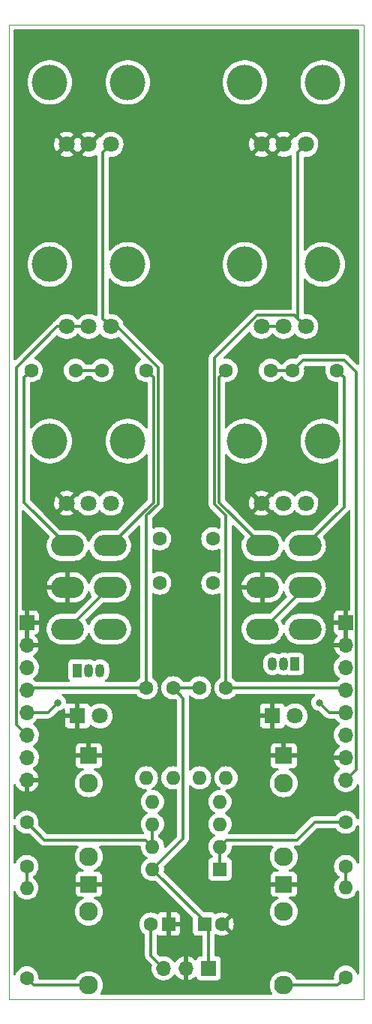
<source format=gtl>
G04 #@! TF.GenerationSoftware,KiCad,Pcbnew,(6.0.0)*
G04 #@! TF.CreationDate,2022-07-07T19:59:41+01:00*
G04 #@! TF.ProjectId,Snare+Hihat,536e6172-652b-4486-9968-61742e6b6963,rev?*
G04 #@! TF.SameCoordinates,Original*
G04 #@! TF.FileFunction,Copper,L1,Top*
G04 #@! TF.FilePolarity,Positive*
%FSLAX46Y46*%
G04 Gerber Fmt 4.6, Leading zero omitted, Abs format (unit mm)*
G04 Created by KiCad (PCBNEW (6.0.0)) date 2022-07-07 19:59:41*
%MOMM*%
%LPD*%
G01*
G04 APERTURE LIST*
G04 #@! TA.AperFunction,Profile*
%ADD10C,0.050000*%
G04 #@! TD*
G04 #@! TA.AperFunction,ComponentPad*
%ADD11R,1.800000X1.800000*%
G04 #@! TD*
G04 #@! TA.AperFunction,ComponentPad*
%ADD12C,1.800000*%
G04 #@! TD*
G04 #@! TA.AperFunction,ComponentPad*
%ADD13C,1.600000*%
G04 #@! TD*
G04 #@! TA.AperFunction,ComponentPad*
%ADD14R,1.600000X1.600000*%
G04 #@! TD*
G04 #@! TA.AperFunction,ComponentPad*
%ADD15R,1.930000X1.830000*%
G04 #@! TD*
G04 #@! TA.AperFunction,ComponentPad*
%ADD16C,2.130000*%
G04 #@! TD*
G04 #@! TA.AperFunction,WasherPad*
%ADD17C,4.000000*%
G04 #@! TD*
G04 #@! TA.AperFunction,ComponentPad*
%ADD18R,1.050000X1.500000*%
G04 #@! TD*
G04 #@! TA.AperFunction,ComponentPad*
%ADD19O,1.050000X1.500000*%
G04 #@! TD*
G04 #@! TA.AperFunction,ComponentPad*
%ADD20O,1.600000X1.600000*%
G04 #@! TD*
G04 #@! TA.AperFunction,ComponentPad*
%ADD21R,1.700000X1.700000*%
G04 #@! TD*
G04 #@! TA.AperFunction,ComponentPad*
%ADD22O,1.700000X1.700000*%
G04 #@! TD*
G04 #@! TA.AperFunction,ComponentPad*
%ADD23O,3.700000X2.400000*%
G04 #@! TD*
G04 #@! TA.AperFunction,ViaPad*
%ADD24C,3.600000*%
G04 #@! TD*
G04 #@! TA.AperFunction,ViaPad*
%ADD25C,0.800000*%
G04 #@! TD*
G04 #@! TA.AperFunction,Conductor*
%ADD26C,0.300000*%
G04 #@! TD*
G04 APERTURE END LIST*
D10*
X51000000Y-29500000D02*
X51000000Y-139500000D01*
X51000000Y-139500000D02*
X91000000Y-139500000D01*
X90999999Y-29500000D02*
X91000000Y-139500000D01*
X51000000Y-29500000D02*
X90999999Y-29500000D01*
D11*
X80725000Y-107500000D03*
D12*
X83265000Y-107500000D03*
D13*
X58500000Y-68500000D03*
X53500000Y-68500000D03*
X68000000Y-87500000D03*
X68000000Y-92500000D03*
X53000000Y-119500000D03*
X53000000Y-124500000D03*
X61500000Y-68500000D03*
X66500000Y-68500000D03*
X89000000Y-119500000D03*
X89000000Y-124500000D03*
D14*
X69000000Y-131000000D03*
D13*
X67000000Y-131000000D03*
X74000000Y-87500000D03*
X74000000Y-92500000D03*
D14*
X73044888Y-131000000D03*
D13*
X75044888Y-131000000D03*
D15*
X60000000Y-112000000D03*
D16*
X60000000Y-123400000D03*
X60000000Y-115100000D03*
D17*
X64400000Y-36000000D03*
X55600000Y-36000000D03*
D12*
X62500000Y-43000000D03*
X60000000Y-43000000D03*
X57500000Y-43000000D03*
D11*
X58725000Y-107500000D03*
D12*
X61265000Y-107500000D03*
D15*
X60000000Y-126500000D03*
D16*
X60000000Y-137900000D03*
X60000000Y-129600000D03*
D18*
X58730000Y-102360000D03*
D19*
X60000000Y-102360000D03*
X61270000Y-102360000D03*
D18*
X83270000Y-101640000D03*
D19*
X82000000Y-101640000D03*
X80730000Y-101640000D03*
D15*
X82000000Y-126500000D03*
D16*
X82000000Y-137900000D03*
X82000000Y-129600000D03*
D13*
X80500000Y-68500000D03*
X75500000Y-68500000D03*
X83000000Y-68500000D03*
X88000000Y-68500000D03*
D14*
X74800000Y-124800000D03*
D20*
X74800000Y-122260000D03*
X74800000Y-119720000D03*
X74800000Y-117180000D03*
X67180000Y-117180000D03*
X67180000Y-119720000D03*
X67180000Y-122260000D03*
X67180000Y-124800000D03*
D21*
X73525000Y-135975000D03*
D22*
X70985000Y-135975000D03*
X68445000Y-135975000D03*
D21*
X53000000Y-96960000D03*
D22*
X53000000Y-99500000D03*
X53000000Y-102040000D03*
X53000000Y-104580000D03*
X53000000Y-107120000D03*
X53000000Y-109660000D03*
X53000000Y-112200000D03*
X53000000Y-114740000D03*
D21*
X89000000Y-96960000D03*
D22*
X89000000Y-99500000D03*
X89000000Y-102040000D03*
X89000000Y-104580000D03*
X89000000Y-107120000D03*
X89000000Y-109660000D03*
X89000000Y-112200000D03*
X89000000Y-114740000D03*
D13*
X53000000Y-137080000D03*
D20*
X53000000Y-126920000D03*
D13*
X66500000Y-104340000D03*
D20*
X66500000Y-114500000D03*
D17*
X64400000Y-76500000D03*
X55600000Y-76500000D03*
D12*
X62500000Y-83500000D03*
X60000000Y-83500000D03*
X57500000Y-83500000D03*
D23*
X57600000Y-88300000D03*
X57600000Y-93000000D03*
X57600000Y-97700000D03*
X62400000Y-88300000D03*
X62400000Y-93000000D03*
X62400000Y-97700000D03*
D13*
X89000000Y-137000000D03*
D20*
X89000000Y-126840000D03*
D23*
X79600000Y-88300000D03*
X79600000Y-93000000D03*
X79600000Y-97700000D03*
X84400000Y-88300000D03*
X84400000Y-93000000D03*
X84400000Y-97700000D03*
D15*
X82000000Y-112000000D03*
D16*
X82000000Y-123400000D03*
X82000000Y-115100000D03*
D17*
X86400000Y-76500000D03*
X77600000Y-76500000D03*
D12*
X84500000Y-83500000D03*
X82000000Y-83500000D03*
X79500000Y-83500000D03*
D17*
X86400000Y-56550000D03*
X77600000Y-56550000D03*
D12*
X84500000Y-63550000D03*
X82000000Y-63550000D03*
X79500000Y-63550000D03*
D17*
X55600000Y-56550000D03*
X64400000Y-56550000D03*
D12*
X62500000Y-63550000D03*
X60000000Y-63550000D03*
X57500000Y-63550000D03*
D13*
X69500000Y-104340000D03*
D20*
X69500000Y-114500000D03*
D13*
X72500000Y-104340000D03*
D20*
X72500000Y-114500000D03*
D13*
X75500000Y-104340000D03*
D20*
X75500000Y-114500000D03*
D17*
X86400000Y-36000000D03*
X77600000Y-36000000D03*
D12*
X84500000Y-43000000D03*
X82000000Y-43000000D03*
X79500000Y-43000000D03*
D24*
X71000000Y-44000000D03*
D25*
X57500000Y-66000000D03*
X62000000Y-66000000D03*
X56500000Y-66000000D03*
X63000000Y-66000000D03*
X56500000Y-106000000D03*
X86000000Y-106000000D03*
D26*
X78982435Y-62300489D02*
X83250489Y-62300489D01*
X75500000Y-104340000D02*
X75500000Y-84906428D01*
X75500000Y-84906428D02*
X74200481Y-83606908D01*
X74200481Y-67082443D02*
X78982435Y-62300489D01*
X74200481Y-83606908D02*
X74200481Y-67082443D01*
X83250489Y-62300489D02*
X83600000Y-62650000D01*
X61500000Y-68500000D02*
X58500000Y-68500000D01*
X88760000Y-104340000D02*
X89000000Y-104580000D01*
X75500000Y-104340000D02*
X88760000Y-104340000D01*
X66420000Y-121500000D02*
X67180000Y-122260000D01*
X55000000Y-121500000D02*
X66420000Y-121500000D01*
X53000000Y-119500000D02*
X55000000Y-121500000D01*
X89000000Y-119500000D02*
X85500000Y-119500000D01*
X74800000Y-124800000D02*
X74800000Y-122260000D01*
X85500000Y-119500000D02*
X83500000Y-121500000D01*
X75560000Y-121500000D02*
X74800000Y-122260000D01*
X82000000Y-137900000D02*
X88100000Y-137900000D01*
X53820000Y-137900000D02*
X53000000Y-137080000D01*
X67180000Y-124800000D02*
X73044888Y-130664888D01*
X60000000Y-137900000D02*
X53820000Y-137900000D01*
X67200000Y-130800000D02*
X67000000Y-131000000D01*
X73044888Y-130664888D02*
X73044888Y-131000000D01*
X83500000Y-121500000D02*
X75560000Y-121500000D01*
X67180000Y-119720000D02*
X67180000Y-122260000D01*
X88100000Y-137900000D02*
X89000000Y-137000000D01*
X53000000Y-126920000D02*
X53000000Y-124500000D01*
X89000000Y-126840000D02*
X89000000Y-124500000D01*
X61600000Y-62650000D02*
X62500000Y-63550000D01*
X62500000Y-43000000D02*
X61600000Y-43900000D01*
X61600000Y-43900000D02*
X61600000Y-62650000D01*
X70649511Y-121330489D02*
X67180000Y-124800000D01*
X69500000Y-104340000D02*
X70649511Y-105489511D01*
X70649511Y-105489511D02*
X70649511Y-121330489D01*
X84500000Y-43000000D02*
X83600000Y-43900000D01*
X83600000Y-62650000D02*
X84500000Y-63550000D01*
X83600000Y-43900000D02*
X83600000Y-62650000D01*
X53500000Y-68500000D02*
X52700001Y-69299999D01*
X52700001Y-83400001D02*
X57600000Y-88300000D01*
X52700001Y-69299999D02*
X52700001Y-83400001D01*
X75500000Y-68500000D02*
X74700001Y-69299999D01*
X74700001Y-83400001D02*
X79600000Y-88300000D01*
X74700001Y-69299999D02*
X74700001Y-83400001D01*
X88799999Y-83900001D02*
X84400000Y-88300000D01*
X88799999Y-69299999D02*
X88799999Y-83900001D01*
X88000000Y-68500000D02*
X88799999Y-69299999D01*
X53240000Y-104340000D02*
X53000000Y-104580000D01*
X66500000Y-104340000D02*
X53240000Y-104340000D01*
X67799519Y-68173864D02*
X63175655Y-63550000D01*
X69500000Y-104340000D02*
X72500000Y-104340000D01*
X67799519Y-83606908D02*
X67799519Y-68173864D01*
X63175655Y-63550000D02*
X62500000Y-63550000D01*
X66500000Y-84906428D02*
X67799519Y-83606908D01*
X66500000Y-104340000D02*
X66500000Y-84906428D01*
X60000000Y-63550000D02*
X57500000Y-63550000D01*
X62400000Y-93000000D02*
X62300000Y-93000000D01*
X62300000Y-93000000D02*
X57600000Y-97700000D01*
X84400000Y-93000000D02*
X79700000Y-97700000D01*
X79700000Y-97700000D02*
X79600000Y-97700000D01*
X79500000Y-63550000D02*
X82000000Y-63550000D01*
X67299999Y-83400001D02*
X62400000Y-88300000D01*
X67299999Y-69299999D02*
X67299999Y-83400001D01*
X66500000Y-68500000D02*
X67299999Y-69299999D01*
X80500000Y-68500000D02*
X83000000Y-68500000D01*
X53000000Y-107120000D02*
X55380000Y-107120000D01*
X87120000Y-107120000D02*
X86000000Y-106000000D01*
X55380000Y-107120000D02*
X56500000Y-106000000D01*
X89000000Y-107120000D02*
X87120000Y-107120000D01*
X84149511Y-67350489D02*
X83000000Y-68500000D01*
X90199511Y-113540489D02*
X90199511Y-68699511D01*
X56450000Y-63550000D02*
X57500000Y-63550000D01*
X51800489Y-68199511D02*
X56450000Y-63550000D01*
X90199511Y-68699511D02*
X88850489Y-67350489D01*
X88850489Y-67350489D02*
X84149511Y-67350489D01*
X89000000Y-114740000D02*
X90199511Y-113540489D01*
X51800489Y-108460489D02*
X51800489Y-68199511D01*
X53000000Y-109660000D02*
X51800489Y-108460489D01*
X73525000Y-135975000D02*
X73525000Y-131480112D01*
X73525000Y-131480112D02*
X73044888Y-131000000D01*
X67000000Y-131000000D02*
X67000000Y-134530000D01*
X67000000Y-134530000D02*
X68445000Y-135975000D01*
G04 #@! TA.AperFunction,Conductor*
G36*
X90434120Y-30028002D02*
G01*
X90480613Y-30081658D01*
X90491999Y-30134000D01*
X90491999Y-67756550D01*
X90471997Y-67824671D01*
X90418341Y-67871164D01*
X90348067Y-67881268D01*
X90283487Y-67851774D01*
X90276904Y-67845645D01*
X89374144Y-66942885D01*
X89366152Y-66934102D01*
X89366152Y-66934101D01*
X89361905Y-66927409D01*
X89310230Y-66878883D01*
X89307389Y-66876129D01*
X89286822Y-66855562D01*
X89283315Y-66852842D01*
X89274293Y-66845136D01*
X89266807Y-66838106D01*
X89240622Y-66813517D01*
X89233670Y-66809695D01*
X89221831Y-66803186D01*
X89205307Y-66792332D01*
X89194621Y-66784044D01*
X89188357Y-66779185D01*
X89181085Y-66776038D01*
X89181083Y-66776037D01*
X89145954Y-66760835D01*
X89135294Y-66755613D01*
X89101773Y-66737184D01*
X89101771Y-66737183D01*
X89094826Y-66733365D01*
X89074048Y-66728030D01*
X89055358Y-66721631D01*
X89035665Y-66713109D01*
X88990041Y-66705883D01*
X88978418Y-66703476D01*
X88944150Y-66694678D01*
X88933677Y-66691989D01*
X88912230Y-66691989D01*
X88892520Y-66690438D01*
X88879166Y-66688323D01*
X88871337Y-66687083D01*
X88825348Y-66691430D01*
X88813493Y-66691989D01*
X84231567Y-66691989D01*
X84219711Y-66691430D01*
X84219708Y-66691430D01*
X84211974Y-66689701D01*
X84156957Y-66691430D01*
X84141142Y-66691927D01*
X84137184Y-66691989D01*
X84108079Y-66691989D01*
X84103679Y-66692545D01*
X84091847Y-66693477D01*
X84045680Y-66694927D01*
X84025090Y-66700909D01*
X84005729Y-66704919D01*
X83998741Y-66705801D01*
X83992307Y-66706614D01*
X83992306Y-66706614D01*
X83984447Y-66707607D01*
X83977082Y-66710523D01*
X83977078Y-66710524D01*
X83941490Y-66724615D01*
X83930280Y-66728454D01*
X83885911Y-66741344D01*
X83867446Y-66752264D01*
X83849706Y-66760955D01*
X83829755Y-66768854D01*
X83792385Y-66796005D01*
X83782463Y-66802522D01*
X83749534Y-66821996D01*
X83749530Y-66821999D01*
X83742704Y-66826036D01*
X83727540Y-66841200D01*
X83712507Y-66854040D01*
X83695154Y-66866648D01*
X83686109Y-66877582D01*
X83665709Y-66902241D01*
X83657719Y-66911021D01*
X83385364Y-67183376D01*
X83323052Y-67217402D01*
X83263659Y-67215988D01*
X83233405Y-67207882D01*
X83228087Y-67206457D01*
X83000000Y-67186502D01*
X82771913Y-67206457D01*
X82766600Y-67207881D01*
X82766598Y-67207881D01*
X82556067Y-67264293D01*
X82556065Y-67264294D01*
X82550757Y-67265716D01*
X82545776Y-67268039D01*
X82545775Y-67268039D01*
X82348238Y-67360151D01*
X82348233Y-67360154D01*
X82343251Y-67362477D01*
X82238389Y-67435902D01*
X82160211Y-67490643D01*
X82160208Y-67490645D01*
X82155700Y-67493802D01*
X81993802Y-67655700D01*
X81990645Y-67660208D01*
X81990643Y-67660211D01*
X81972394Y-67686273D01*
X81911051Y-67773881D01*
X81901325Y-67787771D01*
X81845868Y-67832099D01*
X81798112Y-67841500D01*
X81701888Y-67841500D01*
X81633767Y-67821498D01*
X81598675Y-67787771D01*
X81588950Y-67773881D01*
X81527606Y-67686273D01*
X81509357Y-67660211D01*
X81509355Y-67660208D01*
X81506198Y-67655700D01*
X81344300Y-67493802D01*
X81339792Y-67490645D01*
X81339789Y-67490643D01*
X81261611Y-67435902D01*
X81156749Y-67362477D01*
X81151767Y-67360154D01*
X81151762Y-67360151D01*
X80954225Y-67268039D01*
X80954224Y-67268039D01*
X80949243Y-67265716D01*
X80943935Y-67264294D01*
X80943933Y-67264293D01*
X80733402Y-67207881D01*
X80733400Y-67207881D01*
X80728087Y-67206457D01*
X80500000Y-67186502D01*
X80271913Y-67206457D01*
X80266600Y-67207881D01*
X80266598Y-67207881D01*
X80056067Y-67264293D01*
X80056065Y-67264294D01*
X80050757Y-67265716D01*
X80045776Y-67268039D01*
X80045775Y-67268039D01*
X79848238Y-67360151D01*
X79848233Y-67360154D01*
X79843251Y-67362477D01*
X79738389Y-67435902D01*
X79660211Y-67490643D01*
X79660208Y-67490645D01*
X79655700Y-67493802D01*
X79493802Y-67655700D01*
X79490645Y-67660208D01*
X79490643Y-67660211D01*
X79472394Y-67686273D01*
X79362477Y-67843251D01*
X79360154Y-67848233D01*
X79360151Y-67848238D01*
X79275358Y-68030080D01*
X79265716Y-68050757D01*
X79264294Y-68056065D01*
X79264293Y-68056067D01*
X79210742Y-68255920D01*
X79206457Y-68271913D01*
X79186502Y-68500000D01*
X79206457Y-68728087D01*
X79265716Y-68949243D01*
X79268039Y-68954224D01*
X79268039Y-68954225D01*
X79360151Y-69151762D01*
X79360154Y-69151767D01*
X79362477Y-69156749D01*
X79493802Y-69344300D01*
X79655700Y-69506198D01*
X79660208Y-69509355D01*
X79660211Y-69509357D01*
X79738389Y-69564098D01*
X79843251Y-69637523D01*
X79848233Y-69639846D01*
X79848238Y-69639849D01*
X80045775Y-69731961D01*
X80050757Y-69734284D01*
X80056065Y-69735706D01*
X80056067Y-69735707D01*
X80266598Y-69792119D01*
X80266600Y-69792119D01*
X80271913Y-69793543D01*
X80500000Y-69813498D01*
X80728087Y-69793543D01*
X80733400Y-69792119D01*
X80733402Y-69792119D01*
X80943933Y-69735707D01*
X80943935Y-69735706D01*
X80949243Y-69734284D01*
X80954225Y-69731961D01*
X81151762Y-69639849D01*
X81151767Y-69639846D01*
X81156749Y-69637523D01*
X81261611Y-69564098D01*
X81339789Y-69509357D01*
X81339792Y-69509355D01*
X81344300Y-69506198D01*
X81506198Y-69344300D01*
X81598676Y-69212228D01*
X81654132Y-69167901D01*
X81701888Y-69158500D01*
X81798112Y-69158500D01*
X81866233Y-69178502D01*
X81901324Y-69212228D01*
X81993802Y-69344300D01*
X82155700Y-69506198D01*
X82160208Y-69509355D01*
X82160211Y-69509357D01*
X82238389Y-69564098D01*
X82343251Y-69637523D01*
X82348233Y-69639846D01*
X82348238Y-69639849D01*
X82545775Y-69731961D01*
X82550757Y-69734284D01*
X82556065Y-69735706D01*
X82556067Y-69735707D01*
X82766598Y-69792119D01*
X82766600Y-69792119D01*
X82771913Y-69793543D01*
X83000000Y-69813498D01*
X83228087Y-69793543D01*
X83233400Y-69792119D01*
X83233402Y-69792119D01*
X83443933Y-69735707D01*
X83443935Y-69735706D01*
X83449243Y-69734284D01*
X83454225Y-69731961D01*
X83651762Y-69639849D01*
X83651767Y-69639846D01*
X83656749Y-69637523D01*
X83761611Y-69564098D01*
X83839789Y-69509357D01*
X83839792Y-69509355D01*
X83844300Y-69506198D01*
X84006198Y-69344300D01*
X84137523Y-69156749D01*
X84139846Y-69151767D01*
X84139849Y-69151762D01*
X84231961Y-68954225D01*
X84231961Y-68954224D01*
X84234284Y-68949243D01*
X84293543Y-68728087D01*
X84313498Y-68500000D01*
X84293543Y-68271913D01*
X84289258Y-68255920D01*
X84284012Y-68236341D01*
X84285702Y-68165365D01*
X84316624Y-68114636D01*
X84385366Y-68045894D01*
X84447678Y-68011868D01*
X84474461Y-68008989D01*
X86612701Y-68008989D01*
X86680822Y-68028991D01*
X86727315Y-68082647D01*
X86737419Y-68152921D01*
X86734410Y-68167593D01*
X86706457Y-68271913D01*
X86686502Y-68500000D01*
X86706457Y-68728087D01*
X86765716Y-68949243D01*
X86768039Y-68954224D01*
X86768039Y-68954225D01*
X86860151Y-69151762D01*
X86860154Y-69151767D01*
X86862477Y-69156749D01*
X86993802Y-69344300D01*
X87155700Y-69506198D01*
X87160208Y-69509355D01*
X87160211Y-69509357D01*
X87238389Y-69564098D01*
X87343251Y-69637523D01*
X87348233Y-69639846D01*
X87348238Y-69639849D01*
X87545775Y-69731961D01*
X87550757Y-69734284D01*
X87556065Y-69735706D01*
X87556067Y-69735707D01*
X87766598Y-69792119D01*
X87766600Y-69792119D01*
X87771913Y-69793543D01*
X87913115Y-69805897D01*
X87994522Y-69813019D01*
X87994525Y-69813019D01*
X88000000Y-69813498D01*
X88005482Y-69813018D01*
X88010976Y-69813018D01*
X88010976Y-69814399D01*
X88074127Y-69827094D01*
X88125117Y-69876495D01*
X88141499Y-69938623D01*
X88141499Y-74417308D01*
X88121497Y-74485429D01*
X88067841Y-74531922D01*
X87997567Y-74542026D01*
X87941439Y-74519245D01*
X87746779Y-74377816D01*
X87470179Y-74225753D01*
X87466510Y-74224300D01*
X87466505Y-74224298D01*
X87180372Y-74111010D01*
X87180371Y-74111010D01*
X87176702Y-74109557D01*
X86870975Y-74031060D01*
X86557821Y-73991500D01*
X86242179Y-73991500D01*
X85929025Y-74031060D01*
X85623298Y-74109557D01*
X85619629Y-74111010D01*
X85619628Y-74111010D01*
X85333495Y-74224298D01*
X85333490Y-74224300D01*
X85329821Y-74225753D01*
X85053221Y-74377816D01*
X84998865Y-74417308D01*
X84827205Y-74542026D01*
X84797860Y-74563346D01*
X84567767Y-74779418D01*
X84366568Y-75022625D01*
X84197438Y-75289131D01*
X84195754Y-75292710D01*
X84195750Y-75292717D01*
X84064733Y-75571144D01*
X84063044Y-75574734D01*
X83965505Y-75874928D01*
X83906359Y-76184980D01*
X83886540Y-76500000D01*
X83906359Y-76815020D01*
X83965505Y-77125072D01*
X84063044Y-77425266D01*
X84064731Y-77428852D01*
X84064733Y-77428856D01*
X84195750Y-77707283D01*
X84195754Y-77707290D01*
X84197438Y-77710869D01*
X84366568Y-77977375D01*
X84567767Y-78220582D01*
X84797860Y-78436654D01*
X85053221Y-78622184D01*
X85329821Y-78774247D01*
X85333490Y-78775700D01*
X85333495Y-78775702D01*
X85619628Y-78888990D01*
X85623298Y-78890443D01*
X85929025Y-78968940D01*
X86242179Y-79008500D01*
X86557821Y-79008500D01*
X86870975Y-78968940D01*
X87176702Y-78890443D01*
X87180372Y-78888990D01*
X87466505Y-78775702D01*
X87466510Y-78775700D01*
X87470179Y-78774247D01*
X87746779Y-78622184D01*
X87941439Y-78480756D01*
X88008306Y-78456897D01*
X88077457Y-78472978D01*
X88126938Y-78523892D01*
X88141499Y-78582692D01*
X88141499Y-83575052D01*
X88121497Y-83643173D01*
X88104594Y-83664147D01*
X85214146Y-86554595D01*
X85151834Y-86588621D01*
X85125051Y-86591500D01*
X83683901Y-86591500D01*
X83681522Y-86591681D01*
X83681521Y-86591681D01*
X83495577Y-86605825D01*
X83495572Y-86605826D01*
X83490810Y-86606188D01*
X83486156Y-86607267D01*
X83486154Y-86607267D01*
X83337595Y-86641701D01*
X83237585Y-86664882D01*
X82996152Y-86761205D01*
X82772066Y-86892938D01*
X82570485Y-87057051D01*
X82396047Y-87249767D01*
X82393406Y-87253765D01*
X82393405Y-87253766D01*
X82345065Y-87326939D01*
X82252767Y-87466651D01*
X82250766Y-87470991D01*
X82250764Y-87470995D01*
X82178513Y-87627719D01*
X82143941Y-87702712D01*
X82142617Y-87707314D01*
X82142614Y-87707323D01*
X82120994Y-87782471D01*
X82082938Y-87842406D01*
X82018519Y-87872252D01*
X81948191Y-87862532D01*
X81894282Y-87816333D01*
X81880593Y-87788135D01*
X81878671Y-87782471D01*
X81826140Y-87627719D01*
X81706315Y-87397046D01*
X81703487Y-87393174D01*
X81555800Y-87191017D01*
X81555799Y-87191016D01*
X81552977Y-87187153D01*
X81461316Y-87095010D01*
X81373029Y-87006259D01*
X81373024Y-87006255D01*
X81369655Y-87002868D01*
X81160566Y-86848433D01*
X81142149Y-86838743D01*
X80934766Y-86729634D01*
X80930524Y-86727402D01*
X80926005Y-86725841D01*
X80925999Y-86725839D01*
X80689339Y-86644120D01*
X80689338Y-86644120D01*
X80684821Y-86642560D01*
X80429112Y-86595859D01*
X80345939Y-86591500D01*
X78883901Y-86591500D01*
X78881504Y-86591682D01*
X78880067Y-86591737D01*
X78811236Y-86574339D01*
X78786183Y-86554923D01*
X76892666Y-84661406D01*
X78703423Y-84661406D01*
X78708704Y-84668461D01*
X78885080Y-84771527D01*
X78894363Y-84775974D01*
X79101003Y-84854883D01*
X79110901Y-84857759D01*
X79327653Y-84901857D01*
X79337883Y-84903076D01*
X79558914Y-84911182D01*
X79569223Y-84910714D01*
X79788623Y-84882608D01*
X79798688Y-84880468D01*
X80010557Y-84816905D01*
X80020152Y-84813144D01*
X80218778Y-84715838D01*
X80227636Y-84710559D01*
X80285097Y-84669572D01*
X80293497Y-84658874D01*
X80286510Y-84645721D01*
X79512811Y-83872021D01*
X79498868Y-83864408D01*
X79497034Y-83864539D01*
X79490420Y-83868790D01*
X78710180Y-84649031D01*
X78703423Y-84661406D01*
X76892666Y-84661406D01*
X75701898Y-83470638D01*
X78087893Y-83470638D01*
X78100627Y-83691468D01*
X78102061Y-83701670D01*
X78150685Y-83917439D01*
X78153773Y-83927292D01*
X78236986Y-84132220D01*
X78241634Y-84141421D01*
X78330097Y-84285781D01*
X78340553Y-84295242D01*
X78349331Y-84291458D01*
X79127979Y-83512811D01*
X79134356Y-83501132D01*
X79864408Y-83501132D01*
X79864539Y-83502966D01*
X79868790Y-83509580D01*
X80646307Y-84287096D01*
X80658313Y-84293652D01*
X80667244Y-84286829D01*
X80733519Y-84261370D01*
X80803037Y-84275783D01*
X80851165Y-84321117D01*
X80855469Y-84328140D01*
X80859501Y-84334719D01*
X81011147Y-84509784D01*
X81189349Y-84657730D01*
X81389322Y-84774584D01*
X81605694Y-84857209D01*
X81610760Y-84858240D01*
X81610761Y-84858240D01*
X81663846Y-84869040D01*
X81832656Y-84903385D01*
X81963324Y-84908176D01*
X82058949Y-84911683D01*
X82058953Y-84911683D01*
X82064113Y-84911872D01*
X82069233Y-84911216D01*
X82069235Y-84911216D01*
X82142291Y-84901857D01*
X82293847Y-84882442D01*
X82298795Y-84880957D01*
X82298802Y-84880956D01*
X82510747Y-84817369D01*
X82515690Y-84815886D01*
X82597161Y-84775974D01*
X82719049Y-84716262D01*
X82719052Y-84716260D01*
X82723684Y-84713991D01*
X82912243Y-84579494D01*
X83076303Y-84416005D01*
X83145370Y-84319888D01*
X83201365Y-84276240D01*
X83272068Y-84269794D01*
X83335033Y-84302597D01*
X83355128Y-84327584D01*
X83356799Y-84330311D01*
X83356802Y-84330315D01*
X83359501Y-84334719D01*
X83511147Y-84509784D01*
X83689349Y-84657730D01*
X83889322Y-84774584D01*
X84105694Y-84857209D01*
X84110760Y-84858240D01*
X84110761Y-84858240D01*
X84163846Y-84869040D01*
X84332656Y-84903385D01*
X84463324Y-84908176D01*
X84558949Y-84911683D01*
X84558953Y-84911683D01*
X84564113Y-84911872D01*
X84569233Y-84911216D01*
X84569235Y-84911216D01*
X84642291Y-84901857D01*
X84793847Y-84882442D01*
X84798795Y-84880957D01*
X84798802Y-84880956D01*
X85010747Y-84817369D01*
X85015690Y-84815886D01*
X85097161Y-84775974D01*
X85219049Y-84716262D01*
X85219052Y-84716260D01*
X85223684Y-84713991D01*
X85412243Y-84579494D01*
X85576303Y-84416005D01*
X85711458Y-84227917D01*
X85762845Y-84123944D01*
X85811784Y-84024922D01*
X85811785Y-84024920D01*
X85814078Y-84020280D01*
X85881408Y-83798671D01*
X85911640Y-83569041D01*
X85911722Y-83565691D01*
X85913245Y-83503365D01*
X85913245Y-83503361D01*
X85913327Y-83500000D01*
X85907032Y-83423434D01*
X85894773Y-83274318D01*
X85894772Y-83274312D01*
X85894349Y-83269167D01*
X85860797Y-83135592D01*
X85839184Y-83049544D01*
X85839183Y-83049540D01*
X85837925Y-83044533D01*
X85745570Y-82832131D01*
X85619764Y-82637665D01*
X85463887Y-82466358D01*
X85459836Y-82463159D01*
X85459832Y-82463155D01*
X85286177Y-82326011D01*
X85286172Y-82326008D01*
X85282123Y-82322810D01*
X85277607Y-82320317D01*
X85277604Y-82320315D01*
X85083879Y-82213373D01*
X85083875Y-82213371D01*
X85079355Y-82210876D01*
X85074486Y-82209152D01*
X85074482Y-82209150D01*
X84865903Y-82135288D01*
X84865899Y-82135287D01*
X84861028Y-82133562D01*
X84855935Y-82132655D01*
X84855932Y-82132654D01*
X84638095Y-82093851D01*
X84638089Y-82093850D01*
X84633006Y-82092945D01*
X84560096Y-82092054D01*
X84406581Y-82090179D01*
X84406579Y-82090179D01*
X84401411Y-82090116D01*
X84172464Y-82125150D01*
X83952314Y-82197106D01*
X83947726Y-82199494D01*
X83947722Y-82199496D01*
X83751461Y-82301663D01*
X83746872Y-82304052D01*
X83742739Y-82307155D01*
X83742736Y-82307157D01*
X83683284Y-82351795D01*
X83561655Y-82443117D01*
X83401639Y-82610564D01*
X83354836Y-82679174D01*
X83299927Y-82724175D01*
X83229402Y-82732346D01*
X83165655Y-82701092D01*
X83144959Y-82676609D01*
X83122577Y-82642013D01*
X83122574Y-82642009D01*
X83119764Y-82637665D01*
X82963887Y-82466358D01*
X82959836Y-82463159D01*
X82959832Y-82463155D01*
X82786177Y-82326011D01*
X82786172Y-82326008D01*
X82782123Y-82322810D01*
X82777607Y-82320317D01*
X82777604Y-82320315D01*
X82583879Y-82213373D01*
X82583875Y-82213371D01*
X82579355Y-82210876D01*
X82574486Y-82209152D01*
X82574482Y-82209150D01*
X82365903Y-82135288D01*
X82365899Y-82135287D01*
X82361028Y-82133562D01*
X82355935Y-82132655D01*
X82355932Y-82132654D01*
X82138095Y-82093851D01*
X82138089Y-82093850D01*
X82133006Y-82092945D01*
X82060096Y-82092054D01*
X81906581Y-82090179D01*
X81906579Y-82090179D01*
X81901411Y-82090116D01*
X81672464Y-82125150D01*
X81452314Y-82197106D01*
X81447726Y-82199494D01*
X81447722Y-82199496D01*
X81251461Y-82301663D01*
X81246872Y-82304052D01*
X81242739Y-82307155D01*
X81242736Y-82307157D01*
X81183284Y-82351795D01*
X81061655Y-82443117D01*
X80901639Y-82610564D01*
X80898730Y-82614829D01*
X80898724Y-82614837D01*
X80850199Y-82685972D01*
X80795288Y-82730975D01*
X80724763Y-82739146D01*
X80663884Y-82710439D01*
X80658538Y-82705835D01*
X80648973Y-82710238D01*
X79872021Y-83487189D01*
X79864408Y-83501132D01*
X79134356Y-83501132D01*
X79135592Y-83498868D01*
X79135461Y-83497034D01*
X79131210Y-83490420D01*
X78353862Y-82713073D01*
X78342330Y-82706776D01*
X78330048Y-82716399D01*
X78274467Y-82797877D01*
X78269379Y-82806833D01*
X78176252Y-83007459D01*
X78172689Y-83017146D01*
X78113581Y-83230280D01*
X78111650Y-83240400D01*
X78088145Y-83460349D01*
X78087893Y-83470638D01*
X75701898Y-83470638D01*
X75395406Y-83164146D01*
X75361380Y-83101834D01*
X75358501Y-83075051D01*
X75358501Y-82340711D01*
X78705508Y-82340711D01*
X78712251Y-82353040D01*
X79487189Y-83127979D01*
X79501132Y-83135592D01*
X79502966Y-83135461D01*
X79509580Y-83131210D01*
X80288994Y-82351795D01*
X80296011Y-82338944D01*
X80288237Y-82328274D01*
X80285902Y-82326430D01*
X80277320Y-82320729D01*
X80083678Y-82213833D01*
X80074272Y-82209606D01*
X79865772Y-82135772D01*
X79855809Y-82133140D01*
X79638047Y-82094350D01*
X79627796Y-82093381D01*
X79406616Y-82090679D01*
X79396332Y-82091399D01*
X79177693Y-82124855D01*
X79167666Y-82127244D01*
X78957426Y-82195961D01*
X78947916Y-82199958D01*
X78751725Y-82302089D01*
X78743007Y-82307578D01*
X78713961Y-82329386D01*
X78705508Y-82340711D01*
X75358501Y-82340711D01*
X75358501Y-78075845D01*
X75378503Y-78007724D01*
X75432159Y-77961231D01*
X75502433Y-77951127D01*
X75567013Y-77980621D01*
X75581585Y-77995529D01*
X75765234Y-78217521D01*
X75765240Y-78217527D01*
X75767767Y-78220582D01*
X75997860Y-78436654D01*
X76253221Y-78622184D01*
X76529821Y-78774247D01*
X76533490Y-78775700D01*
X76533495Y-78775702D01*
X76819628Y-78888990D01*
X76823298Y-78890443D01*
X77129025Y-78968940D01*
X77442179Y-79008500D01*
X77757821Y-79008500D01*
X78070975Y-78968940D01*
X78376702Y-78890443D01*
X78380372Y-78888990D01*
X78666505Y-78775702D01*
X78666510Y-78775700D01*
X78670179Y-78774247D01*
X78946779Y-78622184D01*
X79202140Y-78436654D01*
X79432233Y-78220582D01*
X79633432Y-77977375D01*
X79802562Y-77710869D01*
X79804246Y-77707290D01*
X79804250Y-77707283D01*
X79935267Y-77428856D01*
X79935269Y-77428852D01*
X79936956Y-77425266D01*
X80034495Y-77125072D01*
X80093641Y-76815020D01*
X80113460Y-76500000D01*
X80093641Y-76184980D01*
X80034495Y-75874928D01*
X79936956Y-75574734D01*
X79935267Y-75571144D01*
X79804250Y-75292717D01*
X79804246Y-75292710D01*
X79802562Y-75289131D01*
X79633432Y-75022625D01*
X79432233Y-74779418D01*
X79202140Y-74563346D01*
X79172796Y-74542026D01*
X79001135Y-74417308D01*
X78946779Y-74377816D01*
X78670179Y-74225753D01*
X78666510Y-74224300D01*
X78666505Y-74224298D01*
X78380372Y-74111010D01*
X78380371Y-74111010D01*
X78376702Y-74109557D01*
X78070975Y-74031060D01*
X77757821Y-73991500D01*
X77442179Y-73991500D01*
X77129025Y-74031060D01*
X76823298Y-74109557D01*
X76819629Y-74111010D01*
X76819628Y-74111010D01*
X76533495Y-74224298D01*
X76533490Y-74224300D01*
X76529821Y-74225753D01*
X76253221Y-74377816D01*
X76198865Y-74417308D01*
X76027205Y-74542026D01*
X75997860Y-74563346D01*
X75767767Y-74779418D01*
X75765242Y-74782470D01*
X75765234Y-74782479D01*
X75581585Y-75004471D01*
X75522752Y-75044209D01*
X75451774Y-75045830D01*
X75391186Y-75008821D01*
X75360226Y-74944931D01*
X75358501Y-74924155D01*
X75358501Y-69938623D01*
X75378503Y-69870502D01*
X75432159Y-69824009D01*
X75489024Y-69814214D01*
X75489024Y-69813018D01*
X75494518Y-69813018D01*
X75500000Y-69813498D01*
X75505475Y-69813019D01*
X75505478Y-69813019D01*
X75586885Y-69805897D01*
X75728087Y-69793543D01*
X75733400Y-69792119D01*
X75733402Y-69792119D01*
X75943933Y-69735707D01*
X75943935Y-69735706D01*
X75949243Y-69734284D01*
X75954225Y-69731961D01*
X76151762Y-69639849D01*
X76151767Y-69639846D01*
X76156749Y-69637523D01*
X76261611Y-69564098D01*
X76339789Y-69509357D01*
X76339792Y-69509355D01*
X76344300Y-69506198D01*
X76506198Y-69344300D01*
X76637523Y-69156749D01*
X76639846Y-69151767D01*
X76639849Y-69151762D01*
X76731961Y-68954225D01*
X76731961Y-68954224D01*
X76734284Y-68949243D01*
X76793543Y-68728087D01*
X76813498Y-68500000D01*
X76793543Y-68271913D01*
X76789258Y-68255920D01*
X76735707Y-68056067D01*
X76735706Y-68056065D01*
X76734284Y-68050757D01*
X76724642Y-68030080D01*
X76639849Y-67848238D01*
X76639846Y-67848233D01*
X76637523Y-67843251D01*
X76527606Y-67686273D01*
X76509357Y-67660211D01*
X76509355Y-67660208D01*
X76506198Y-67655700D01*
X76344300Y-67493802D01*
X76339792Y-67490645D01*
X76339789Y-67490643D01*
X76261611Y-67435902D01*
X76156749Y-67362477D01*
X76151767Y-67360154D01*
X76151762Y-67360151D01*
X75954225Y-67268039D01*
X75954224Y-67268039D01*
X75949243Y-67265716D01*
X75943935Y-67264294D01*
X75943933Y-67264293D01*
X75733402Y-67207881D01*
X75733400Y-67207881D01*
X75728087Y-67206457D01*
X75500000Y-67186502D01*
X75327261Y-67201615D01*
X75257657Y-67187626D01*
X75206665Y-67138227D01*
X75190474Y-67069101D01*
X75214226Y-67002195D01*
X75227185Y-66986999D01*
X78045091Y-64169093D01*
X78107403Y-64135067D01*
X78178218Y-64140132D01*
X78235054Y-64182679D01*
X78241619Y-64192353D01*
X78355129Y-64377584D01*
X78359501Y-64384719D01*
X78511147Y-64559784D01*
X78689349Y-64707730D01*
X78889322Y-64824584D01*
X79105694Y-64907209D01*
X79110760Y-64908240D01*
X79110761Y-64908240D01*
X79163846Y-64919040D01*
X79332656Y-64953385D01*
X79463324Y-64958176D01*
X79558949Y-64961683D01*
X79558953Y-64961683D01*
X79564113Y-64961872D01*
X79569233Y-64961216D01*
X79569235Y-64961216D01*
X79642270Y-64951860D01*
X79793847Y-64932442D01*
X79798795Y-64930957D01*
X79798802Y-64930956D01*
X80010747Y-64867369D01*
X80015690Y-64865886D01*
X80096236Y-64826427D01*
X80219049Y-64766262D01*
X80219052Y-64766260D01*
X80223684Y-64763991D01*
X80412243Y-64629494D01*
X80576303Y-64466005D01*
X80645370Y-64369888D01*
X80701365Y-64326240D01*
X80772068Y-64319794D01*
X80835033Y-64352597D01*
X80855128Y-64377584D01*
X80856799Y-64380311D01*
X80856804Y-64380318D01*
X80859501Y-64384719D01*
X81011147Y-64559784D01*
X81189349Y-64707730D01*
X81389322Y-64824584D01*
X81605694Y-64907209D01*
X81610760Y-64908240D01*
X81610761Y-64908240D01*
X81663846Y-64919040D01*
X81832656Y-64953385D01*
X81963324Y-64958176D01*
X82058949Y-64961683D01*
X82058953Y-64961683D01*
X82064113Y-64961872D01*
X82069233Y-64961216D01*
X82069235Y-64961216D01*
X82142270Y-64951860D01*
X82293847Y-64932442D01*
X82298795Y-64930957D01*
X82298802Y-64930956D01*
X82510747Y-64867369D01*
X82515690Y-64865886D01*
X82596236Y-64826427D01*
X82719049Y-64766262D01*
X82719052Y-64766260D01*
X82723684Y-64763991D01*
X82912243Y-64629494D01*
X83076303Y-64466005D01*
X83145370Y-64369888D01*
X83201365Y-64326240D01*
X83272068Y-64319794D01*
X83335033Y-64352597D01*
X83355128Y-64377584D01*
X83356799Y-64380311D01*
X83356804Y-64380317D01*
X83359501Y-64384719D01*
X83511147Y-64559784D01*
X83689349Y-64707730D01*
X83889322Y-64824584D01*
X84105694Y-64907209D01*
X84110760Y-64908240D01*
X84110761Y-64908240D01*
X84163846Y-64919040D01*
X84332656Y-64953385D01*
X84463324Y-64958176D01*
X84558949Y-64961683D01*
X84558953Y-64961683D01*
X84564113Y-64961872D01*
X84569233Y-64961216D01*
X84569235Y-64961216D01*
X84642270Y-64951860D01*
X84793847Y-64932442D01*
X84798795Y-64930957D01*
X84798802Y-64930956D01*
X85010747Y-64867369D01*
X85015690Y-64865886D01*
X85096236Y-64826427D01*
X85219049Y-64766262D01*
X85219052Y-64766260D01*
X85223684Y-64763991D01*
X85412243Y-64629494D01*
X85576303Y-64466005D01*
X85711458Y-64277917D01*
X85758528Y-64182679D01*
X85811784Y-64074922D01*
X85811785Y-64074920D01*
X85814078Y-64070280D01*
X85881408Y-63848671D01*
X85911640Y-63619041D01*
X85913327Y-63550000D01*
X85907032Y-63473434D01*
X85894773Y-63324318D01*
X85894772Y-63324312D01*
X85894349Y-63319167D01*
X85840887Y-63106326D01*
X85839184Y-63099544D01*
X85839183Y-63099540D01*
X85837925Y-63094533D01*
X85825588Y-63066159D01*
X85747630Y-62886868D01*
X85747628Y-62886865D01*
X85745570Y-62882131D01*
X85619764Y-62687665D01*
X85463887Y-62516358D01*
X85459836Y-62513159D01*
X85459832Y-62513155D01*
X85286177Y-62376011D01*
X85286172Y-62376008D01*
X85282123Y-62372810D01*
X85277607Y-62370317D01*
X85277604Y-62370315D01*
X85083879Y-62263373D01*
X85083875Y-62263371D01*
X85079355Y-62260876D01*
X85074486Y-62259152D01*
X85074482Y-62259150D01*
X84865903Y-62185288D01*
X84865899Y-62185287D01*
X84861028Y-62183562D01*
X84855935Y-62182655D01*
X84855932Y-62182654D01*
X84638095Y-62143851D01*
X84638089Y-62143850D01*
X84633006Y-62142945D01*
X84566852Y-62142137D01*
X84406583Y-62140179D01*
X84406581Y-62140179D01*
X84401411Y-62140116D01*
X84396293Y-62140899D01*
X84393295Y-62141109D01*
X84323944Y-62125910D01*
X84273820Y-62075631D01*
X84258500Y-62015416D01*
X84258500Y-58246722D01*
X84278502Y-58178601D01*
X84332158Y-58132108D01*
X84402432Y-58122004D01*
X84467012Y-58151498D01*
X84481585Y-58166407D01*
X84565235Y-58267523D01*
X84565242Y-58267530D01*
X84567767Y-58270582D01*
X84797860Y-58486654D01*
X85053221Y-58672184D01*
X85329821Y-58824247D01*
X85333490Y-58825700D01*
X85333495Y-58825702D01*
X85619628Y-58938990D01*
X85623298Y-58940443D01*
X85929025Y-59018940D01*
X86242179Y-59058500D01*
X86557821Y-59058500D01*
X86870975Y-59018940D01*
X87176702Y-58940443D01*
X87180372Y-58938990D01*
X87466505Y-58825702D01*
X87466510Y-58825700D01*
X87470179Y-58824247D01*
X87746779Y-58672184D01*
X88002140Y-58486654D01*
X88232233Y-58270582D01*
X88433432Y-58027375D01*
X88602562Y-57760869D01*
X88604246Y-57757290D01*
X88604250Y-57757283D01*
X88735267Y-57478856D01*
X88735269Y-57478852D01*
X88736956Y-57475266D01*
X88834495Y-57175072D01*
X88893641Y-56865020D01*
X88913460Y-56550000D01*
X88893641Y-56234980D01*
X88834495Y-55924928D01*
X88736956Y-55624734D01*
X88735267Y-55621144D01*
X88604250Y-55342717D01*
X88604246Y-55342710D01*
X88602562Y-55339131D01*
X88433432Y-55072625D01*
X88232233Y-54829418D01*
X88002140Y-54613346D01*
X87746779Y-54427816D01*
X87470179Y-54275753D01*
X87466510Y-54274300D01*
X87466505Y-54274298D01*
X87180372Y-54161010D01*
X87180371Y-54161010D01*
X87176702Y-54159557D01*
X86870975Y-54081060D01*
X86557821Y-54041500D01*
X86242179Y-54041500D01*
X85929025Y-54081060D01*
X85623298Y-54159557D01*
X85619629Y-54161010D01*
X85619628Y-54161010D01*
X85333495Y-54274298D01*
X85333490Y-54274300D01*
X85329821Y-54275753D01*
X85053221Y-54427816D01*
X84797860Y-54613346D01*
X84567767Y-54829418D01*
X84565246Y-54832465D01*
X84565235Y-54832477D01*
X84481585Y-54933593D01*
X84422751Y-54973332D01*
X84351773Y-54974954D01*
X84291185Y-54937944D01*
X84260225Y-54874054D01*
X84258500Y-54853278D01*
X84258500Y-44531370D01*
X84278502Y-44463249D01*
X84332158Y-44416756D01*
X84389116Y-44405455D01*
X84466687Y-44408300D01*
X84558949Y-44411683D01*
X84558953Y-44411683D01*
X84564113Y-44411872D01*
X84569233Y-44411216D01*
X84569235Y-44411216D01*
X84642291Y-44401857D01*
X84793847Y-44382442D01*
X84798795Y-44380957D01*
X84798802Y-44380956D01*
X85010747Y-44317369D01*
X85015690Y-44315886D01*
X85097161Y-44275974D01*
X85219049Y-44216262D01*
X85219052Y-44216260D01*
X85223684Y-44213991D01*
X85412243Y-44079494D01*
X85576303Y-43916005D01*
X85711458Y-43727917D01*
X85732157Y-43686037D01*
X85811784Y-43524922D01*
X85811785Y-43524920D01*
X85814078Y-43520280D01*
X85881408Y-43298671D01*
X85911640Y-43069041D01*
X85913327Y-43000000D01*
X85907032Y-42923434D01*
X85894773Y-42774318D01*
X85894772Y-42774312D01*
X85894349Y-42769167D01*
X85860797Y-42635592D01*
X85839184Y-42549544D01*
X85839183Y-42549540D01*
X85837925Y-42544533D01*
X85745570Y-42332131D01*
X85619764Y-42137665D01*
X85463887Y-41966358D01*
X85459836Y-41963159D01*
X85459832Y-41963155D01*
X85286177Y-41826011D01*
X85286172Y-41826008D01*
X85282123Y-41822810D01*
X85277607Y-41820317D01*
X85277604Y-41820315D01*
X85083879Y-41713373D01*
X85083875Y-41713371D01*
X85079355Y-41710876D01*
X85074486Y-41709152D01*
X85074482Y-41709150D01*
X84865903Y-41635288D01*
X84865899Y-41635287D01*
X84861028Y-41633562D01*
X84855935Y-41632655D01*
X84855932Y-41632654D01*
X84638095Y-41593851D01*
X84638089Y-41593850D01*
X84633006Y-41592945D01*
X84560096Y-41592054D01*
X84406581Y-41590179D01*
X84406579Y-41590179D01*
X84401411Y-41590116D01*
X84172464Y-41625150D01*
X83952314Y-41697106D01*
X83947726Y-41699494D01*
X83947722Y-41699496D01*
X83751461Y-41801663D01*
X83746872Y-41804052D01*
X83742739Y-41807155D01*
X83742736Y-41807157D01*
X83683284Y-41851795D01*
X83561655Y-41943117D01*
X83401639Y-42110564D01*
X83398725Y-42114836D01*
X83398724Y-42114837D01*
X83350199Y-42185972D01*
X83295288Y-42230975D01*
X83224763Y-42239146D01*
X83163884Y-42210439D01*
X83158538Y-42205835D01*
X83148973Y-42210238D01*
X82359210Y-43000000D01*
X82000000Y-43359210D01*
X81210183Y-44149028D01*
X81203424Y-44161407D01*
X81208705Y-44168461D01*
X81385080Y-44271527D01*
X81394363Y-44275974D01*
X81601003Y-44354883D01*
X81610901Y-44357759D01*
X81827653Y-44401857D01*
X81837883Y-44403076D01*
X82058914Y-44411182D01*
X82069223Y-44410714D01*
X82288623Y-44382608D01*
X82298688Y-44380468D01*
X82510557Y-44316905D01*
X82520152Y-44313144D01*
X82718778Y-44215838D01*
X82727642Y-44210555D01*
X82742332Y-44200077D01*
X82809405Y-44176803D01*
X82878414Y-44193487D01*
X82927448Y-44244831D01*
X82941500Y-44302656D01*
X82941500Y-61515989D01*
X82921498Y-61584110D01*
X82867842Y-61630603D01*
X82815500Y-61641989D01*
X79064491Y-61641989D01*
X79052635Y-61641430D01*
X79052632Y-61641430D01*
X79044898Y-61639701D01*
X78989881Y-61641430D01*
X78974066Y-61641927D01*
X78970108Y-61641989D01*
X78941003Y-61641989D01*
X78936603Y-61642545D01*
X78924771Y-61643477D01*
X78878604Y-61644927D01*
X78858014Y-61650909D01*
X78838653Y-61654919D01*
X78831665Y-61655801D01*
X78825231Y-61656614D01*
X78825230Y-61656614D01*
X78817371Y-61657607D01*
X78810006Y-61660523D01*
X78810002Y-61660524D01*
X78774414Y-61674615D01*
X78763204Y-61678454D01*
X78718835Y-61691344D01*
X78700378Y-61702260D01*
X78682628Y-61710955D01*
X78662679Y-61718854D01*
X78656268Y-61723512D01*
X78656266Y-61723513D01*
X78625299Y-61746012D01*
X78615381Y-61752527D01*
X78575628Y-61776037D01*
X78560467Y-61791198D01*
X78545435Y-61804037D01*
X78528078Y-61816648D01*
X78498628Y-61852247D01*
X78490638Y-61861027D01*
X73792876Y-66558788D01*
X73784096Y-66566778D01*
X73784094Y-66566780D01*
X73777401Y-66571027D01*
X73771975Y-66576805D01*
X73771974Y-66576806D01*
X73728877Y-66622700D01*
X73726122Y-66625542D01*
X73705554Y-66646110D01*
X73702837Y-66649613D01*
X73695129Y-66658638D01*
X73663509Y-66692310D01*
X73659688Y-66699261D01*
X73659687Y-66699262D01*
X73653178Y-66711101D01*
X73642324Y-66727625D01*
X73634910Y-66737184D01*
X73629177Y-66744575D01*
X73626030Y-66751847D01*
X73626029Y-66751849D01*
X73610827Y-66786978D01*
X73605605Y-66797638D01*
X73589993Y-66826036D01*
X73583357Y-66838106D01*
X73578022Y-66858884D01*
X73571623Y-66877574D01*
X73563101Y-66897267D01*
X73558327Y-66927409D01*
X73555875Y-66942891D01*
X73553468Y-66954514D01*
X73541981Y-66999255D01*
X73541981Y-67020702D01*
X73540430Y-67040412D01*
X73537075Y-67061595D01*
X73539850Y-67090946D01*
X73541422Y-67107581D01*
X73541981Y-67119439D01*
X73541981Y-83524852D01*
X73541422Y-83536708D01*
X73539693Y-83544445D01*
X73539942Y-83552367D01*
X73541919Y-83615277D01*
X73541981Y-83619235D01*
X73541981Y-83648340D01*
X73542537Y-83652740D01*
X73543469Y-83664572D01*
X73544919Y-83710739D01*
X73547131Y-83718352D01*
X73547131Y-83718353D01*
X73550900Y-83731324D01*
X73554911Y-83750690D01*
X73557599Y-83771972D01*
X73560515Y-83779337D01*
X73560516Y-83779341D01*
X73574607Y-83814929D01*
X73578446Y-83826139D01*
X73591336Y-83870508D01*
X73602256Y-83888973D01*
X73610947Y-83906713D01*
X73618846Y-83926664D01*
X73644320Y-83961726D01*
X73645997Y-83964034D01*
X73652514Y-83973956D01*
X73671988Y-84006885D01*
X73671991Y-84006889D01*
X73676028Y-84013715D01*
X73691192Y-84028879D01*
X73704032Y-84043912D01*
X73716640Y-84061265D01*
X73745546Y-84085178D01*
X73752233Y-84090710D01*
X73761013Y-84098700D01*
X74804595Y-85142282D01*
X74838621Y-85204594D01*
X74841500Y-85231377D01*
X74841500Y-86251458D01*
X74821498Y-86319579D01*
X74767842Y-86366072D01*
X74697568Y-86376176D01*
X74656921Y-86362107D01*
X74656749Y-86362477D01*
X74653177Y-86360811D01*
X74653174Y-86360810D01*
X74651771Y-86360156D01*
X74651768Y-86360154D01*
X74454225Y-86268039D01*
X74454224Y-86268039D01*
X74449243Y-86265716D01*
X74443935Y-86264294D01*
X74443933Y-86264293D01*
X74233402Y-86207881D01*
X74233400Y-86207881D01*
X74228087Y-86206457D01*
X74000000Y-86186502D01*
X73771913Y-86206457D01*
X73766600Y-86207881D01*
X73766598Y-86207881D01*
X73556067Y-86264293D01*
X73556065Y-86264294D01*
X73550757Y-86265716D01*
X73545776Y-86268039D01*
X73545775Y-86268039D01*
X73348238Y-86360151D01*
X73348233Y-86360154D01*
X73343251Y-86362477D01*
X73238389Y-86435902D01*
X73160211Y-86490643D01*
X73160208Y-86490645D01*
X73155700Y-86493802D01*
X72993802Y-86655700D01*
X72990645Y-86660208D01*
X72990643Y-86660211D01*
X72944690Y-86725839D01*
X72862477Y-86843251D01*
X72860154Y-86848233D01*
X72860151Y-86848238D01*
X72768039Y-87045775D01*
X72765716Y-87050757D01*
X72764294Y-87056065D01*
X72764293Y-87056067D01*
X72709613Y-87260133D01*
X72706457Y-87271913D01*
X72686502Y-87500000D01*
X72706457Y-87728087D01*
X72707881Y-87733400D01*
X72707881Y-87733402D01*
X72744305Y-87869335D01*
X72765716Y-87949243D01*
X72768039Y-87954224D01*
X72768039Y-87954225D01*
X72860151Y-88151762D01*
X72860154Y-88151767D01*
X72862477Y-88156749D01*
X72993802Y-88344300D01*
X73155700Y-88506198D01*
X73160208Y-88509355D01*
X73160211Y-88509357D01*
X73238389Y-88564098D01*
X73343251Y-88637523D01*
X73348233Y-88639846D01*
X73348238Y-88639849D01*
X73536740Y-88727748D01*
X73550757Y-88734284D01*
X73556065Y-88735706D01*
X73556067Y-88735707D01*
X73766598Y-88792119D01*
X73766600Y-88792119D01*
X73771913Y-88793543D01*
X74000000Y-88813498D01*
X74228087Y-88793543D01*
X74233400Y-88792119D01*
X74233402Y-88792119D01*
X74443933Y-88735707D01*
X74443935Y-88735706D01*
X74449243Y-88734284D01*
X74463260Y-88727748D01*
X74651768Y-88639846D01*
X74651771Y-88639844D01*
X74652862Y-88639335D01*
X74652864Y-88639335D01*
X74656749Y-88637523D01*
X74657113Y-88638304D01*
X74721495Y-88622685D01*
X74788587Y-88645905D01*
X74832474Y-88701713D01*
X74841500Y-88748542D01*
X74841500Y-91251458D01*
X74821498Y-91319579D01*
X74767842Y-91366072D01*
X74697568Y-91376176D01*
X74656921Y-91362107D01*
X74656749Y-91362477D01*
X74653177Y-91360811D01*
X74653174Y-91360810D01*
X74651771Y-91360156D01*
X74651768Y-91360154D01*
X74454225Y-91268039D01*
X74454224Y-91268039D01*
X74449243Y-91265716D01*
X74443935Y-91264294D01*
X74443933Y-91264293D01*
X74233402Y-91207881D01*
X74233400Y-91207881D01*
X74228087Y-91206457D01*
X74000000Y-91186502D01*
X73771913Y-91206457D01*
X73766600Y-91207881D01*
X73766598Y-91207881D01*
X73556067Y-91264293D01*
X73556065Y-91264294D01*
X73550757Y-91265716D01*
X73545776Y-91268039D01*
X73545775Y-91268039D01*
X73348238Y-91360151D01*
X73348233Y-91360154D01*
X73343251Y-91362477D01*
X73252761Y-91425839D01*
X73160211Y-91490643D01*
X73160208Y-91490645D01*
X73155700Y-91493802D01*
X72993802Y-91655700D01*
X72990645Y-91660208D01*
X72990643Y-91660211D01*
X72935902Y-91738389D01*
X72862477Y-91843251D01*
X72860154Y-91848233D01*
X72860151Y-91848238D01*
X72812808Y-91949767D01*
X72765716Y-92050757D01*
X72764294Y-92056065D01*
X72764293Y-92056067D01*
X72734662Y-92166651D01*
X72706457Y-92271913D01*
X72686502Y-92500000D01*
X72706457Y-92728087D01*
X72707881Y-92733400D01*
X72707881Y-92733402D01*
X72733715Y-92829813D01*
X72765716Y-92949243D01*
X72768039Y-92954224D01*
X72768039Y-92954225D01*
X72860151Y-93151762D01*
X72860154Y-93151767D01*
X72862477Y-93156749D01*
X72993802Y-93344300D01*
X73155700Y-93506198D01*
X73160208Y-93509355D01*
X73160211Y-93509357D01*
X73170697Y-93516699D01*
X73343251Y-93637523D01*
X73348233Y-93639846D01*
X73348238Y-93639849D01*
X73545775Y-93731961D01*
X73550757Y-93734284D01*
X73556065Y-93735706D01*
X73556067Y-93735707D01*
X73766598Y-93792119D01*
X73766600Y-93792119D01*
X73771913Y-93793543D01*
X74000000Y-93813498D01*
X74228087Y-93793543D01*
X74233400Y-93792119D01*
X74233402Y-93792119D01*
X74443933Y-93735707D01*
X74443935Y-93735706D01*
X74449243Y-93734284D01*
X74454225Y-93731961D01*
X74651768Y-93639846D01*
X74651771Y-93639844D01*
X74652862Y-93639335D01*
X74652864Y-93639335D01*
X74656749Y-93637523D01*
X74657113Y-93638304D01*
X74721495Y-93622685D01*
X74788587Y-93645905D01*
X74832474Y-93701713D01*
X74841500Y-93748542D01*
X74841500Y-103138112D01*
X74821498Y-103206233D01*
X74787772Y-103241324D01*
X74747764Y-103269338D01*
X74660211Y-103330643D01*
X74660208Y-103330645D01*
X74655700Y-103333802D01*
X74493802Y-103495700D01*
X74490645Y-103500208D01*
X74490643Y-103500211D01*
X74435902Y-103578389D01*
X74362477Y-103683251D01*
X74360154Y-103688233D01*
X74360151Y-103688238D01*
X74268039Y-103885775D01*
X74265716Y-103890757D01*
X74206457Y-104111913D01*
X74186502Y-104340000D01*
X74206457Y-104568087D01*
X74265716Y-104789243D01*
X74268039Y-104794224D01*
X74268039Y-104794225D01*
X74360151Y-104991762D01*
X74360154Y-104991767D01*
X74362477Y-104996749D01*
X74401325Y-105052229D01*
X74471909Y-105153033D01*
X74493802Y-105184300D01*
X74655700Y-105346198D01*
X74660208Y-105349355D01*
X74660211Y-105349357D01*
X74712086Y-105385680D01*
X74843251Y-105477523D01*
X74848233Y-105479846D01*
X74848238Y-105479849D01*
X75019505Y-105559711D01*
X75050757Y-105574284D01*
X75056065Y-105575706D01*
X75056067Y-105575707D01*
X75266598Y-105632119D01*
X75266600Y-105632119D01*
X75271913Y-105633543D01*
X75500000Y-105653498D01*
X75728087Y-105633543D01*
X75733400Y-105632119D01*
X75733402Y-105632119D01*
X75943933Y-105575707D01*
X75943935Y-105575706D01*
X75949243Y-105574284D01*
X75980495Y-105559711D01*
X76151762Y-105479849D01*
X76151767Y-105479846D01*
X76156749Y-105477523D01*
X76287914Y-105385680D01*
X76339789Y-105349357D01*
X76339792Y-105349355D01*
X76344300Y-105346198D01*
X76506198Y-105184300D01*
X76528092Y-105153033D01*
X76574714Y-105086449D01*
X76598676Y-105052228D01*
X76654132Y-105007901D01*
X76701888Y-104998500D01*
X85445026Y-104998500D01*
X85513147Y-105018502D01*
X85559640Y-105072158D01*
X85569744Y-105142432D01*
X85540250Y-105207012D01*
X85519087Y-105226436D01*
X85388747Y-105321134D01*
X85384326Y-105326044D01*
X85384325Y-105326045D01*
X85277970Y-105444165D01*
X85260960Y-105463056D01*
X85165473Y-105628444D01*
X85106458Y-105810072D01*
X85105768Y-105816633D01*
X85105768Y-105816635D01*
X85090697Y-105960027D01*
X85086496Y-106000000D01*
X85087186Y-106006561D01*
X85087186Y-106006565D01*
X85099819Y-106126757D01*
X85106458Y-106189928D01*
X85165473Y-106371556D01*
X85260960Y-106536944D01*
X85265378Y-106541851D01*
X85265379Y-106541852D01*
X85371842Y-106660091D01*
X85388747Y-106678866D01*
X85543248Y-106791118D01*
X85549276Y-106793802D01*
X85549278Y-106793803D01*
X85711681Y-106866109D01*
X85717712Y-106868794D01*
X85811113Y-106888647D01*
X85898056Y-106907128D01*
X85898061Y-106907128D01*
X85904513Y-106908500D01*
X85925050Y-106908500D01*
X85993171Y-106928502D01*
X86014145Y-106945405D01*
X86596345Y-107527605D01*
X86604335Y-107536385D01*
X86608584Y-107543080D01*
X86614362Y-107548506D01*
X86614363Y-107548507D01*
X86660257Y-107591604D01*
X86663099Y-107594359D01*
X86683667Y-107614927D01*
X86687170Y-107617644D01*
X86696195Y-107625352D01*
X86729867Y-107656972D01*
X86736818Y-107660793D01*
X86736819Y-107660794D01*
X86748658Y-107667303D01*
X86765182Y-107678157D01*
X86775865Y-107686443D01*
X86782132Y-107691304D01*
X86806006Y-107701635D01*
X86824536Y-107709654D01*
X86835181Y-107714869D01*
X86875663Y-107737124D01*
X86883337Y-107739094D01*
X86883344Y-107739097D01*
X86896426Y-107742455D01*
X86915134Y-107748860D01*
X86934823Y-107757380D01*
X86942649Y-107758619D01*
X86942651Y-107758620D01*
X86967159Y-107762501D01*
X86980459Y-107764608D01*
X86992070Y-107767012D01*
X87023107Y-107774981D01*
X87029135Y-107776529D01*
X87029136Y-107776529D01*
X87036812Y-107778500D01*
X87058258Y-107778500D01*
X87077968Y-107780051D01*
X87091322Y-107782166D01*
X87091323Y-107782166D01*
X87099152Y-107783406D01*
X87145141Y-107779059D01*
X87156996Y-107778500D01*
X87739594Y-107778500D01*
X87807715Y-107798502D01*
X87847027Y-107838665D01*
X87899987Y-107925088D01*
X88046250Y-108093938D01*
X88218126Y-108236632D01*
X88288595Y-108277811D01*
X88291445Y-108279476D01*
X88340169Y-108331114D01*
X88353240Y-108400897D01*
X88326509Y-108466669D01*
X88286055Y-108500027D01*
X88273607Y-108506507D01*
X88269474Y-108509610D01*
X88269471Y-108509612D01*
X88172404Y-108582492D01*
X88094965Y-108640635D01*
X88073544Y-108663051D01*
X87969452Y-108771977D01*
X87940629Y-108802138D01*
X87937715Y-108806410D01*
X87937714Y-108806411D01*
X87905712Y-108853324D01*
X87814743Y-108986680D01*
X87720688Y-109189305D01*
X87660989Y-109404570D01*
X87637251Y-109626695D01*
X87637548Y-109631848D01*
X87637548Y-109631851D01*
X87643011Y-109726590D01*
X87650110Y-109849715D01*
X87651247Y-109854761D01*
X87651248Y-109854767D01*
X87671119Y-109942939D01*
X87699222Y-110067639D01*
X87783266Y-110274616D01*
X87899987Y-110465088D01*
X88046250Y-110633938D01*
X88218126Y-110776632D01*
X88291445Y-110819476D01*
X88291955Y-110819774D01*
X88340679Y-110871412D01*
X88353750Y-110941195D01*
X88327019Y-111006967D01*
X88286562Y-111040327D01*
X88278457Y-111044546D01*
X88269738Y-111050036D01*
X88099433Y-111177905D01*
X88091726Y-111184748D01*
X87944590Y-111338717D01*
X87938104Y-111346727D01*
X87818098Y-111522649D01*
X87813000Y-111531623D01*
X87723338Y-111724783D01*
X87719775Y-111734470D01*
X87664389Y-111934183D01*
X87665912Y-111942607D01*
X87678292Y-111946000D01*
X89128000Y-111946000D01*
X89196121Y-111966002D01*
X89242614Y-112019658D01*
X89254000Y-112072000D01*
X89254000Y-112328000D01*
X89233998Y-112396121D01*
X89180342Y-112442614D01*
X89128000Y-112454000D01*
X87683225Y-112454000D01*
X87669694Y-112457973D01*
X87668257Y-112467966D01*
X87698565Y-112602446D01*
X87701645Y-112612275D01*
X87781770Y-112809603D01*
X87786413Y-112818794D01*
X87897694Y-113000388D01*
X87903777Y-113008699D01*
X88043213Y-113169667D01*
X88050580Y-113176883D01*
X88214434Y-113312916D01*
X88222881Y-113318831D01*
X88291969Y-113359203D01*
X88340693Y-113410842D01*
X88353764Y-113480625D01*
X88327033Y-113546396D01*
X88286584Y-113579752D01*
X88273607Y-113586507D01*
X88269474Y-113589610D01*
X88269471Y-113589612D01*
X88130884Y-113693666D01*
X88094965Y-113720635D01*
X87940629Y-113882138D01*
X87937715Y-113886410D01*
X87937714Y-113886411D01*
X87925199Y-113904757D01*
X87814743Y-114066680D01*
X87812564Y-114071375D01*
X87722965Y-114264400D01*
X87720688Y-114269305D01*
X87660989Y-114484570D01*
X87637251Y-114706695D01*
X87650110Y-114929715D01*
X87651247Y-114934761D01*
X87651248Y-114934767D01*
X87664597Y-114994000D01*
X87699222Y-115147639D01*
X87741791Y-115252474D01*
X87780660Y-115348197D01*
X87783266Y-115354616D01*
X87899987Y-115545088D01*
X88046250Y-115713938D01*
X88218126Y-115856632D01*
X88411000Y-115969338D01*
X88619692Y-116049030D01*
X88624760Y-116050061D01*
X88624763Y-116050062D01*
X88719862Y-116069410D01*
X88838597Y-116093567D01*
X88843772Y-116093757D01*
X88843774Y-116093757D01*
X89056673Y-116101564D01*
X89056677Y-116101564D01*
X89061837Y-116101753D01*
X89066957Y-116101097D01*
X89066959Y-116101097D01*
X89278288Y-116074025D01*
X89278289Y-116074025D01*
X89283416Y-116073368D01*
X89288366Y-116071883D01*
X89492429Y-116010661D01*
X89492434Y-116010659D01*
X89497384Y-116009174D01*
X89697994Y-115910896D01*
X89879860Y-115781173D01*
X90038096Y-115623489D01*
X90067241Y-115582930D01*
X90165435Y-115446277D01*
X90168453Y-115442077D01*
X90191929Y-115394578D01*
X90253043Y-115270921D01*
X90301156Y-115218714D01*
X90369858Y-115200807D01*
X90437334Y-115222885D01*
X90482162Y-115277939D01*
X90492000Y-115326748D01*
X90492000Y-119055500D01*
X90471998Y-119123621D01*
X90418342Y-119170114D01*
X90348068Y-119180218D01*
X90283488Y-119150724D01*
X90244293Y-119088111D01*
X90235707Y-119056067D01*
X90235706Y-119056065D01*
X90234284Y-119050757D01*
X90231961Y-119045775D01*
X90139849Y-118848238D01*
X90139846Y-118848233D01*
X90137523Y-118843251D01*
X90006198Y-118655700D01*
X89844300Y-118493802D01*
X89839792Y-118490645D01*
X89839789Y-118490643D01*
X89730737Y-118414284D01*
X89656749Y-118362477D01*
X89651767Y-118360154D01*
X89651762Y-118360151D01*
X89454225Y-118268039D01*
X89454224Y-118268039D01*
X89449243Y-118265716D01*
X89443935Y-118264294D01*
X89443933Y-118264293D01*
X89233402Y-118207881D01*
X89233400Y-118207881D01*
X89228087Y-118206457D01*
X89000000Y-118186502D01*
X88771913Y-118206457D01*
X88766600Y-118207881D01*
X88766598Y-118207881D01*
X88556067Y-118264293D01*
X88556065Y-118264294D01*
X88550757Y-118265716D01*
X88545776Y-118268039D01*
X88545775Y-118268039D01*
X88348238Y-118360151D01*
X88348233Y-118360154D01*
X88343251Y-118362477D01*
X88269263Y-118414284D01*
X88160211Y-118490643D01*
X88160208Y-118490645D01*
X88155700Y-118493802D01*
X87993802Y-118655700D01*
X87990645Y-118660208D01*
X87990643Y-118660211D01*
X87901325Y-118787771D01*
X87845868Y-118832099D01*
X87798112Y-118841500D01*
X85582056Y-118841500D01*
X85570200Y-118840941D01*
X85570197Y-118840941D01*
X85562463Y-118839212D01*
X85507446Y-118840941D01*
X85491631Y-118841438D01*
X85487673Y-118841500D01*
X85458568Y-118841500D01*
X85454168Y-118842056D01*
X85442336Y-118842988D01*
X85396169Y-118844438D01*
X85375579Y-118850420D01*
X85356218Y-118854430D01*
X85349230Y-118855312D01*
X85342796Y-118856125D01*
X85342795Y-118856125D01*
X85334936Y-118857118D01*
X85327571Y-118860034D01*
X85327567Y-118860035D01*
X85291979Y-118874126D01*
X85280769Y-118877965D01*
X85236400Y-118890855D01*
X85217935Y-118901775D01*
X85200195Y-118910466D01*
X85180244Y-118918365D01*
X85142874Y-118945516D01*
X85132952Y-118952033D01*
X85100023Y-118971507D01*
X85100019Y-118971510D01*
X85093193Y-118975547D01*
X85078029Y-118990711D01*
X85062996Y-119003551D01*
X85045643Y-119016159D01*
X85021143Y-119045775D01*
X85016198Y-119051752D01*
X85008208Y-119060532D01*
X83264145Y-120804595D01*
X83201833Y-120838621D01*
X83175050Y-120841500D01*
X75833188Y-120841500D01*
X75765067Y-120821498D01*
X75718574Y-120767842D01*
X75708470Y-120697568D01*
X75737964Y-120632988D01*
X75744093Y-120626405D01*
X75806198Y-120564300D01*
X75937523Y-120376749D01*
X75939846Y-120371767D01*
X75939849Y-120371762D01*
X76031961Y-120174225D01*
X76031961Y-120174224D01*
X76034284Y-120169243D01*
X76093543Y-119948087D01*
X76113498Y-119720000D01*
X76093543Y-119491913D01*
X76034284Y-119270757D01*
X76031961Y-119265775D01*
X75939849Y-119068238D01*
X75939846Y-119068233D01*
X75937523Y-119063251D01*
X75839337Y-118923027D01*
X75809357Y-118880211D01*
X75809355Y-118880208D01*
X75806198Y-118875700D01*
X75644300Y-118713802D01*
X75639792Y-118710645D01*
X75639789Y-118710643D01*
X75561322Y-118655700D01*
X75456749Y-118582477D01*
X75451767Y-118580154D01*
X75451762Y-118580151D01*
X75417543Y-118564195D01*
X75364258Y-118517278D01*
X75344797Y-118449001D01*
X75365339Y-118381041D01*
X75417543Y-118335805D01*
X75451762Y-118319849D01*
X75451767Y-118319846D01*
X75456749Y-118317523D01*
X75613334Y-118207881D01*
X75639789Y-118189357D01*
X75639792Y-118189355D01*
X75644300Y-118186198D01*
X75806198Y-118024300D01*
X75937523Y-117836749D01*
X75939846Y-117831767D01*
X75939849Y-117831762D01*
X76031961Y-117634225D01*
X76031961Y-117634224D01*
X76034284Y-117629243D01*
X76093543Y-117408087D01*
X76113498Y-117180000D01*
X76093543Y-116951913D01*
X76034284Y-116730757D01*
X75974370Y-116602270D01*
X75939849Y-116528238D01*
X75939846Y-116528233D01*
X75937523Y-116523251D01*
X75806198Y-116335700D01*
X75644300Y-116173802D01*
X75639792Y-116170645D01*
X75639789Y-116170643D01*
X75456749Y-116042477D01*
X75457769Y-116041021D01*
X75414286Y-115995420D01*
X75400848Y-115925707D01*
X75427233Y-115859796D01*
X75485064Y-115818612D01*
X75515296Y-115812160D01*
X75585691Y-115806001D01*
X75728087Y-115793543D01*
X75733400Y-115792119D01*
X75733402Y-115792119D01*
X75943933Y-115735707D01*
X75943935Y-115735706D01*
X75949243Y-115734284D01*
X75954225Y-115731961D01*
X76151762Y-115639849D01*
X76151767Y-115639846D01*
X76156749Y-115637523D01*
X76283187Y-115548990D01*
X76339789Y-115509357D01*
X76339792Y-115509355D01*
X76344300Y-115506198D01*
X76506198Y-115344300D01*
X76522797Y-115320595D01*
X76591214Y-115222885D01*
X76637523Y-115156749D01*
X76639846Y-115151767D01*
X76639849Y-115151762D01*
X76663986Y-115100000D01*
X80421634Y-115100000D01*
X80441066Y-115346911D01*
X80442220Y-115351718D01*
X80442221Y-115351724D01*
X80478372Y-115502301D01*
X80498885Y-115587742D01*
X80500778Y-115592313D01*
X80500779Y-115592315D01*
X80591213Y-115810640D01*
X80593666Y-115816563D01*
X80723075Y-116027740D01*
X80883927Y-116216073D01*
X81072260Y-116376925D01*
X81283437Y-116506334D01*
X81288007Y-116508227D01*
X81288011Y-116508229D01*
X81507685Y-116599221D01*
X81512258Y-116601115D01*
X81597170Y-116621501D01*
X81748276Y-116657779D01*
X81748282Y-116657780D01*
X81753089Y-116658934D01*
X82000000Y-116678366D01*
X82246911Y-116658934D01*
X82251718Y-116657780D01*
X82251724Y-116657779D01*
X82402830Y-116621501D01*
X82487742Y-116601115D01*
X82492315Y-116599221D01*
X82711989Y-116508229D01*
X82711993Y-116508227D01*
X82716563Y-116506334D01*
X82927740Y-116376925D01*
X83116073Y-116216073D01*
X83276925Y-116027740D01*
X83406334Y-115816563D01*
X83408788Y-115810640D01*
X83499221Y-115592315D01*
X83499222Y-115592313D01*
X83501115Y-115587742D01*
X83521628Y-115502301D01*
X83557779Y-115351724D01*
X83557780Y-115351718D01*
X83558934Y-115346911D01*
X83578366Y-115100000D01*
X83558934Y-114853089D01*
X83557780Y-114848282D01*
X83557779Y-114848276D01*
X83502270Y-114617070D01*
X83501115Y-114612258D01*
X83499221Y-114607685D01*
X83408229Y-114388011D01*
X83408227Y-114388007D01*
X83406334Y-114383437D01*
X83276925Y-114172260D01*
X83116073Y-113983927D01*
X82927740Y-113823075D01*
X82716563Y-113693666D01*
X82648342Y-113665408D01*
X82593062Y-113620859D01*
X82570641Y-113553496D01*
X82588199Y-113484705D01*
X82640162Y-113436326D01*
X82696561Y-113422999D01*
X83009669Y-113422999D01*
X83016490Y-113422629D01*
X83067352Y-113417105D01*
X83082604Y-113413479D01*
X83203054Y-113368324D01*
X83218649Y-113359786D01*
X83320724Y-113283285D01*
X83333285Y-113270724D01*
X83409786Y-113168649D01*
X83418324Y-113153054D01*
X83463478Y-113032606D01*
X83467105Y-113017351D01*
X83472631Y-112966486D01*
X83473000Y-112959672D01*
X83473000Y-112272115D01*
X83468525Y-112256876D01*
X83467135Y-112255671D01*
X83459452Y-112254000D01*
X80545116Y-112254000D01*
X80529877Y-112258475D01*
X80528672Y-112259865D01*
X80527001Y-112267548D01*
X80527001Y-112959669D01*
X80527371Y-112966490D01*
X80532895Y-113017352D01*
X80536521Y-113032604D01*
X80581676Y-113153054D01*
X80590214Y-113168649D01*
X80666715Y-113270724D01*
X80679276Y-113283285D01*
X80781351Y-113359786D01*
X80796946Y-113368324D01*
X80917394Y-113413478D01*
X80932649Y-113417105D01*
X80983514Y-113422631D01*
X80990328Y-113423000D01*
X81303438Y-113423000D01*
X81371559Y-113443002D01*
X81418052Y-113496658D01*
X81428156Y-113566932D01*
X81398662Y-113631512D01*
X81351657Y-113665408D01*
X81323360Y-113677129D01*
X81288011Y-113691771D01*
X81288007Y-113691773D01*
X81283437Y-113693666D01*
X81072260Y-113823075D01*
X80883927Y-113983927D01*
X80723075Y-114172260D01*
X80593666Y-114383437D01*
X80591773Y-114388007D01*
X80591771Y-114388011D01*
X80500779Y-114607685D01*
X80498885Y-114612258D01*
X80497730Y-114617070D01*
X80442221Y-114848276D01*
X80442220Y-114848282D01*
X80441066Y-114853089D01*
X80421634Y-115100000D01*
X76663986Y-115100000D01*
X76731961Y-114954225D01*
X76731961Y-114954224D01*
X76734284Y-114949243D01*
X76793543Y-114728087D01*
X76813498Y-114500000D01*
X76793543Y-114271913D01*
X76738551Y-114066680D01*
X76735707Y-114056067D01*
X76735706Y-114056065D01*
X76734284Y-114050757D01*
X76731961Y-114045775D01*
X76639849Y-113848238D01*
X76639846Y-113848233D01*
X76637523Y-113843251D01*
X76554546Y-113724748D01*
X76509357Y-113660211D01*
X76509355Y-113660208D01*
X76506198Y-113655700D01*
X76344300Y-113493802D01*
X76339792Y-113490645D01*
X76339789Y-113490643D01*
X76252236Y-113429338D01*
X76156749Y-113362477D01*
X76151767Y-113360154D01*
X76151762Y-113360151D01*
X75954225Y-113268039D01*
X75954224Y-113268039D01*
X75949243Y-113265716D01*
X75943935Y-113264294D01*
X75943933Y-113264293D01*
X75733402Y-113207881D01*
X75733400Y-113207881D01*
X75728087Y-113206457D01*
X75500000Y-113186502D01*
X75271913Y-113206457D01*
X75266600Y-113207881D01*
X75266598Y-113207881D01*
X75056067Y-113264293D01*
X75056065Y-113264294D01*
X75050757Y-113265716D01*
X75045776Y-113268039D01*
X75045775Y-113268039D01*
X74848238Y-113360151D01*
X74848233Y-113360154D01*
X74843251Y-113362477D01*
X74747764Y-113429338D01*
X74660211Y-113490643D01*
X74660208Y-113490645D01*
X74655700Y-113493802D01*
X74493802Y-113655700D01*
X74490645Y-113660208D01*
X74490643Y-113660211D01*
X74445454Y-113724748D01*
X74362477Y-113843251D01*
X74360154Y-113848233D01*
X74360151Y-113848238D01*
X74268039Y-114045775D01*
X74265716Y-114050757D01*
X74264294Y-114056065D01*
X74264293Y-114056067D01*
X74261449Y-114066680D01*
X74206457Y-114271913D01*
X74186502Y-114500000D01*
X74206457Y-114728087D01*
X74265716Y-114949243D01*
X74268039Y-114954224D01*
X74268039Y-114954225D01*
X74360151Y-115151762D01*
X74360154Y-115151767D01*
X74362477Y-115156749D01*
X74408786Y-115222885D01*
X74477204Y-115320595D01*
X74493802Y-115344300D01*
X74655700Y-115506198D01*
X74660208Y-115509355D01*
X74660211Y-115509357D01*
X74843251Y-115637523D01*
X74842231Y-115638979D01*
X74885714Y-115684580D01*
X74899152Y-115754293D01*
X74872767Y-115820204D01*
X74814936Y-115861388D01*
X74784704Y-115867840D01*
X74733271Y-115872340D01*
X74571913Y-115886457D01*
X74566600Y-115887881D01*
X74566598Y-115887881D01*
X74356067Y-115944293D01*
X74356065Y-115944294D01*
X74350757Y-115945716D01*
X74345776Y-115948039D01*
X74345775Y-115948039D01*
X74148238Y-116040151D01*
X74148233Y-116040154D01*
X74143251Y-116042477D01*
X74070287Y-116093567D01*
X73960211Y-116170643D01*
X73960208Y-116170645D01*
X73955700Y-116173802D01*
X73793802Y-116335700D01*
X73662477Y-116523251D01*
X73660154Y-116528233D01*
X73660151Y-116528238D01*
X73625630Y-116602270D01*
X73565716Y-116730757D01*
X73506457Y-116951913D01*
X73486502Y-117180000D01*
X73506457Y-117408087D01*
X73565716Y-117629243D01*
X73568039Y-117634224D01*
X73568039Y-117634225D01*
X73660151Y-117831762D01*
X73660154Y-117831767D01*
X73662477Y-117836749D01*
X73793802Y-118024300D01*
X73955700Y-118186198D01*
X73960208Y-118189355D01*
X73960211Y-118189357D01*
X73986666Y-118207881D01*
X74143251Y-118317523D01*
X74148233Y-118319846D01*
X74148238Y-118319849D01*
X74182457Y-118335805D01*
X74235742Y-118382722D01*
X74255203Y-118450999D01*
X74234661Y-118518959D01*
X74182457Y-118564195D01*
X74148238Y-118580151D01*
X74148233Y-118580154D01*
X74143251Y-118582477D01*
X74038678Y-118655700D01*
X73960211Y-118710643D01*
X73960208Y-118710645D01*
X73955700Y-118713802D01*
X73793802Y-118875700D01*
X73790645Y-118880208D01*
X73790643Y-118880211D01*
X73760663Y-118923027D01*
X73662477Y-119063251D01*
X73660154Y-119068233D01*
X73660151Y-119068238D01*
X73568039Y-119265775D01*
X73565716Y-119270757D01*
X73506457Y-119491913D01*
X73486502Y-119720000D01*
X73506457Y-119948087D01*
X73565716Y-120169243D01*
X73568039Y-120174224D01*
X73568039Y-120174225D01*
X73660151Y-120371762D01*
X73660154Y-120371767D01*
X73662477Y-120376749D01*
X73793802Y-120564300D01*
X73955700Y-120726198D01*
X73960208Y-120729355D01*
X73960211Y-120729357D01*
X74038267Y-120784012D01*
X74143251Y-120857523D01*
X74148233Y-120859846D01*
X74148238Y-120859849D01*
X74182457Y-120875805D01*
X74235742Y-120922722D01*
X74255203Y-120990999D01*
X74234661Y-121058959D01*
X74182457Y-121104195D01*
X74148238Y-121120151D01*
X74148233Y-121120154D01*
X74143251Y-121122477D01*
X74038389Y-121195902D01*
X73960211Y-121250643D01*
X73960208Y-121250645D01*
X73955700Y-121253802D01*
X73793802Y-121415700D01*
X73790645Y-121420208D01*
X73790643Y-121420211D01*
X73755758Y-121470032D01*
X73662477Y-121603251D01*
X73660154Y-121608233D01*
X73660151Y-121608238D01*
X73586203Y-121766822D01*
X73565716Y-121810757D01*
X73564294Y-121816065D01*
X73564293Y-121816067D01*
X73513574Y-122005353D01*
X73506457Y-122031913D01*
X73486502Y-122260000D01*
X73506457Y-122488087D01*
X73565716Y-122709243D01*
X73568039Y-122714224D01*
X73568039Y-122714225D01*
X73660151Y-122911762D01*
X73660154Y-122911767D01*
X73662477Y-122916749D01*
X73793802Y-123104300D01*
X73955700Y-123266198D01*
X73960211Y-123269357D01*
X73964424Y-123272892D01*
X73963473Y-123274026D01*
X74003471Y-123324071D01*
X74010776Y-123394690D01*
X73978742Y-123458049D01*
X73917538Y-123494030D01*
X73900483Y-123497082D01*
X73889684Y-123498255D01*
X73753295Y-123549385D01*
X73636739Y-123636739D01*
X73549385Y-123753295D01*
X73498255Y-123889684D01*
X73491500Y-123951866D01*
X73491500Y-125648134D01*
X73498255Y-125710316D01*
X73549385Y-125846705D01*
X73636739Y-125963261D01*
X73753295Y-126050615D01*
X73889684Y-126101745D01*
X73951866Y-126108500D01*
X75648134Y-126108500D01*
X75710316Y-126101745D01*
X75846705Y-126050615D01*
X75963261Y-125963261D01*
X76050615Y-125846705D01*
X76101745Y-125710316D01*
X76108500Y-125648134D01*
X76108500Y-123951866D01*
X76101745Y-123889684D01*
X76050615Y-123753295D01*
X75963261Y-123636739D01*
X75846705Y-123549385D01*
X75710316Y-123498255D01*
X75699526Y-123497083D01*
X75697394Y-123496197D01*
X75694778Y-123495575D01*
X75694879Y-123495152D01*
X75633965Y-123469845D01*
X75593537Y-123411483D01*
X75591078Y-123340529D01*
X75627371Y-123279510D01*
X75636031Y-123272511D01*
X75639793Y-123269354D01*
X75644300Y-123266198D01*
X75806198Y-123104300D01*
X75937523Y-122916749D01*
X75939846Y-122911767D01*
X75939849Y-122911762D01*
X76031961Y-122714225D01*
X76031961Y-122714224D01*
X76034284Y-122709243D01*
X76093543Y-122488087D01*
X76094022Y-122482611D01*
X76094023Y-122482606D01*
X76109786Y-122302432D01*
X76112315Y-122273518D01*
X76138178Y-122207400D01*
X76195682Y-122165761D01*
X76237836Y-122158500D01*
X80717736Y-122158500D01*
X80785857Y-122178502D01*
X80832350Y-122232158D01*
X80842454Y-122302432D01*
X80813547Y-122366330D01*
X80726290Y-122468494D01*
X80726282Y-122468506D01*
X80723075Y-122472260D01*
X80593666Y-122683437D01*
X80591773Y-122688007D01*
X80591771Y-122688011D01*
X80580913Y-122714225D01*
X80498885Y-122912258D01*
X80497730Y-122917070D01*
X80442221Y-123148276D01*
X80442220Y-123148282D01*
X80441066Y-123153089D01*
X80421634Y-123400000D01*
X80441066Y-123646911D01*
X80442220Y-123651718D01*
X80442221Y-123651724D01*
X80466607Y-123753295D01*
X80498885Y-123887742D01*
X80500778Y-123892313D01*
X80500779Y-123892315D01*
X80581881Y-124088111D01*
X80593666Y-124116563D01*
X80723075Y-124327740D01*
X80883927Y-124516073D01*
X81072260Y-124676925D01*
X81283437Y-124806334D01*
X81351656Y-124834591D01*
X81351658Y-124834592D01*
X81406938Y-124879141D01*
X81429359Y-124946504D01*
X81411801Y-125015295D01*
X81359838Y-125063674D01*
X81303439Y-125077001D01*
X80990331Y-125077001D01*
X80983510Y-125077371D01*
X80932648Y-125082895D01*
X80917396Y-125086521D01*
X80796946Y-125131676D01*
X80781351Y-125140214D01*
X80679276Y-125216715D01*
X80666715Y-125229276D01*
X80590214Y-125331351D01*
X80581676Y-125346946D01*
X80536522Y-125467394D01*
X80532895Y-125482649D01*
X80527369Y-125533514D01*
X80527000Y-125540328D01*
X80527000Y-126227885D01*
X80531475Y-126243124D01*
X80532865Y-126244329D01*
X80540548Y-126246000D01*
X83454884Y-126246000D01*
X83470123Y-126241525D01*
X83471328Y-126240135D01*
X83472999Y-126232452D01*
X83472999Y-125540331D01*
X83472629Y-125533510D01*
X83467105Y-125482648D01*
X83463479Y-125467396D01*
X83418324Y-125346946D01*
X83409786Y-125331351D01*
X83333285Y-125229276D01*
X83320724Y-125216715D01*
X83218649Y-125140214D01*
X83203054Y-125131676D01*
X83082606Y-125086522D01*
X83067351Y-125082895D01*
X83016486Y-125077369D01*
X83009672Y-125077000D01*
X82696562Y-125077000D01*
X82628441Y-125056998D01*
X82581948Y-125003342D01*
X82571844Y-124933068D01*
X82601338Y-124868488D01*
X82648343Y-124834592D01*
X82684097Y-124819782D01*
X82711989Y-124808229D01*
X82711993Y-124808227D01*
X82716563Y-124806334D01*
X82927740Y-124676925D01*
X83116073Y-124516073D01*
X83276925Y-124327740D01*
X83406334Y-124116563D01*
X83418120Y-124088111D01*
X83499221Y-123892315D01*
X83499222Y-123892313D01*
X83501115Y-123887742D01*
X83533393Y-123753295D01*
X83557779Y-123651724D01*
X83557780Y-123651718D01*
X83558934Y-123646911D01*
X83578366Y-123400000D01*
X83558934Y-123153089D01*
X83557780Y-123148282D01*
X83557779Y-123148276D01*
X83502270Y-122917070D01*
X83501115Y-122912258D01*
X83419087Y-122714225D01*
X83408229Y-122688011D01*
X83408227Y-122688007D01*
X83406334Y-122683437D01*
X83276925Y-122472260D01*
X83273718Y-122468506D01*
X83273710Y-122468494D01*
X83186453Y-122366330D01*
X83157422Y-122301541D01*
X83168027Y-122231341D01*
X83214902Y-122178018D01*
X83282264Y-122158500D01*
X83417944Y-122158500D01*
X83429800Y-122159059D01*
X83429803Y-122159059D01*
X83437537Y-122160788D01*
X83508369Y-122158562D01*
X83512327Y-122158500D01*
X83541432Y-122158500D01*
X83545832Y-122157944D01*
X83557664Y-122157012D01*
X83603831Y-122155562D01*
X83624421Y-122149580D01*
X83643782Y-122145570D01*
X83651408Y-122144607D01*
X83657204Y-122143875D01*
X83657205Y-122143875D01*
X83665064Y-122142882D01*
X83672429Y-122139966D01*
X83672433Y-122139965D01*
X83708021Y-122125874D01*
X83719231Y-122122035D01*
X83763600Y-122109145D01*
X83782065Y-122098225D01*
X83799805Y-122089534D01*
X83819756Y-122081635D01*
X83857129Y-122054482D01*
X83867048Y-122047967D01*
X83899977Y-122028493D01*
X83899981Y-122028490D01*
X83906807Y-122024453D01*
X83921971Y-122009289D01*
X83937005Y-121996448D01*
X83954357Y-121983841D01*
X83983803Y-121948247D01*
X83991792Y-121939468D01*
X85735855Y-120195405D01*
X85798167Y-120161379D01*
X85824950Y-120158500D01*
X87798112Y-120158500D01*
X87866233Y-120178502D01*
X87901324Y-120212228D01*
X87993802Y-120344300D01*
X88155700Y-120506198D01*
X88160208Y-120509355D01*
X88160211Y-120509357D01*
X88232236Y-120559789D01*
X88343251Y-120637523D01*
X88348233Y-120639846D01*
X88348238Y-120639849D01*
X88525059Y-120722301D01*
X88550757Y-120734284D01*
X88556065Y-120735706D01*
X88556067Y-120735707D01*
X88766598Y-120792119D01*
X88766600Y-120792119D01*
X88771913Y-120793543D01*
X89000000Y-120813498D01*
X89228087Y-120793543D01*
X89233400Y-120792119D01*
X89233402Y-120792119D01*
X89443933Y-120735707D01*
X89443935Y-120735706D01*
X89449243Y-120734284D01*
X89474941Y-120722301D01*
X89651762Y-120639849D01*
X89651767Y-120639846D01*
X89656749Y-120637523D01*
X89767764Y-120559789D01*
X89839789Y-120509357D01*
X89839792Y-120509355D01*
X89844300Y-120506198D01*
X90006198Y-120344300D01*
X90137523Y-120156749D01*
X90139846Y-120151767D01*
X90139849Y-120151762D01*
X90231961Y-119954225D01*
X90231961Y-119954224D01*
X90234284Y-119949243D01*
X90244293Y-119911889D01*
X90281245Y-119851266D01*
X90345105Y-119820245D01*
X90415600Y-119828673D01*
X90470347Y-119873876D01*
X90492000Y-119944500D01*
X90492000Y-124055500D01*
X90471998Y-124123621D01*
X90418342Y-124170114D01*
X90348068Y-124180218D01*
X90283488Y-124150724D01*
X90244293Y-124088111D01*
X90235707Y-124056067D01*
X90235706Y-124056065D01*
X90234284Y-124050757D01*
X90192062Y-123960211D01*
X90139849Y-123848238D01*
X90139846Y-123848233D01*
X90137523Y-123843251D01*
X90013154Y-123665634D01*
X90009357Y-123660211D01*
X90009355Y-123660208D01*
X90006198Y-123655700D01*
X89844300Y-123493802D01*
X89839792Y-123490645D01*
X89839789Y-123490643D01*
X89732909Y-123415805D01*
X89656749Y-123362477D01*
X89651767Y-123360154D01*
X89651762Y-123360151D01*
X89454225Y-123268039D01*
X89454224Y-123268039D01*
X89449243Y-123265716D01*
X89443935Y-123264294D01*
X89443933Y-123264293D01*
X89233402Y-123207881D01*
X89233400Y-123207881D01*
X89228087Y-123206457D01*
X89000000Y-123186502D01*
X88771913Y-123206457D01*
X88766600Y-123207881D01*
X88766598Y-123207881D01*
X88556067Y-123264293D01*
X88556065Y-123264294D01*
X88550757Y-123265716D01*
X88545776Y-123268039D01*
X88545775Y-123268039D01*
X88348238Y-123360151D01*
X88348233Y-123360154D01*
X88343251Y-123362477D01*
X88267091Y-123415805D01*
X88160211Y-123490643D01*
X88160208Y-123490645D01*
X88155700Y-123493802D01*
X87993802Y-123655700D01*
X87990645Y-123660208D01*
X87990643Y-123660211D01*
X87986846Y-123665634D01*
X87862477Y-123843251D01*
X87860154Y-123848233D01*
X87860151Y-123848238D01*
X87807938Y-123960211D01*
X87765716Y-124050757D01*
X87706457Y-124271913D01*
X87686502Y-124500000D01*
X87706457Y-124728087D01*
X87707881Y-124733400D01*
X87707881Y-124733402D01*
X87744078Y-124868488D01*
X87765716Y-124949243D01*
X87768039Y-124954224D01*
X87768039Y-124954225D01*
X87860151Y-125151762D01*
X87860154Y-125151767D01*
X87862477Y-125156749D01*
X87993802Y-125344300D01*
X88155700Y-125506198D01*
X88160208Y-125509355D01*
X88160211Y-125509357D01*
X88242230Y-125566787D01*
X88286558Y-125622244D01*
X88293867Y-125692863D01*
X88261836Y-125756224D01*
X88242230Y-125773213D01*
X88160211Y-125830643D01*
X88160208Y-125830645D01*
X88155700Y-125833802D01*
X87993802Y-125995700D01*
X87990645Y-126000208D01*
X87990643Y-126000211D01*
X87966785Y-126034284D01*
X87862477Y-126183251D01*
X87860154Y-126188233D01*
X87860151Y-126188238D01*
X87822847Y-126268238D01*
X87765716Y-126390757D01*
X87706457Y-126611913D01*
X87686502Y-126840000D01*
X87706457Y-127068087D01*
X87765716Y-127289243D01*
X87768039Y-127294224D01*
X87768039Y-127294225D01*
X87860151Y-127491762D01*
X87860154Y-127491767D01*
X87862477Y-127496749D01*
X87993802Y-127684300D01*
X88155700Y-127846198D01*
X88160208Y-127849355D01*
X88160211Y-127849357D01*
X88187299Y-127868324D01*
X88343251Y-127977523D01*
X88348233Y-127979846D01*
X88348238Y-127979849D01*
X88534990Y-128066932D01*
X88550757Y-128074284D01*
X88556065Y-128075706D01*
X88556067Y-128075707D01*
X88766598Y-128132119D01*
X88766600Y-128132119D01*
X88771913Y-128133543D01*
X89000000Y-128153498D01*
X89228087Y-128133543D01*
X89233400Y-128132119D01*
X89233402Y-128132119D01*
X89443933Y-128075707D01*
X89443935Y-128075706D01*
X89449243Y-128074284D01*
X89465010Y-128066932D01*
X89651762Y-127979849D01*
X89651767Y-127979846D01*
X89656749Y-127977523D01*
X89812701Y-127868324D01*
X89839789Y-127849357D01*
X89839792Y-127849355D01*
X89844300Y-127846198D01*
X90006198Y-127684300D01*
X90137523Y-127496749D01*
X90139846Y-127491767D01*
X90139849Y-127491762D01*
X90231961Y-127294225D01*
X90231961Y-127294224D01*
X90234284Y-127289243D01*
X90244293Y-127251889D01*
X90281245Y-127191266D01*
X90345105Y-127160245D01*
X90415600Y-127168673D01*
X90470347Y-127213876D01*
X90492000Y-127284500D01*
X90492000Y-136555500D01*
X90471998Y-136623621D01*
X90418342Y-136670114D01*
X90348068Y-136680218D01*
X90283488Y-136650724D01*
X90244293Y-136588111D01*
X90235707Y-136556067D01*
X90235706Y-136556065D01*
X90234284Y-136550757D01*
X90177153Y-136428238D01*
X90139849Y-136348238D01*
X90139846Y-136348233D01*
X90137523Y-136343251D01*
X90016048Y-136169767D01*
X90009357Y-136160211D01*
X90009355Y-136160208D01*
X90006198Y-136155700D01*
X89844300Y-135993802D01*
X89839792Y-135990645D01*
X89839789Y-135990643D01*
X89761611Y-135935902D01*
X89656749Y-135862477D01*
X89651767Y-135860154D01*
X89651762Y-135860151D01*
X89454225Y-135768039D01*
X89454224Y-135768039D01*
X89449243Y-135765716D01*
X89443935Y-135764294D01*
X89443933Y-135764293D01*
X89233402Y-135707881D01*
X89233400Y-135707881D01*
X89228087Y-135706457D01*
X89000000Y-135686502D01*
X88771913Y-135706457D01*
X88766600Y-135707881D01*
X88766598Y-135707881D01*
X88556067Y-135764293D01*
X88556065Y-135764294D01*
X88550757Y-135765716D01*
X88545776Y-135768039D01*
X88545775Y-135768039D01*
X88348238Y-135860151D01*
X88348233Y-135860154D01*
X88343251Y-135862477D01*
X88238389Y-135935902D01*
X88160211Y-135990643D01*
X88160208Y-135990645D01*
X88155700Y-135993802D01*
X87993802Y-136155700D01*
X87990645Y-136160208D01*
X87990643Y-136160211D01*
X87983952Y-136169767D01*
X87862477Y-136343251D01*
X87860154Y-136348233D01*
X87860151Y-136348238D01*
X87822847Y-136428238D01*
X87765716Y-136550757D01*
X87764294Y-136556065D01*
X87764293Y-136556067D01*
X87746338Y-136623075D01*
X87706457Y-136771913D01*
X87686502Y-137000000D01*
X87686981Y-137005475D01*
X87686981Y-137005476D01*
X87695646Y-137104519D01*
X87681657Y-137174123D01*
X87632257Y-137225116D01*
X87570125Y-137241500D01*
X83512479Y-137241500D01*
X83444358Y-137221498D01*
X83405046Y-137181335D01*
X83351675Y-137094242D01*
X83276925Y-136972260D01*
X83116073Y-136783927D01*
X82927740Y-136623075D01*
X82716563Y-136493666D01*
X82711993Y-136491773D01*
X82711989Y-136491771D01*
X82492315Y-136400779D01*
X82492313Y-136400778D01*
X82487742Y-136398885D01*
X82399068Y-136377596D01*
X82251724Y-136342221D01*
X82251718Y-136342220D01*
X82246911Y-136341066D01*
X82000000Y-136321634D01*
X81753089Y-136341066D01*
X81748282Y-136342220D01*
X81748276Y-136342221D01*
X81600932Y-136377596D01*
X81512258Y-136398885D01*
X81507687Y-136400778D01*
X81507685Y-136400779D01*
X81288011Y-136491771D01*
X81288007Y-136491773D01*
X81283437Y-136493666D01*
X81072260Y-136623075D01*
X80883927Y-136783927D01*
X80723075Y-136972260D01*
X80593666Y-137183437D01*
X80591773Y-137188007D01*
X80591771Y-137188011D01*
X80530160Y-137336753D01*
X80498885Y-137412258D01*
X80479767Y-137491889D01*
X80442221Y-137648276D01*
X80442220Y-137648282D01*
X80441066Y-137653089D01*
X80421634Y-137900000D01*
X80441066Y-138146911D01*
X80442220Y-138151718D01*
X80442221Y-138151724D01*
X80462384Y-138235707D01*
X80498885Y-138387742D01*
X80500778Y-138392313D01*
X80500779Y-138392315D01*
X80577901Y-138578502D01*
X80593666Y-138616563D01*
X80596252Y-138620783D01*
X80706177Y-138800165D01*
X80724715Y-138868699D01*
X80703258Y-138936376D01*
X80648619Y-138981709D01*
X80598744Y-138992000D01*
X61401256Y-138992000D01*
X61333135Y-138971998D01*
X61286642Y-138918342D01*
X61276538Y-138848068D01*
X61293823Y-138800165D01*
X61403748Y-138620783D01*
X61406334Y-138616563D01*
X61422100Y-138578502D01*
X61499221Y-138392315D01*
X61499222Y-138392313D01*
X61501115Y-138387742D01*
X61537616Y-138235707D01*
X61557779Y-138151724D01*
X61557780Y-138151718D01*
X61558934Y-138146911D01*
X61578366Y-137900000D01*
X61558934Y-137653089D01*
X61557780Y-137648282D01*
X61557779Y-137648276D01*
X61520233Y-137491889D01*
X61501115Y-137412258D01*
X61469840Y-137336753D01*
X61408229Y-137188011D01*
X61408227Y-137188007D01*
X61406334Y-137183437D01*
X61276925Y-136972260D01*
X61116073Y-136783927D01*
X60927740Y-136623075D01*
X60716563Y-136493666D01*
X60711993Y-136491773D01*
X60711989Y-136491771D01*
X60492315Y-136400779D01*
X60492313Y-136400778D01*
X60487742Y-136398885D01*
X60399068Y-136377596D01*
X60251724Y-136342221D01*
X60251718Y-136342220D01*
X60246911Y-136341066D01*
X60000000Y-136321634D01*
X59753089Y-136341066D01*
X59748282Y-136342220D01*
X59748276Y-136342221D01*
X59600932Y-136377596D01*
X59512258Y-136398885D01*
X59507687Y-136400778D01*
X59507685Y-136400779D01*
X59288011Y-136491771D01*
X59288007Y-136491773D01*
X59283437Y-136493666D01*
X59072260Y-136623075D01*
X58883927Y-136783927D01*
X58723075Y-136972260D01*
X58648325Y-137094242D01*
X58594954Y-137181335D01*
X58542306Y-137228966D01*
X58487521Y-137241500D01*
X54436874Y-137241500D01*
X54368753Y-137221498D01*
X54322260Y-137167842D01*
X54311353Y-137104519D01*
X54313019Y-137085475D01*
X54313498Y-137080000D01*
X54293543Y-136851913D01*
X54292119Y-136846598D01*
X54235707Y-136636067D01*
X54235706Y-136636065D01*
X54234284Y-136630757D01*
X54231961Y-136625775D01*
X54139849Y-136428238D01*
X54139846Y-136428233D01*
X54137523Y-136423251D01*
X54006198Y-136235700D01*
X53844300Y-136073802D01*
X53839792Y-136070645D01*
X53839789Y-136070643D01*
X53725537Y-135990643D01*
X53656749Y-135942477D01*
X53651767Y-135940154D01*
X53651762Y-135940151D01*
X53454225Y-135848039D01*
X53454224Y-135848039D01*
X53449243Y-135845716D01*
X53443935Y-135844294D01*
X53443933Y-135844293D01*
X53233402Y-135787881D01*
X53233400Y-135787881D01*
X53228087Y-135786457D01*
X53000000Y-135766502D01*
X52771913Y-135786457D01*
X52766600Y-135787881D01*
X52766598Y-135787881D01*
X52556067Y-135844293D01*
X52556065Y-135844294D01*
X52550757Y-135845716D01*
X52545776Y-135848039D01*
X52545775Y-135848039D01*
X52348238Y-135940151D01*
X52348233Y-135940154D01*
X52343251Y-135942477D01*
X52274463Y-135990643D01*
X52160211Y-136070643D01*
X52160208Y-136070645D01*
X52155700Y-136073802D01*
X51993802Y-136235700D01*
X51862477Y-136423251D01*
X51860154Y-136428233D01*
X51860151Y-136428238D01*
X51768039Y-136625775D01*
X51765716Y-136630757D01*
X51764294Y-136636065D01*
X51764293Y-136636067D01*
X51755707Y-136668111D01*
X51718755Y-136728734D01*
X51654895Y-136759755D01*
X51584400Y-136751327D01*
X51529653Y-136706124D01*
X51508000Y-136635500D01*
X51508000Y-129600000D01*
X58421634Y-129600000D01*
X58441066Y-129846911D01*
X58442220Y-129851718D01*
X58442221Y-129851724D01*
X58466607Y-129953295D01*
X58498885Y-130087742D01*
X58500778Y-130092313D01*
X58500779Y-130092315D01*
X58581401Y-130286952D01*
X58593666Y-130316563D01*
X58723075Y-130527740D01*
X58883927Y-130716073D01*
X59072260Y-130876925D01*
X59283437Y-131006334D01*
X59288007Y-131008227D01*
X59288011Y-131008229D01*
X59483239Y-131089095D01*
X59512258Y-131101115D01*
X59597170Y-131121501D01*
X59748276Y-131157779D01*
X59748282Y-131157780D01*
X59753089Y-131158934D01*
X60000000Y-131178366D01*
X60246911Y-131158934D01*
X60251718Y-131157780D01*
X60251724Y-131157779D01*
X60402830Y-131121501D01*
X60487742Y-131101115D01*
X60516761Y-131089095D01*
X60711989Y-131008229D01*
X60711993Y-131008227D01*
X60716563Y-131006334D01*
X60726899Y-131000000D01*
X65686502Y-131000000D01*
X65706457Y-131228087D01*
X65707881Y-131233400D01*
X65707881Y-131233402D01*
X65717031Y-131267548D01*
X65765716Y-131449243D01*
X65768039Y-131454224D01*
X65768039Y-131454225D01*
X65860151Y-131651762D01*
X65860154Y-131651767D01*
X65862477Y-131656749D01*
X65993802Y-131844300D01*
X66155700Y-132006198D01*
X66160208Y-132009355D01*
X66160211Y-132009357D01*
X66201195Y-132038054D01*
X66287772Y-132098676D01*
X66332099Y-132154132D01*
X66341500Y-132201888D01*
X66341500Y-134447944D01*
X66340941Y-134459800D01*
X66339212Y-134467537D01*
X66339461Y-134475459D01*
X66341438Y-134538369D01*
X66341500Y-134542327D01*
X66341500Y-134571432D01*
X66342056Y-134575832D01*
X66342988Y-134587664D01*
X66344438Y-134633831D01*
X66347809Y-134645432D01*
X66350419Y-134654416D01*
X66354430Y-134673782D01*
X66357118Y-134695064D01*
X66360034Y-134702429D01*
X66360035Y-134702433D01*
X66374126Y-134738021D01*
X66377965Y-134749231D01*
X66390855Y-134793600D01*
X66401775Y-134812065D01*
X66410466Y-134829805D01*
X66418365Y-134849756D01*
X66445210Y-134886705D01*
X66445516Y-134887126D01*
X66452033Y-134897048D01*
X66471507Y-134929977D01*
X66471510Y-134929981D01*
X66475547Y-134936807D01*
X66490711Y-134951971D01*
X66503551Y-134967004D01*
X66516159Y-134984357D01*
X66551752Y-135013802D01*
X66560532Y-135021792D01*
X67087101Y-135548361D01*
X67121127Y-135610673D01*
X67119424Y-135671125D01*
X67105989Y-135719570D01*
X67082251Y-135941695D01*
X67082548Y-135946848D01*
X67082548Y-135946851D01*
X67094590Y-136155700D01*
X67095110Y-136164715D01*
X67096247Y-136169761D01*
X67096248Y-136169767D01*
X67110229Y-136231803D01*
X67144222Y-136382639D01*
X67228266Y-136589616D01*
X67344987Y-136780088D01*
X67491250Y-136948938D01*
X67663126Y-137091632D01*
X67856000Y-137204338D01*
X68064692Y-137284030D01*
X68069760Y-137285061D01*
X68069763Y-137285062D01*
X68164862Y-137304410D01*
X68283597Y-137328567D01*
X68288772Y-137328757D01*
X68288774Y-137328757D01*
X68501673Y-137336564D01*
X68501677Y-137336564D01*
X68506837Y-137336753D01*
X68511957Y-137336097D01*
X68511959Y-137336097D01*
X68723288Y-137309025D01*
X68723289Y-137309025D01*
X68728416Y-137308368D01*
X68733366Y-137306883D01*
X68937429Y-137245661D01*
X68937434Y-137245659D01*
X68942384Y-137244174D01*
X69142994Y-137145896D01*
X69324860Y-137016173D01*
X69335595Y-137005476D01*
X69468400Y-136873134D01*
X69483096Y-136858489D01*
X69542594Y-136775689D01*
X69613453Y-136677077D01*
X69614640Y-136677930D01*
X69661960Y-136634362D01*
X69731897Y-136622145D01*
X69797338Y-136649678D01*
X69825166Y-136681511D01*
X69882694Y-136775388D01*
X69888777Y-136783699D01*
X70028213Y-136944667D01*
X70035580Y-136951883D01*
X70199434Y-137087916D01*
X70207881Y-137093831D01*
X70391756Y-137201279D01*
X70401042Y-137205729D01*
X70600001Y-137281703D01*
X70609899Y-137284579D01*
X70713250Y-137305606D01*
X70727299Y-137304410D01*
X70731000Y-137294065D01*
X70731000Y-134658102D01*
X70727082Y-134644758D01*
X70712806Y-134642771D01*
X70674324Y-134648660D01*
X70664288Y-134651051D01*
X70461868Y-134717212D01*
X70452359Y-134721209D01*
X70263463Y-134819542D01*
X70254738Y-134825036D01*
X70084433Y-134952905D01*
X70076726Y-134959748D01*
X69929590Y-135113717D01*
X69923109Y-135121722D01*
X69818498Y-135275074D01*
X69763587Y-135320076D01*
X69693062Y-135328247D01*
X69629315Y-135296993D01*
X69608618Y-135272509D01*
X69527822Y-135147617D01*
X69527820Y-135147614D01*
X69525014Y-135143277D01*
X69374670Y-134978051D01*
X69370619Y-134974852D01*
X69370615Y-134974848D01*
X69203414Y-134842800D01*
X69203410Y-134842798D01*
X69199359Y-134839598D01*
X69163028Y-134819542D01*
X69102255Y-134785994D01*
X69003789Y-134731638D01*
X68998920Y-134729914D01*
X68998916Y-134729912D01*
X68798087Y-134658795D01*
X68798083Y-134658794D01*
X68793212Y-134657069D01*
X68788119Y-134656162D01*
X68788116Y-134656161D01*
X68578373Y-134618800D01*
X68578367Y-134618799D01*
X68573284Y-134617894D01*
X68499452Y-134616992D01*
X68355081Y-134615228D01*
X68355079Y-134615228D01*
X68349911Y-134615165D01*
X68129091Y-134648955D01*
X68128928Y-134647891D01*
X68063329Y-134644488D01*
X68015948Y-134614688D01*
X67695405Y-134294145D01*
X67661379Y-134231833D01*
X67658500Y-134205050D01*
X67658500Y-132280944D01*
X67678502Y-132212823D01*
X67732158Y-132166330D01*
X67802432Y-132156226D01*
X67860065Y-132180118D01*
X67946351Y-132244786D01*
X67961946Y-132253324D01*
X68082394Y-132298478D01*
X68097649Y-132302105D01*
X68148514Y-132307631D01*
X68155328Y-132308000D01*
X68727885Y-132308000D01*
X68743124Y-132303525D01*
X68744329Y-132302135D01*
X68746000Y-132294452D01*
X68746000Y-132289884D01*
X69254000Y-132289884D01*
X69258475Y-132305123D01*
X69259865Y-132306328D01*
X69267548Y-132307999D01*
X69844669Y-132307999D01*
X69851490Y-132307629D01*
X69902352Y-132302105D01*
X69917604Y-132298479D01*
X70038054Y-132253324D01*
X70053649Y-132244786D01*
X70155724Y-132168285D01*
X70168285Y-132155724D01*
X70244786Y-132053649D01*
X70253324Y-132038054D01*
X70298478Y-131917606D01*
X70302105Y-131902351D01*
X70307631Y-131851486D01*
X70308000Y-131844672D01*
X70308000Y-131272115D01*
X70303525Y-131256876D01*
X70302135Y-131255671D01*
X70294452Y-131254000D01*
X69272115Y-131254000D01*
X69256876Y-131258475D01*
X69255671Y-131259865D01*
X69254000Y-131267548D01*
X69254000Y-132289884D01*
X68746000Y-132289884D01*
X68746000Y-130727885D01*
X69254000Y-130727885D01*
X69258475Y-130743124D01*
X69259865Y-130744329D01*
X69267548Y-130746000D01*
X70289884Y-130746000D01*
X70305123Y-130741525D01*
X70306328Y-130740135D01*
X70307999Y-130732452D01*
X70307999Y-130155331D01*
X70307629Y-130148510D01*
X70302105Y-130097648D01*
X70298479Y-130082396D01*
X70253324Y-129961946D01*
X70244786Y-129946351D01*
X70168285Y-129844276D01*
X70155724Y-129831715D01*
X70053649Y-129755214D01*
X70038054Y-129746676D01*
X69917606Y-129701522D01*
X69902351Y-129697895D01*
X69851486Y-129692369D01*
X69844672Y-129692000D01*
X69272115Y-129692000D01*
X69256876Y-129696475D01*
X69255671Y-129697865D01*
X69254000Y-129705548D01*
X69254000Y-130727885D01*
X68746000Y-130727885D01*
X68746000Y-129710116D01*
X68741525Y-129694877D01*
X68740135Y-129693672D01*
X68732452Y-129692001D01*
X68155331Y-129692001D01*
X68148510Y-129692371D01*
X68097648Y-129697895D01*
X68082396Y-129701521D01*
X67961946Y-129746676D01*
X67946351Y-129755214D01*
X67844276Y-129831715D01*
X67825364Y-129850627D01*
X67823106Y-129848369D01*
X67778846Y-129881457D01*
X67708027Y-129886476D01*
X67666160Y-129868139D01*
X67666019Y-129868383D01*
X67663823Y-129867115D01*
X67662624Y-129866590D01*
X67661262Y-129865637D01*
X67656749Y-129862477D01*
X67651767Y-129860154D01*
X67651762Y-129860151D01*
X67454225Y-129768039D01*
X67454224Y-129768039D01*
X67449243Y-129765716D01*
X67443935Y-129764294D01*
X67443933Y-129764293D01*
X67233402Y-129707881D01*
X67233400Y-129707881D01*
X67228087Y-129706457D01*
X67000000Y-129686502D01*
X66771913Y-129706457D01*
X66766600Y-129707881D01*
X66766598Y-129707881D01*
X66556067Y-129764293D01*
X66556065Y-129764294D01*
X66550757Y-129765716D01*
X66545776Y-129768039D01*
X66545775Y-129768039D01*
X66348238Y-129860151D01*
X66348233Y-129860154D01*
X66343251Y-129862477D01*
X66269757Y-129913938D01*
X66160211Y-129990643D01*
X66160208Y-129990645D01*
X66155700Y-129993802D01*
X65993802Y-130155700D01*
X65862477Y-130343251D01*
X65860154Y-130348233D01*
X65860151Y-130348238D01*
X65860034Y-130348489D01*
X65765716Y-130550757D01*
X65764294Y-130556065D01*
X65764293Y-130556067D01*
X65714972Y-130740135D01*
X65706457Y-130771913D01*
X65686502Y-131000000D01*
X60726899Y-131000000D01*
X60927740Y-130876925D01*
X61116073Y-130716073D01*
X61276925Y-130527740D01*
X61406334Y-130316563D01*
X61418600Y-130286952D01*
X61499221Y-130092315D01*
X61499222Y-130092313D01*
X61501115Y-130087742D01*
X61533393Y-129953295D01*
X61557779Y-129851724D01*
X61557780Y-129851718D01*
X61558934Y-129846911D01*
X61578366Y-129600000D01*
X61558934Y-129353089D01*
X61557780Y-129348282D01*
X61557779Y-129348276D01*
X61502270Y-129117070D01*
X61501115Y-129112258D01*
X61406334Y-128883437D01*
X61276925Y-128672260D01*
X61116073Y-128483927D01*
X60927740Y-128323075D01*
X60716563Y-128193666D01*
X60648342Y-128165408D01*
X60593062Y-128120859D01*
X60570641Y-128053496D01*
X60588199Y-127984705D01*
X60640162Y-127936326D01*
X60696561Y-127922999D01*
X61009669Y-127922999D01*
X61016490Y-127922629D01*
X61067352Y-127917105D01*
X61082604Y-127913479D01*
X61203054Y-127868324D01*
X61218649Y-127859786D01*
X61320724Y-127783285D01*
X61333285Y-127770724D01*
X61409786Y-127668649D01*
X61418324Y-127653054D01*
X61463478Y-127532606D01*
X61467105Y-127517351D01*
X61472631Y-127466486D01*
X61473000Y-127459672D01*
X61473000Y-126772115D01*
X61468525Y-126756876D01*
X61467135Y-126755671D01*
X61459452Y-126754000D01*
X58545116Y-126754000D01*
X58529877Y-126758475D01*
X58528672Y-126759865D01*
X58527001Y-126767548D01*
X58527001Y-127459669D01*
X58527371Y-127466490D01*
X58532895Y-127517352D01*
X58536521Y-127532604D01*
X58581676Y-127653054D01*
X58590214Y-127668649D01*
X58666715Y-127770724D01*
X58679276Y-127783285D01*
X58781351Y-127859786D01*
X58796946Y-127868324D01*
X58917394Y-127913478D01*
X58932649Y-127917105D01*
X58983514Y-127922631D01*
X58990328Y-127923000D01*
X59303438Y-127923000D01*
X59371559Y-127943002D01*
X59418052Y-127996658D01*
X59428156Y-128066932D01*
X59398662Y-128131512D01*
X59351657Y-128165408D01*
X59323360Y-128177129D01*
X59288011Y-128191771D01*
X59288007Y-128191773D01*
X59283437Y-128193666D01*
X59072260Y-128323075D01*
X58883927Y-128483927D01*
X58723075Y-128672260D01*
X58593666Y-128883437D01*
X58498885Y-129112258D01*
X58497730Y-129117070D01*
X58442221Y-129348276D01*
X58442220Y-129348282D01*
X58441066Y-129353089D01*
X58421634Y-129600000D01*
X51508000Y-129600000D01*
X51508000Y-127364500D01*
X51528002Y-127296379D01*
X51581658Y-127249886D01*
X51651932Y-127239782D01*
X51716512Y-127269276D01*
X51755707Y-127331889D01*
X51765716Y-127369243D01*
X51768039Y-127374224D01*
X51768039Y-127374225D01*
X51860151Y-127571762D01*
X51860154Y-127571767D01*
X51862477Y-127576749D01*
X51993802Y-127764300D01*
X52155700Y-127926198D01*
X52160208Y-127929355D01*
X52160211Y-127929357D01*
X52224491Y-127974366D01*
X52343251Y-128057523D01*
X52348233Y-128059846D01*
X52348238Y-128059849D01*
X52545775Y-128151961D01*
X52550757Y-128154284D01*
X52556065Y-128155706D01*
X52556067Y-128155707D01*
X52766598Y-128212119D01*
X52766600Y-128212119D01*
X52771913Y-128213543D01*
X53000000Y-128233498D01*
X53228087Y-128213543D01*
X53233400Y-128212119D01*
X53233402Y-128212119D01*
X53443933Y-128155707D01*
X53443935Y-128155706D01*
X53449243Y-128154284D01*
X53454225Y-128151961D01*
X53651762Y-128059849D01*
X53651767Y-128059846D01*
X53656749Y-128057523D01*
X53775509Y-127974366D01*
X53839789Y-127929357D01*
X53839792Y-127929355D01*
X53844300Y-127926198D01*
X54006198Y-127764300D01*
X54137523Y-127576749D01*
X54139846Y-127571767D01*
X54139849Y-127571762D01*
X54231961Y-127374225D01*
X54231961Y-127374224D01*
X54234284Y-127369243D01*
X54293543Y-127148087D01*
X54313498Y-126920000D01*
X54293543Y-126691913D01*
X54234284Y-126470757D01*
X54231961Y-126465775D01*
X54139849Y-126268238D01*
X54139846Y-126268233D01*
X54137523Y-126263251D01*
X54064098Y-126158389D01*
X54009357Y-126080211D01*
X54009355Y-126080208D01*
X54006198Y-126075700D01*
X53844300Y-125913802D01*
X53839792Y-125910645D01*
X53839789Y-125910643D01*
X53781685Y-125869958D01*
X53712228Y-125821324D01*
X53667901Y-125765868D01*
X53658500Y-125718112D01*
X53658500Y-125701888D01*
X53678502Y-125633767D01*
X53712228Y-125598676D01*
X53795553Y-125540331D01*
X53839789Y-125509357D01*
X53839792Y-125509355D01*
X53844300Y-125506198D01*
X54006198Y-125344300D01*
X54137523Y-125156749D01*
X54139846Y-125151767D01*
X54139849Y-125151762D01*
X54231961Y-124954225D01*
X54231961Y-124954224D01*
X54234284Y-124949243D01*
X54255923Y-124868488D01*
X54292119Y-124733402D01*
X54292119Y-124733400D01*
X54293543Y-124728087D01*
X54313498Y-124500000D01*
X54293543Y-124271913D01*
X54234284Y-124050757D01*
X54192062Y-123960211D01*
X54139849Y-123848238D01*
X54139846Y-123848233D01*
X54137523Y-123843251D01*
X54013154Y-123665634D01*
X54009357Y-123660211D01*
X54009355Y-123660208D01*
X54006198Y-123655700D01*
X53844300Y-123493802D01*
X53839792Y-123490645D01*
X53839789Y-123490643D01*
X53732909Y-123415805D01*
X53656749Y-123362477D01*
X53651767Y-123360154D01*
X53651762Y-123360151D01*
X53454225Y-123268039D01*
X53454224Y-123268039D01*
X53449243Y-123265716D01*
X53443935Y-123264294D01*
X53443933Y-123264293D01*
X53233402Y-123207881D01*
X53233400Y-123207881D01*
X53228087Y-123206457D01*
X53000000Y-123186502D01*
X52771913Y-123206457D01*
X52766600Y-123207881D01*
X52766598Y-123207881D01*
X52556067Y-123264293D01*
X52556065Y-123264294D01*
X52550757Y-123265716D01*
X52545776Y-123268039D01*
X52545775Y-123268039D01*
X52348238Y-123360151D01*
X52348233Y-123360154D01*
X52343251Y-123362477D01*
X52267091Y-123415805D01*
X52160211Y-123490643D01*
X52160208Y-123490645D01*
X52155700Y-123493802D01*
X51993802Y-123655700D01*
X51990645Y-123660208D01*
X51990643Y-123660211D01*
X51986846Y-123665634D01*
X51862477Y-123843251D01*
X51860154Y-123848233D01*
X51860151Y-123848238D01*
X51807938Y-123960211D01*
X51765716Y-124050757D01*
X51764294Y-124056065D01*
X51764293Y-124056067D01*
X51755707Y-124088111D01*
X51718755Y-124148734D01*
X51654895Y-124179755D01*
X51584400Y-124171327D01*
X51529653Y-124126124D01*
X51508000Y-124055500D01*
X51508000Y-119944500D01*
X51528002Y-119876379D01*
X51581658Y-119829886D01*
X51651932Y-119819782D01*
X51716512Y-119849276D01*
X51755707Y-119911889D01*
X51765716Y-119949243D01*
X51768039Y-119954224D01*
X51768039Y-119954225D01*
X51860151Y-120151762D01*
X51860154Y-120151767D01*
X51862477Y-120156749D01*
X51993802Y-120344300D01*
X52155700Y-120506198D01*
X52160208Y-120509355D01*
X52160211Y-120509357D01*
X52232236Y-120559789D01*
X52343251Y-120637523D01*
X52348233Y-120639846D01*
X52348238Y-120639849D01*
X52525059Y-120722301D01*
X52550757Y-120734284D01*
X52556065Y-120735706D01*
X52556067Y-120735707D01*
X52766598Y-120792119D01*
X52766600Y-120792119D01*
X52771913Y-120793543D01*
X53000000Y-120813498D01*
X53228087Y-120793543D01*
X53235766Y-120791485D01*
X53263659Y-120784012D01*
X53334635Y-120785702D01*
X53385364Y-120816624D01*
X54476345Y-121907605D01*
X54484335Y-121916385D01*
X54488584Y-121923080D01*
X54494362Y-121928506D01*
X54494363Y-121928507D01*
X54540257Y-121971604D01*
X54543099Y-121974359D01*
X54563667Y-121994927D01*
X54567170Y-121997644D01*
X54576195Y-122005352D01*
X54609867Y-122036972D01*
X54616818Y-122040793D01*
X54616819Y-122040794D01*
X54628658Y-122047303D01*
X54645182Y-122058157D01*
X54655865Y-122066443D01*
X54662132Y-122071304D01*
X54686006Y-122081635D01*
X54704536Y-122089654D01*
X54715181Y-122094869D01*
X54755663Y-122117124D01*
X54763337Y-122119094D01*
X54763344Y-122119097D01*
X54776426Y-122122455D01*
X54795134Y-122128860D01*
X54814823Y-122137380D01*
X54822649Y-122138619D01*
X54822651Y-122138620D01*
X54847159Y-122142501D01*
X54860459Y-122144608D01*
X54872070Y-122147012D01*
X54903107Y-122154981D01*
X54909135Y-122156529D01*
X54909136Y-122156529D01*
X54916812Y-122158500D01*
X54938258Y-122158500D01*
X54957968Y-122160051D01*
X54971322Y-122162166D01*
X54971323Y-122162166D01*
X54979152Y-122163406D01*
X55025141Y-122159059D01*
X55036996Y-122158500D01*
X58717736Y-122158500D01*
X58785857Y-122178502D01*
X58832350Y-122232158D01*
X58842454Y-122302432D01*
X58813547Y-122366330D01*
X58726290Y-122468494D01*
X58726282Y-122468506D01*
X58723075Y-122472260D01*
X58593666Y-122683437D01*
X58591773Y-122688007D01*
X58591771Y-122688011D01*
X58580913Y-122714225D01*
X58498885Y-122912258D01*
X58497730Y-122917070D01*
X58442221Y-123148276D01*
X58442220Y-123148282D01*
X58441066Y-123153089D01*
X58421634Y-123400000D01*
X58441066Y-123646911D01*
X58442220Y-123651718D01*
X58442221Y-123651724D01*
X58466607Y-123753295D01*
X58498885Y-123887742D01*
X58500778Y-123892313D01*
X58500779Y-123892315D01*
X58581881Y-124088111D01*
X58593666Y-124116563D01*
X58723075Y-124327740D01*
X58883927Y-124516073D01*
X59072260Y-124676925D01*
X59283437Y-124806334D01*
X59351656Y-124834591D01*
X59351658Y-124834592D01*
X59406938Y-124879141D01*
X59429359Y-124946504D01*
X59411801Y-125015295D01*
X59359838Y-125063674D01*
X59303439Y-125077001D01*
X58990331Y-125077001D01*
X58983510Y-125077371D01*
X58932648Y-125082895D01*
X58917396Y-125086521D01*
X58796946Y-125131676D01*
X58781351Y-125140214D01*
X58679276Y-125216715D01*
X58666715Y-125229276D01*
X58590214Y-125331351D01*
X58581676Y-125346946D01*
X58536522Y-125467394D01*
X58532895Y-125482649D01*
X58527369Y-125533514D01*
X58527000Y-125540328D01*
X58527000Y-126227885D01*
X58531475Y-126243124D01*
X58532865Y-126244329D01*
X58540548Y-126246000D01*
X61454884Y-126246000D01*
X61470123Y-126241525D01*
X61471328Y-126240135D01*
X61472999Y-126232452D01*
X61472999Y-125540331D01*
X61472629Y-125533510D01*
X61467105Y-125482648D01*
X61463479Y-125467396D01*
X61418324Y-125346946D01*
X61409786Y-125331351D01*
X61333285Y-125229276D01*
X61320724Y-125216715D01*
X61218649Y-125140214D01*
X61203054Y-125131676D01*
X61082606Y-125086522D01*
X61067351Y-125082895D01*
X61016486Y-125077369D01*
X61009672Y-125077000D01*
X60696562Y-125077000D01*
X60628441Y-125056998D01*
X60581948Y-125003342D01*
X60571844Y-124933068D01*
X60601338Y-124868488D01*
X60648343Y-124834592D01*
X60684097Y-124819782D01*
X60711989Y-124808229D01*
X60711993Y-124808227D01*
X60716563Y-124806334D01*
X60927740Y-124676925D01*
X61116073Y-124516073D01*
X61276925Y-124327740D01*
X61406334Y-124116563D01*
X61418120Y-124088111D01*
X61499221Y-123892315D01*
X61499222Y-123892313D01*
X61501115Y-123887742D01*
X61533393Y-123753295D01*
X61557779Y-123651724D01*
X61557780Y-123651718D01*
X61558934Y-123646911D01*
X61578366Y-123400000D01*
X61558934Y-123153089D01*
X61557780Y-123148282D01*
X61557779Y-123148276D01*
X61502270Y-122917070D01*
X61501115Y-122912258D01*
X61419087Y-122714225D01*
X61408229Y-122688011D01*
X61408227Y-122688007D01*
X61406334Y-122683437D01*
X61276925Y-122472260D01*
X61273718Y-122468506D01*
X61273710Y-122468494D01*
X61186453Y-122366330D01*
X61157422Y-122301541D01*
X61168027Y-122231341D01*
X61214902Y-122178018D01*
X61282264Y-122158500D01*
X65742164Y-122158500D01*
X65810285Y-122178502D01*
X65856778Y-122232158D01*
X65867685Y-122273518D01*
X65870214Y-122302432D01*
X65885977Y-122482606D01*
X65885978Y-122482611D01*
X65886457Y-122488087D01*
X65945716Y-122709243D01*
X65948039Y-122714224D01*
X65948039Y-122714225D01*
X66040151Y-122911762D01*
X66040154Y-122911767D01*
X66042477Y-122916749D01*
X66173802Y-123104300D01*
X66335700Y-123266198D01*
X66340208Y-123269355D01*
X66340211Y-123269357D01*
X66354711Y-123279510D01*
X66523251Y-123397523D01*
X66528233Y-123399846D01*
X66528238Y-123399849D01*
X66562457Y-123415805D01*
X66615742Y-123462722D01*
X66635203Y-123530999D01*
X66614661Y-123598959D01*
X66562457Y-123644195D01*
X66528238Y-123660151D01*
X66528233Y-123660154D01*
X66523251Y-123662477D01*
X66418389Y-123735902D01*
X66340211Y-123790643D01*
X66340208Y-123790645D01*
X66335700Y-123793802D01*
X66173802Y-123955700D01*
X66042477Y-124143251D01*
X66040154Y-124148233D01*
X66040151Y-124148238D01*
X65982481Y-124271913D01*
X65945716Y-124350757D01*
X65944294Y-124356065D01*
X65944293Y-124356067D01*
X65887882Y-124566595D01*
X65886457Y-124571913D01*
X65866502Y-124800000D01*
X65886457Y-125028087D01*
X65887881Y-125033400D01*
X65887881Y-125033402D01*
X65928600Y-125185364D01*
X65945716Y-125249243D01*
X65948039Y-125254224D01*
X65948039Y-125254225D01*
X66040151Y-125451762D01*
X66040154Y-125451767D01*
X66042477Y-125456749D01*
X66074373Y-125502301D01*
X66166427Y-125633767D01*
X66173802Y-125644300D01*
X66335700Y-125806198D01*
X66340208Y-125809355D01*
X66340211Y-125809357D01*
X66370611Y-125830643D01*
X66523251Y-125937523D01*
X66528233Y-125939846D01*
X66528238Y-125939849D01*
X66725775Y-126031961D01*
X66730757Y-126034284D01*
X66736065Y-126035706D01*
X66736067Y-126035707D01*
X66946598Y-126092119D01*
X66946600Y-126092119D01*
X66951913Y-126093543D01*
X67180000Y-126113498D01*
X67408087Y-126093543D01*
X67415766Y-126091485D01*
X67443659Y-126084012D01*
X67514635Y-126085702D01*
X67565364Y-126116624D01*
X71699483Y-130250743D01*
X71733509Y-130313055D01*
X71736388Y-130339838D01*
X71736388Y-131848134D01*
X71743143Y-131910316D01*
X71794273Y-132046705D01*
X71881627Y-132163261D01*
X71998183Y-132250615D01*
X72134572Y-132301745D01*
X72196754Y-132308500D01*
X72740500Y-132308500D01*
X72808621Y-132328502D01*
X72855114Y-132382158D01*
X72866500Y-132434500D01*
X72866500Y-134490500D01*
X72846498Y-134558621D01*
X72792842Y-134605114D01*
X72740500Y-134616500D01*
X72626866Y-134616500D01*
X72564684Y-134623255D01*
X72428295Y-134674385D01*
X72311739Y-134761739D01*
X72224385Y-134878295D01*
X72221233Y-134886703D01*
X72221232Y-134886705D01*
X72179722Y-134997433D01*
X72137081Y-135054198D01*
X72070519Y-135078898D01*
X72001170Y-135063691D01*
X71968546Y-135038004D01*
X71917799Y-134982234D01*
X71910273Y-134975215D01*
X71743139Y-134843222D01*
X71734552Y-134837517D01*
X71548117Y-134734599D01*
X71538705Y-134730369D01*
X71337959Y-134659280D01*
X71327988Y-134656646D01*
X71256837Y-134643972D01*
X71243540Y-134645432D01*
X71239000Y-134659989D01*
X71239000Y-137293517D01*
X71243064Y-137307359D01*
X71256478Y-137309393D01*
X71263184Y-137308534D01*
X71273262Y-137306392D01*
X71477255Y-137245191D01*
X71486842Y-137241433D01*
X71678095Y-137147739D01*
X71686945Y-137142464D01*
X71860328Y-137018792D01*
X71868193Y-137012145D01*
X71972897Y-136907805D01*
X72035268Y-136873889D01*
X72106075Y-136879077D01*
X72162837Y-136921723D01*
X72179819Y-136952826D01*
X72187105Y-136972260D01*
X72224385Y-137071705D01*
X72311739Y-137188261D01*
X72428295Y-137275615D01*
X72564684Y-137326745D01*
X72626866Y-137333500D01*
X74423134Y-137333500D01*
X74485316Y-137326745D01*
X74621705Y-137275615D01*
X74738261Y-137188261D01*
X74825615Y-137071705D01*
X74876745Y-136935316D01*
X74883500Y-136873134D01*
X74883500Y-135076866D01*
X74876745Y-135014684D01*
X74825615Y-134878295D01*
X74738261Y-134761739D01*
X74621705Y-134674385D01*
X74485316Y-134623255D01*
X74423134Y-134616500D01*
X74309500Y-134616500D01*
X74241379Y-134596498D01*
X74194886Y-134542842D01*
X74183500Y-134490500D01*
X74183500Y-132238127D01*
X74203502Y-132170006D01*
X74208655Y-132162587D01*
X74209864Y-132160973D01*
X74266713Y-132118444D01*
X74337530Y-132113401D01*
X74378923Y-132131524D01*
X74379120Y-132131182D01*
X74382186Y-132132952D01*
X74382978Y-132133299D01*
X74383877Y-132133929D01*
X74393377Y-132139414D01*
X74590835Y-132231490D01*
X74601127Y-132235236D01*
X74811576Y-132291625D01*
X74822369Y-132293528D01*
X75039413Y-132312517D01*
X75050363Y-132312517D01*
X75267407Y-132293528D01*
X75278200Y-132291625D01*
X75488649Y-132235236D01*
X75498941Y-132231490D01*
X75696399Y-132139414D01*
X75705894Y-132133931D01*
X75757936Y-132097491D01*
X75766312Y-132087012D01*
X75759244Y-132073566D01*
X74774773Y-131089095D01*
X74740747Y-131026783D01*
X74742582Y-131001132D01*
X75409296Y-131001132D01*
X75409427Y-131002965D01*
X75413678Y-131009580D01*
X76119175Y-131715077D01*
X76130950Y-131721507D01*
X76142965Y-131712211D01*
X76178819Y-131661006D01*
X76184302Y-131651511D01*
X76276378Y-131454053D01*
X76280124Y-131443761D01*
X76336513Y-131233312D01*
X76338416Y-131222519D01*
X76357405Y-131005475D01*
X76357405Y-130994525D01*
X76338416Y-130777481D01*
X76336513Y-130766688D01*
X76280124Y-130556239D01*
X76276378Y-130545947D01*
X76184302Y-130348489D01*
X76178819Y-130338994D01*
X76142379Y-130286952D01*
X76131900Y-130278576D01*
X76118454Y-130285644D01*
X75416910Y-130987188D01*
X75409296Y-131001132D01*
X74742582Y-131001132D01*
X74745812Y-130955968D01*
X74774773Y-130910905D01*
X75759965Y-129925713D01*
X75766395Y-129913938D01*
X75757099Y-129901923D01*
X75705894Y-129866069D01*
X75696399Y-129860586D01*
X75498941Y-129768510D01*
X75488649Y-129764764D01*
X75278200Y-129708375D01*
X75267407Y-129706472D01*
X75050363Y-129687483D01*
X75039413Y-129687483D01*
X74822369Y-129706472D01*
X74811576Y-129708375D01*
X74601127Y-129764764D01*
X74590835Y-129768510D01*
X74393377Y-129860586D01*
X74383877Y-129866071D01*
X74382978Y-129866701D01*
X74382518Y-129866856D01*
X74379120Y-129868818D01*
X74378726Y-129868135D01*
X74315704Y-129889388D01*
X74246844Y-129872102D01*
X74221085Y-129849066D01*
X74219881Y-129850270D01*
X74213530Y-129843919D01*
X74208149Y-129836739D01*
X74200969Y-129831358D01*
X74200966Y-129831355D01*
X74112113Y-129764764D01*
X74091593Y-129749385D01*
X73955204Y-129698255D01*
X73893022Y-129691500D01*
X73054950Y-129691500D01*
X72986829Y-129671498D01*
X72965855Y-129654595D01*
X72911260Y-129600000D01*
X80421634Y-129600000D01*
X80441066Y-129846911D01*
X80442220Y-129851718D01*
X80442221Y-129851724D01*
X80466607Y-129953295D01*
X80498885Y-130087742D01*
X80500778Y-130092313D01*
X80500779Y-130092315D01*
X80581401Y-130286952D01*
X80593666Y-130316563D01*
X80723075Y-130527740D01*
X80883927Y-130716073D01*
X81072260Y-130876925D01*
X81283437Y-131006334D01*
X81288007Y-131008227D01*
X81288011Y-131008229D01*
X81483239Y-131089095D01*
X81512258Y-131101115D01*
X81597170Y-131121501D01*
X81748276Y-131157779D01*
X81748282Y-131157780D01*
X81753089Y-131158934D01*
X82000000Y-131178366D01*
X82246911Y-131158934D01*
X82251718Y-131157780D01*
X82251724Y-131157779D01*
X82402830Y-131121501D01*
X82487742Y-131101115D01*
X82516761Y-131089095D01*
X82711989Y-131008229D01*
X82711993Y-131008227D01*
X82716563Y-131006334D01*
X82927740Y-130876925D01*
X83116073Y-130716073D01*
X83276925Y-130527740D01*
X83406334Y-130316563D01*
X83418600Y-130286952D01*
X83499221Y-130092315D01*
X83499222Y-130092313D01*
X83501115Y-130087742D01*
X83533393Y-129953295D01*
X83557779Y-129851724D01*
X83557780Y-129851718D01*
X83558934Y-129846911D01*
X83578366Y-129600000D01*
X83558934Y-129353089D01*
X83557780Y-129348282D01*
X83557779Y-129348276D01*
X83502270Y-129117070D01*
X83501115Y-129112258D01*
X83406334Y-128883437D01*
X83276925Y-128672260D01*
X83116073Y-128483927D01*
X82927740Y-128323075D01*
X82716563Y-128193666D01*
X82648342Y-128165408D01*
X82593062Y-128120859D01*
X82570641Y-128053496D01*
X82588199Y-127984705D01*
X82640162Y-127936326D01*
X82696561Y-127922999D01*
X83009669Y-127922999D01*
X83016490Y-127922629D01*
X83067352Y-127917105D01*
X83082604Y-127913479D01*
X83203054Y-127868324D01*
X83218649Y-127859786D01*
X83320724Y-127783285D01*
X83333285Y-127770724D01*
X83409786Y-127668649D01*
X83418324Y-127653054D01*
X83463478Y-127532606D01*
X83467105Y-127517351D01*
X83472631Y-127466486D01*
X83473000Y-127459672D01*
X83473000Y-126772115D01*
X83468525Y-126756876D01*
X83467135Y-126755671D01*
X83459452Y-126754000D01*
X80545116Y-126754000D01*
X80529877Y-126758475D01*
X80528672Y-126759865D01*
X80527001Y-126767548D01*
X80527001Y-127459669D01*
X80527371Y-127466490D01*
X80532895Y-127517352D01*
X80536521Y-127532604D01*
X80581676Y-127653054D01*
X80590214Y-127668649D01*
X80666715Y-127770724D01*
X80679276Y-127783285D01*
X80781351Y-127859786D01*
X80796946Y-127868324D01*
X80917394Y-127913478D01*
X80932649Y-127917105D01*
X80983514Y-127922631D01*
X80990328Y-127923000D01*
X81303438Y-127923000D01*
X81371559Y-127943002D01*
X81418052Y-127996658D01*
X81428156Y-128066932D01*
X81398662Y-128131512D01*
X81351657Y-128165408D01*
X81323360Y-128177129D01*
X81288011Y-128191771D01*
X81288007Y-128191773D01*
X81283437Y-128193666D01*
X81072260Y-128323075D01*
X80883927Y-128483927D01*
X80723075Y-128672260D01*
X80593666Y-128883437D01*
X80498885Y-129112258D01*
X80497730Y-129117070D01*
X80442221Y-129348276D01*
X80442220Y-129348282D01*
X80441066Y-129353089D01*
X80421634Y-129600000D01*
X72911260Y-129600000D01*
X68496624Y-125185364D01*
X68462598Y-125123052D01*
X68464012Y-125063659D01*
X68472118Y-125033405D01*
X68472119Y-125033402D01*
X68473543Y-125028087D01*
X68493498Y-124800000D01*
X68473543Y-124571913D01*
X68471485Y-124564234D01*
X68464012Y-124536341D01*
X68465702Y-124465365D01*
X68496624Y-124414636D01*
X71057116Y-121854144D01*
X71065896Y-121846154D01*
X71065898Y-121846152D01*
X71072591Y-121841905D01*
X71096855Y-121816067D01*
X71121115Y-121790232D01*
X71123870Y-121787390D01*
X71144438Y-121766822D01*
X71147158Y-121763315D01*
X71154864Y-121754293D01*
X71181055Y-121726402D01*
X71186483Y-121720622D01*
X71190305Y-121713670D01*
X71196814Y-121701831D01*
X71207668Y-121685307D01*
X71215956Y-121674621D01*
X71220815Y-121668357D01*
X71223963Y-121661083D01*
X71239165Y-121625954D01*
X71244387Y-121615294D01*
X71262816Y-121581773D01*
X71262817Y-121581771D01*
X71266635Y-121574826D01*
X71271970Y-121554048D01*
X71278369Y-121535358D01*
X71286891Y-121515665D01*
X71294119Y-121470032D01*
X71296526Y-121458410D01*
X71306040Y-121421356D01*
X71306041Y-121421352D01*
X71308011Y-121413677D01*
X71308011Y-121392236D01*
X71309562Y-121372525D01*
X71311678Y-121359165D01*
X71312918Y-121351337D01*
X71308570Y-121305341D01*
X71308011Y-121293483D01*
X71308011Y-115462699D01*
X71328013Y-115394578D01*
X71381669Y-115348085D01*
X71451943Y-115337981D01*
X71516523Y-115367475D01*
X71523106Y-115373604D01*
X71655700Y-115506198D01*
X71660208Y-115509355D01*
X71660211Y-115509357D01*
X71716813Y-115548990D01*
X71843251Y-115637523D01*
X71848233Y-115639846D01*
X71848238Y-115639849D01*
X72045775Y-115731961D01*
X72050757Y-115734284D01*
X72056065Y-115735706D01*
X72056067Y-115735707D01*
X72266598Y-115792119D01*
X72266600Y-115792119D01*
X72271913Y-115793543D01*
X72500000Y-115813498D01*
X72728087Y-115793543D01*
X72733400Y-115792119D01*
X72733402Y-115792119D01*
X72943933Y-115735707D01*
X72943935Y-115735706D01*
X72949243Y-115734284D01*
X72954225Y-115731961D01*
X73151762Y-115639849D01*
X73151767Y-115639846D01*
X73156749Y-115637523D01*
X73283187Y-115548990D01*
X73339789Y-115509357D01*
X73339792Y-115509355D01*
X73344300Y-115506198D01*
X73506198Y-115344300D01*
X73522797Y-115320595D01*
X73591214Y-115222885D01*
X73637523Y-115156749D01*
X73639846Y-115151767D01*
X73639849Y-115151762D01*
X73731961Y-114954225D01*
X73731961Y-114954224D01*
X73734284Y-114949243D01*
X73793543Y-114728087D01*
X73813498Y-114500000D01*
X73793543Y-114271913D01*
X73738551Y-114066680D01*
X73735707Y-114056067D01*
X73735706Y-114056065D01*
X73734284Y-114050757D01*
X73731961Y-114045775D01*
X73639849Y-113848238D01*
X73639846Y-113848233D01*
X73637523Y-113843251D01*
X73554546Y-113724748D01*
X73509357Y-113660211D01*
X73509355Y-113660208D01*
X73506198Y-113655700D01*
X73344300Y-113493802D01*
X73339792Y-113490645D01*
X73339789Y-113490643D01*
X73252236Y-113429338D01*
X73156749Y-113362477D01*
X73151767Y-113360154D01*
X73151762Y-113360151D01*
X72954225Y-113268039D01*
X72954224Y-113268039D01*
X72949243Y-113265716D01*
X72943935Y-113264294D01*
X72943933Y-113264293D01*
X72733402Y-113207881D01*
X72733400Y-113207881D01*
X72728087Y-113206457D01*
X72500000Y-113186502D01*
X72271913Y-113206457D01*
X72266600Y-113207881D01*
X72266598Y-113207881D01*
X72056067Y-113264293D01*
X72056065Y-113264294D01*
X72050757Y-113265716D01*
X72045776Y-113268039D01*
X72045775Y-113268039D01*
X71848238Y-113360151D01*
X71848233Y-113360154D01*
X71843251Y-113362477D01*
X71747764Y-113429338D01*
X71660211Y-113490643D01*
X71660208Y-113490645D01*
X71655700Y-113493802D01*
X71523106Y-113626396D01*
X71460794Y-113660422D01*
X71389979Y-113655357D01*
X71333143Y-113612810D01*
X71308332Y-113546290D01*
X71308011Y-113537301D01*
X71308011Y-111727885D01*
X80527000Y-111727885D01*
X80531475Y-111743124D01*
X80532865Y-111744329D01*
X80540548Y-111746000D01*
X81727885Y-111746000D01*
X81743124Y-111741525D01*
X81744329Y-111740135D01*
X81746000Y-111732452D01*
X81746000Y-111727885D01*
X82254000Y-111727885D01*
X82258475Y-111743124D01*
X82259865Y-111744329D01*
X82267548Y-111746000D01*
X83454884Y-111746000D01*
X83470123Y-111741525D01*
X83471328Y-111740135D01*
X83472999Y-111732452D01*
X83472999Y-111040327D01*
X83472629Y-111033510D01*
X83467105Y-110982648D01*
X83463479Y-110967396D01*
X83418324Y-110846946D01*
X83409786Y-110831351D01*
X83333285Y-110729276D01*
X83320724Y-110716715D01*
X83218649Y-110640214D01*
X83203054Y-110631676D01*
X83082606Y-110586522D01*
X83067351Y-110582895D01*
X83016486Y-110577369D01*
X83009672Y-110577000D01*
X82272115Y-110577000D01*
X82256876Y-110581475D01*
X82255671Y-110582865D01*
X82254000Y-110590548D01*
X82254000Y-111727885D01*
X81746000Y-111727885D01*
X81746000Y-110595116D01*
X81741525Y-110579877D01*
X81740135Y-110578672D01*
X81732452Y-110577001D01*
X80990331Y-110577001D01*
X80983510Y-110577371D01*
X80932648Y-110582895D01*
X80917396Y-110586521D01*
X80796946Y-110631676D01*
X80781351Y-110640214D01*
X80679276Y-110716715D01*
X80666715Y-110729276D01*
X80590214Y-110831351D01*
X80581676Y-110846946D01*
X80536522Y-110967394D01*
X80532895Y-110982649D01*
X80527369Y-111033514D01*
X80527000Y-111040327D01*
X80527000Y-111727885D01*
X71308011Y-111727885D01*
X71308011Y-108444669D01*
X79317001Y-108444669D01*
X79317371Y-108451490D01*
X79322895Y-108502352D01*
X79326521Y-108517604D01*
X79371676Y-108638054D01*
X79380214Y-108653649D01*
X79456715Y-108755724D01*
X79469276Y-108768285D01*
X79571351Y-108844786D01*
X79586946Y-108853324D01*
X79707394Y-108898478D01*
X79722649Y-108902105D01*
X79773514Y-108907631D01*
X79780328Y-108908000D01*
X80452885Y-108908000D01*
X80468124Y-108903525D01*
X80469329Y-108902135D01*
X80471000Y-108894452D01*
X80471000Y-108889884D01*
X80979000Y-108889884D01*
X80983475Y-108905123D01*
X80984865Y-108906328D01*
X80992548Y-108907999D01*
X81669669Y-108907999D01*
X81676490Y-108907629D01*
X81727352Y-108902105D01*
X81742604Y-108898479D01*
X81863054Y-108853324D01*
X81878649Y-108844786D01*
X81980724Y-108768285D01*
X81993285Y-108755724D01*
X82069786Y-108653649D01*
X82078324Y-108638054D01*
X82099773Y-108580840D01*
X82142415Y-108524075D01*
X82208977Y-108499376D01*
X82278325Y-108514584D01*
X82298240Y-108528126D01*
X82454349Y-108657730D01*
X82654322Y-108774584D01*
X82870694Y-108857209D01*
X82875760Y-108858240D01*
X82875761Y-108858240D01*
X82928846Y-108869040D01*
X83097656Y-108903385D01*
X83228324Y-108908176D01*
X83323949Y-108911683D01*
X83323953Y-108911683D01*
X83329113Y-108911872D01*
X83334233Y-108911216D01*
X83334235Y-108911216D01*
X83433668Y-108898478D01*
X83558847Y-108882442D01*
X83563795Y-108880957D01*
X83563802Y-108880956D01*
X83775747Y-108817369D01*
X83780690Y-108815886D01*
X83800031Y-108806411D01*
X83984049Y-108716262D01*
X83984052Y-108716260D01*
X83988684Y-108713991D01*
X84177243Y-108579494D01*
X84341303Y-108416005D01*
X84476458Y-108227917D01*
X84579078Y-108020280D01*
X84646408Y-107798671D01*
X84676640Y-107569041D01*
X84677142Y-107548507D01*
X84678245Y-107503365D01*
X84678245Y-107503361D01*
X84678327Y-107500000D01*
X84672032Y-107423434D01*
X84659773Y-107274318D01*
X84659772Y-107274312D01*
X84659349Y-107269167D01*
X84602925Y-107044533D01*
X84559823Y-106945405D01*
X84512630Y-106836868D01*
X84512628Y-106836865D01*
X84510570Y-106832131D01*
X84384764Y-106637665D01*
X84228887Y-106466358D01*
X84224836Y-106463159D01*
X84224832Y-106463155D01*
X84051177Y-106326011D01*
X84051172Y-106326008D01*
X84047123Y-106322810D01*
X84042607Y-106320317D01*
X84042604Y-106320315D01*
X83848879Y-106213373D01*
X83848875Y-106213371D01*
X83844355Y-106210876D01*
X83839486Y-106209152D01*
X83839482Y-106209150D01*
X83630903Y-106135288D01*
X83630899Y-106135287D01*
X83626028Y-106133562D01*
X83620935Y-106132655D01*
X83620932Y-106132654D01*
X83403095Y-106093851D01*
X83403089Y-106093850D01*
X83398006Y-106092945D01*
X83320644Y-106092000D01*
X83171581Y-106090179D01*
X83171579Y-106090179D01*
X83166411Y-106090116D01*
X82937464Y-106125150D01*
X82717314Y-106197106D01*
X82712726Y-106199494D01*
X82712722Y-106199496D01*
X82533838Y-106292617D01*
X82511872Y-106304052D01*
X82507739Y-106307155D01*
X82507736Y-106307157D01*
X82330790Y-106440012D01*
X82326655Y-106443117D01*
X82323083Y-106446855D01*
X82308787Y-106461815D01*
X82247263Y-106497245D01*
X82176351Y-106493788D01*
X82118564Y-106452543D01*
X82099711Y-106418994D01*
X82078324Y-106361946D01*
X82069786Y-106346351D01*
X81993285Y-106244276D01*
X81980724Y-106231715D01*
X81878649Y-106155214D01*
X81863054Y-106146676D01*
X81742606Y-106101522D01*
X81727351Y-106097895D01*
X81676486Y-106092369D01*
X81669672Y-106092000D01*
X80997115Y-106092000D01*
X80981876Y-106096475D01*
X80980671Y-106097865D01*
X80979000Y-106105548D01*
X80979000Y-108889884D01*
X80471000Y-108889884D01*
X80471000Y-107772115D01*
X80466525Y-107756876D01*
X80465135Y-107755671D01*
X80457452Y-107754000D01*
X79335116Y-107754000D01*
X79319877Y-107758475D01*
X79318672Y-107759865D01*
X79317001Y-107767548D01*
X79317001Y-108444669D01*
X71308011Y-108444669D01*
X71308011Y-107227885D01*
X79317000Y-107227885D01*
X79321475Y-107243124D01*
X79322865Y-107244329D01*
X79330548Y-107246000D01*
X80452885Y-107246000D01*
X80468124Y-107241525D01*
X80469329Y-107240135D01*
X80471000Y-107232452D01*
X80471000Y-106110116D01*
X80466525Y-106094877D01*
X80465135Y-106093672D01*
X80457452Y-106092001D01*
X79780331Y-106092001D01*
X79773510Y-106092371D01*
X79722648Y-106097895D01*
X79707396Y-106101521D01*
X79586946Y-106146676D01*
X79571351Y-106155214D01*
X79469276Y-106231715D01*
X79456715Y-106244276D01*
X79380214Y-106346351D01*
X79371676Y-106361946D01*
X79326522Y-106482394D01*
X79322895Y-106497649D01*
X79317369Y-106548514D01*
X79317000Y-106555328D01*
X79317000Y-107227885D01*
X71308011Y-107227885D01*
X71308011Y-105571567D01*
X71308570Y-105559711D01*
X71308570Y-105559708D01*
X71310299Y-105551974D01*
X71308073Y-105481142D01*
X71308011Y-105477184D01*
X71308011Y-105448079D01*
X71307455Y-105443679D01*
X71306523Y-105431841D01*
X71305322Y-105393605D01*
X71305073Y-105385680D01*
X71299091Y-105365090D01*
X71295081Y-105345727D01*
X71293387Y-105332312D01*
X71293386Y-105332308D01*
X71292393Y-105324447D01*
X71289476Y-105317078D01*
X71287562Y-105309626D01*
X71289995Y-105238671D01*
X71330403Y-105180296D01*
X71395957Y-105153033D01*
X71465843Y-105165539D01*
X71498699Y-105189197D01*
X71655700Y-105346198D01*
X71660208Y-105349355D01*
X71660211Y-105349357D01*
X71712086Y-105385680D01*
X71843251Y-105477523D01*
X71848233Y-105479846D01*
X71848238Y-105479849D01*
X72019505Y-105559711D01*
X72050757Y-105574284D01*
X72056065Y-105575706D01*
X72056067Y-105575707D01*
X72266598Y-105632119D01*
X72266600Y-105632119D01*
X72271913Y-105633543D01*
X72500000Y-105653498D01*
X72728087Y-105633543D01*
X72733400Y-105632119D01*
X72733402Y-105632119D01*
X72943933Y-105575707D01*
X72943935Y-105575706D01*
X72949243Y-105574284D01*
X72980495Y-105559711D01*
X73151762Y-105479849D01*
X73151767Y-105479846D01*
X73156749Y-105477523D01*
X73287914Y-105385680D01*
X73339789Y-105349357D01*
X73339792Y-105349355D01*
X73344300Y-105346198D01*
X73506198Y-105184300D01*
X73528092Y-105153033D01*
X73598675Y-105052229D01*
X73637523Y-104996749D01*
X73639846Y-104991767D01*
X73639849Y-104991762D01*
X73731961Y-104794225D01*
X73731961Y-104794224D01*
X73734284Y-104789243D01*
X73793543Y-104568087D01*
X73813498Y-104340000D01*
X73793543Y-104111913D01*
X73734284Y-103890757D01*
X73731961Y-103885775D01*
X73639849Y-103688238D01*
X73639846Y-103688233D01*
X73637523Y-103683251D01*
X73564098Y-103578389D01*
X73509357Y-103500211D01*
X73509355Y-103500208D01*
X73506198Y-103495700D01*
X73344300Y-103333802D01*
X73339792Y-103330645D01*
X73339789Y-103330643D01*
X73252236Y-103269338D01*
X73156749Y-103202477D01*
X73151767Y-103200154D01*
X73151762Y-103200151D01*
X72954225Y-103108039D01*
X72954224Y-103108039D01*
X72949243Y-103105716D01*
X72943935Y-103104294D01*
X72943933Y-103104293D01*
X72733402Y-103047881D01*
X72733400Y-103047881D01*
X72728087Y-103046457D01*
X72500000Y-103026502D01*
X72271913Y-103046457D01*
X72266600Y-103047881D01*
X72266598Y-103047881D01*
X72056067Y-103104293D01*
X72056065Y-103104294D01*
X72050757Y-103105716D01*
X72045776Y-103108039D01*
X72045775Y-103108039D01*
X71848238Y-103200151D01*
X71848233Y-103200154D01*
X71843251Y-103202477D01*
X71747764Y-103269338D01*
X71660211Y-103330643D01*
X71660208Y-103330645D01*
X71655700Y-103333802D01*
X71493802Y-103495700D01*
X71490645Y-103500208D01*
X71490643Y-103500211D01*
X71461133Y-103542356D01*
X71407817Y-103618500D01*
X71401325Y-103627771D01*
X71345868Y-103672099D01*
X71298112Y-103681500D01*
X70701888Y-103681500D01*
X70633767Y-103661498D01*
X70598675Y-103627771D01*
X70592184Y-103618500D01*
X70538867Y-103542356D01*
X70509357Y-103500211D01*
X70509355Y-103500208D01*
X70506198Y-103495700D01*
X70344300Y-103333802D01*
X70339792Y-103330645D01*
X70339789Y-103330643D01*
X70252236Y-103269338D01*
X70156749Y-103202477D01*
X70151767Y-103200154D01*
X70151762Y-103200151D01*
X69954225Y-103108039D01*
X69954224Y-103108039D01*
X69949243Y-103105716D01*
X69943935Y-103104294D01*
X69943933Y-103104293D01*
X69733402Y-103047881D01*
X69733400Y-103047881D01*
X69728087Y-103046457D01*
X69500000Y-103026502D01*
X69271913Y-103046457D01*
X69266600Y-103047881D01*
X69266598Y-103047881D01*
X69056067Y-103104293D01*
X69056065Y-103104294D01*
X69050757Y-103105716D01*
X69045776Y-103108039D01*
X69045775Y-103108039D01*
X68848238Y-103200151D01*
X68848233Y-103200154D01*
X68843251Y-103202477D01*
X68747764Y-103269338D01*
X68660211Y-103330643D01*
X68660208Y-103330645D01*
X68655700Y-103333802D01*
X68493802Y-103495700D01*
X68490645Y-103500208D01*
X68490643Y-103500211D01*
X68435902Y-103578389D01*
X68362477Y-103683251D01*
X68360154Y-103688233D01*
X68360151Y-103688238D01*
X68268039Y-103885775D01*
X68265716Y-103890757D01*
X68206457Y-104111913D01*
X68186502Y-104340000D01*
X68206457Y-104568087D01*
X68265716Y-104789243D01*
X68268039Y-104794224D01*
X68268039Y-104794225D01*
X68360151Y-104991762D01*
X68360154Y-104991767D01*
X68362477Y-104996749D01*
X68401325Y-105052229D01*
X68471909Y-105153033D01*
X68493802Y-105184300D01*
X68655700Y-105346198D01*
X68660208Y-105349355D01*
X68660211Y-105349357D01*
X68712086Y-105385680D01*
X68843251Y-105477523D01*
X68848233Y-105479846D01*
X68848238Y-105479849D01*
X69019505Y-105559711D01*
X69050757Y-105574284D01*
X69056065Y-105575706D01*
X69056067Y-105575707D01*
X69266598Y-105632119D01*
X69266600Y-105632119D01*
X69271913Y-105633543D01*
X69500000Y-105653498D01*
X69728087Y-105633543D01*
X69747117Y-105628444D01*
X69763659Y-105624012D01*
X69834635Y-105625702D01*
X69885364Y-105656624D01*
X69954106Y-105725366D01*
X69988132Y-105787678D01*
X69991011Y-105814461D01*
X69991011Y-113112701D01*
X69971009Y-113180822D01*
X69917353Y-113227315D01*
X69847079Y-113237419D01*
X69832407Y-113234410D01*
X69728087Y-113206457D01*
X69500000Y-113186502D01*
X69271913Y-113206457D01*
X69266600Y-113207881D01*
X69266598Y-113207881D01*
X69056067Y-113264293D01*
X69056065Y-113264294D01*
X69050757Y-113265716D01*
X69045776Y-113268039D01*
X69045775Y-113268039D01*
X68848238Y-113360151D01*
X68848233Y-113360154D01*
X68843251Y-113362477D01*
X68747764Y-113429338D01*
X68660211Y-113490643D01*
X68660208Y-113490645D01*
X68655700Y-113493802D01*
X68493802Y-113655700D01*
X68490645Y-113660208D01*
X68490643Y-113660211D01*
X68445454Y-113724748D01*
X68362477Y-113843251D01*
X68360154Y-113848233D01*
X68360151Y-113848238D01*
X68268039Y-114045775D01*
X68265716Y-114050757D01*
X68264294Y-114056065D01*
X68264293Y-114056067D01*
X68261449Y-114066680D01*
X68206457Y-114271913D01*
X68186502Y-114500000D01*
X68206457Y-114728087D01*
X68265716Y-114949243D01*
X68268039Y-114954224D01*
X68268039Y-114954225D01*
X68360151Y-115151762D01*
X68360154Y-115151767D01*
X68362477Y-115156749D01*
X68408786Y-115222885D01*
X68477204Y-115320595D01*
X68493802Y-115344300D01*
X68655700Y-115506198D01*
X68660208Y-115509355D01*
X68660211Y-115509357D01*
X68716813Y-115548990D01*
X68843251Y-115637523D01*
X68848233Y-115639846D01*
X68848238Y-115639849D01*
X69045775Y-115731961D01*
X69050757Y-115734284D01*
X69056065Y-115735706D01*
X69056067Y-115735707D01*
X69266598Y-115792119D01*
X69266600Y-115792119D01*
X69271913Y-115793543D01*
X69500000Y-115813498D01*
X69728087Y-115793543D01*
X69832401Y-115765592D01*
X69903376Y-115767282D01*
X69962172Y-115807076D01*
X69990120Y-115872340D01*
X69991011Y-115887299D01*
X69991011Y-121005539D01*
X69971009Y-121073660D01*
X69954106Y-121094634D01*
X68708114Y-122340626D01*
X68645802Y-122374652D01*
X68574987Y-122369587D01*
X68518151Y-122327040D01*
X68493431Y-122260764D01*
X68493498Y-122260000D01*
X68473543Y-122031913D01*
X68466426Y-122005353D01*
X68415707Y-121816067D01*
X68415706Y-121816065D01*
X68414284Y-121810757D01*
X68393797Y-121766822D01*
X68319849Y-121608238D01*
X68319846Y-121608233D01*
X68317523Y-121603251D01*
X68224242Y-121470032D01*
X68189357Y-121420211D01*
X68189355Y-121420208D01*
X68186198Y-121415700D01*
X68024300Y-121253802D01*
X68019792Y-121250645D01*
X68019789Y-121250643D01*
X67961685Y-121209958D01*
X67892228Y-121161324D01*
X67847901Y-121105868D01*
X67838500Y-121058112D01*
X67838500Y-120921888D01*
X67858502Y-120853767D01*
X67892228Y-120818676D01*
X68016070Y-120731961D01*
X68019789Y-120729357D01*
X68019792Y-120729355D01*
X68024300Y-120726198D01*
X68186198Y-120564300D01*
X68317523Y-120376749D01*
X68319846Y-120371767D01*
X68319849Y-120371762D01*
X68411961Y-120174225D01*
X68411961Y-120174224D01*
X68414284Y-120169243D01*
X68473543Y-119948087D01*
X68493498Y-119720000D01*
X68473543Y-119491913D01*
X68414284Y-119270757D01*
X68411961Y-119265775D01*
X68319849Y-119068238D01*
X68319846Y-119068233D01*
X68317523Y-119063251D01*
X68219337Y-118923027D01*
X68189357Y-118880211D01*
X68189355Y-118880208D01*
X68186198Y-118875700D01*
X68024300Y-118713802D01*
X68019792Y-118710645D01*
X68019789Y-118710643D01*
X67941322Y-118655700D01*
X67836749Y-118582477D01*
X67831767Y-118580154D01*
X67831762Y-118580151D01*
X67797543Y-118564195D01*
X67744258Y-118517278D01*
X67724797Y-118449001D01*
X67745339Y-118381041D01*
X67797543Y-118335805D01*
X67831762Y-118319849D01*
X67831767Y-118319846D01*
X67836749Y-118317523D01*
X67993334Y-118207881D01*
X68019789Y-118189357D01*
X68019792Y-118189355D01*
X68024300Y-118186198D01*
X68186198Y-118024300D01*
X68317523Y-117836749D01*
X68319846Y-117831767D01*
X68319849Y-117831762D01*
X68411961Y-117634225D01*
X68411961Y-117634224D01*
X68414284Y-117629243D01*
X68473543Y-117408087D01*
X68493498Y-117180000D01*
X68473543Y-116951913D01*
X68414284Y-116730757D01*
X68354370Y-116602270D01*
X68319849Y-116528238D01*
X68319846Y-116528233D01*
X68317523Y-116523251D01*
X68186198Y-116335700D01*
X68024300Y-116173802D01*
X68019792Y-116170645D01*
X68019789Y-116170643D01*
X67909713Y-116093567D01*
X67836749Y-116042477D01*
X67831767Y-116040154D01*
X67831762Y-116040151D01*
X67634225Y-115948039D01*
X67634224Y-115948039D01*
X67629243Y-115945716D01*
X67623935Y-115944294D01*
X67623933Y-115944293D01*
X67413402Y-115887881D01*
X67413400Y-115887881D01*
X67408087Y-115886457D01*
X67402611Y-115885978D01*
X67402606Y-115885977D01*
X67266223Y-115874046D01*
X67212664Y-115869360D01*
X67146546Y-115843497D01*
X67104907Y-115785993D01*
X67100966Y-115715106D01*
X67135975Y-115653341D01*
X67156812Y-115637613D01*
X67156749Y-115637523D01*
X67159271Y-115635757D01*
X67283187Y-115548990D01*
X67339789Y-115509357D01*
X67339792Y-115509355D01*
X67344300Y-115506198D01*
X67506198Y-115344300D01*
X67522797Y-115320595D01*
X67591214Y-115222885D01*
X67637523Y-115156749D01*
X67639846Y-115151767D01*
X67639849Y-115151762D01*
X67731961Y-114954225D01*
X67731961Y-114954224D01*
X67734284Y-114949243D01*
X67793543Y-114728087D01*
X67813498Y-114500000D01*
X67793543Y-114271913D01*
X67738551Y-114066680D01*
X67735707Y-114056067D01*
X67735706Y-114056065D01*
X67734284Y-114050757D01*
X67731961Y-114045775D01*
X67639849Y-113848238D01*
X67639846Y-113848233D01*
X67637523Y-113843251D01*
X67554546Y-113724748D01*
X67509357Y-113660211D01*
X67509355Y-113660208D01*
X67506198Y-113655700D01*
X67344300Y-113493802D01*
X67339792Y-113490645D01*
X67339789Y-113490643D01*
X67252236Y-113429338D01*
X67156749Y-113362477D01*
X67151767Y-113360154D01*
X67151762Y-113360151D01*
X66954225Y-113268039D01*
X66954224Y-113268039D01*
X66949243Y-113265716D01*
X66943935Y-113264294D01*
X66943933Y-113264293D01*
X66733402Y-113207881D01*
X66733400Y-113207881D01*
X66728087Y-113206457D01*
X66500000Y-113186502D01*
X66271913Y-113206457D01*
X66266600Y-113207881D01*
X66266598Y-113207881D01*
X66056067Y-113264293D01*
X66056065Y-113264294D01*
X66050757Y-113265716D01*
X66045776Y-113268039D01*
X66045775Y-113268039D01*
X65848238Y-113360151D01*
X65848233Y-113360154D01*
X65843251Y-113362477D01*
X65747764Y-113429338D01*
X65660211Y-113490643D01*
X65660208Y-113490645D01*
X65655700Y-113493802D01*
X65493802Y-113655700D01*
X65490645Y-113660208D01*
X65490643Y-113660211D01*
X65445454Y-113724748D01*
X65362477Y-113843251D01*
X65360154Y-113848233D01*
X65360151Y-113848238D01*
X65268039Y-114045775D01*
X65265716Y-114050757D01*
X65264294Y-114056065D01*
X65264293Y-114056067D01*
X65261449Y-114066680D01*
X65206457Y-114271913D01*
X65186502Y-114500000D01*
X65206457Y-114728087D01*
X65265716Y-114949243D01*
X65268039Y-114954224D01*
X65268039Y-114954225D01*
X65360151Y-115151762D01*
X65360154Y-115151767D01*
X65362477Y-115156749D01*
X65408786Y-115222885D01*
X65477204Y-115320595D01*
X65493802Y-115344300D01*
X65655700Y-115506198D01*
X65660208Y-115509355D01*
X65660211Y-115509357D01*
X65716813Y-115548990D01*
X65843251Y-115637523D01*
X65848233Y-115639846D01*
X65848238Y-115639849D01*
X66045775Y-115731961D01*
X66050757Y-115734284D01*
X66056065Y-115735706D01*
X66056067Y-115735707D01*
X66266598Y-115792119D01*
X66266600Y-115792119D01*
X66271913Y-115793543D01*
X66277389Y-115794022D01*
X66277394Y-115794023D01*
X66413777Y-115805954D01*
X66467336Y-115810640D01*
X66533454Y-115836503D01*
X66575093Y-115894007D01*
X66579034Y-115964894D01*
X66544025Y-116026659D01*
X66523188Y-116042387D01*
X66523251Y-116042477D01*
X66450287Y-116093567D01*
X66340211Y-116170643D01*
X66340208Y-116170645D01*
X66335700Y-116173802D01*
X66173802Y-116335700D01*
X66042477Y-116523251D01*
X66040154Y-116528233D01*
X66040151Y-116528238D01*
X66005630Y-116602270D01*
X65945716Y-116730757D01*
X65886457Y-116951913D01*
X65866502Y-117180000D01*
X65886457Y-117408087D01*
X65945716Y-117629243D01*
X65948039Y-117634224D01*
X65948039Y-117634225D01*
X66040151Y-117831762D01*
X66040154Y-117831767D01*
X66042477Y-117836749D01*
X66173802Y-118024300D01*
X66335700Y-118186198D01*
X66340208Y-118189355D01*
X66340211Y-118189357D01*
X66366666Y-118207881D01*
X66523251Y-118317523D01*
X66528233Y-118319846D01*
X66528238Y-118319849D01*
X66562457Y-118335805D01*
X66615742Y-118382722D01*
X66635203Y-118450999D01*
X66614661Y-118518959D01*
X66562457Y-118564195D01*
X66528238Y-118580151D01*
X66528233Y-118580154D01*
X66523251Y-118582477D01*
X66418678Y-118655700D01*
X66340211Y-118710643D01*
X66340208Y-118710645D01*
X66335700Y-118713802D01*
X66173802Y-118875700D01*
X66170645Y-118880208D01*
X66170643Y-118880211D01*
X66140663Y-118923027D01*
X66042477Y-119063251D01*
X66040154Y-119068233D01*
X66040151Y-119068238D01*
X65948039Y-119265775D01*
X65945716Y-119270757D01*
X65886457Y-119491913D01*
X65866502Y-119720000D01*
X65886457Y-119948087D01*
X65945716Y-120169243D01*
X65948039Y-120174224D01*
X65948039Y-120174225D01*
X66040151Y-120371762D01*
X66040154Y-120371767D01*
X66042477Y-120376749D01*
X66173802Y-120564300D01*
X66235907Y-120626405D01*
X66269933Y-120688717D01*
X66264868Y-120759532D01*
X66222321Y-120816368D01*
X66155801Y-120841179D01*
X66146812Y-120841500D01*
X55324950Y-120841500D01*
X55256829Y-120821498D01*
X55235855Y-120804595D01*
X54316624Y-119885364D01*
X54282598Y-119823052D01*
X54284012Y-119763659D01*
X54292118Y-119733405D01*
X54293543Y-119728087D01*
X54313498Y-119500000D01*
X54293543Y-119271913D01*
X54234284Y-119050757D01*
X54231961Y-119045775D01*
X54139849Y-118848238D01*
X54139846Y-118848233D01*
X54137523Y-118843251D01*
X54006198Y-118655700D01*
X53844300Y-118493802D01*
X53839792Y-118490645D01*
X53839789Y-118490643D01*
X53730737Y-118414284D01*
X53656749Y-118362477D01*
X53651767Y-118360154D01*
X53651762Y-118360151D01*
X53454225Y-118268039D01*
X53454224Y-118268039D01*
X53449243Y-118265716D01*
X53443935Y-118264294D01*
X53443933Y-118264293D01*
X53233402Y-118207881D01*
X53233400Y-118207881D01*
X53228087Y-118206457D01*
X53000000Y-118186502D01*
X52771913Y-118206457D01*
X52766600Y-118207881D01*
X52766598Y-118207881D01*
X52556067Y-118264293D01*
X52556065Y-118264294D01*
X52550757Y-118265716D01*
X52545776Y-118268039D01*
X52545775Y-118268039D01*
X52348238Y-118360151D01*
X52348233Y-118360154D01*
X52343251Y-118362477D01*
X52269263Y-118414284D01*
X52160211Y-118490643D01*
X52160208Y-118490645D01*
X52155700Y-118493802D01*
X51993802Y-118655700D01*
X51862477Y-118843251D01*
X51860154Y-118848233D01*
X51860151Y-118848238D01*
X51768039Y-119045775D01*
X51765716Y-119050757D01*
X51764294Y-119056065D01*
X51764293Y-119056067D01*
X51755707Y-119088111D01*
X51718755Y-119148734D01*
X51654895Y-119179755D01*
X51584400Y-119171327D01*
X51529653Y-119126124D01*
X51508000Y-119055500D01*
X51508000Y-115320595D01*
X51528002Y-115252474D01*
X51581658Y-115205981D01*
X51651932Y-115195877D01*
X51716512Y-115225371D01*
X51750743Y-115273191D01*
X51781770Y-115349603D01*
X51786413Y-115358794D01*
X51897694Y-115540388D01*
X51903777Y-115548699D01*
X52043213Y-115709667D01*
X52050580Y-115716883D01*
X52214434Y-115852916D01*
X52222881Y-115858831D01*
X52406756Y-115966279D01*
X52416042Y-115970729D01*
X52615001Y-116046703D01*
X52624899Y-116049579D01*
X52728250Y-116070606D01*
X52742299Y-116069410D01*
X52746000Y-116059065D01*
X52746000Y-116058517D01*
X53254000Y-116058517D01*
X53258064Y-116072359D01*
X53271478Y-116074393D01*
X53278184Y-116073534D01*
X53288262Y-116071392D01*
X53492255Y-116010191D01*
X53501842Y-116006433D01*
X53693095Y-115912739D01*
X53701945Y-115907464D01*
X53875328Y-115783792D01*
X53883200Y-115777139D01*
X54034052Y-115626812D01*
X54040730Y-115618965D01*
X54165003Y-115446020D01*
X54170313Y-115437183D01*
X54264670Y-115246267D01*
X54268469Y-115236672D01*
X54309993Y-115100000D01*
X58421634Y-115100000D01*
X58441066Y-115346911D01*
X58442220Y-115351718D01*
X58442221Y-115351724D01*
X58478372Y-115502301D01*
X58498885Y-115587742D01*
X58500778Y-115592313D01*
X58500779Y-115592315D01*
X58591213Y-115810640D01*
X58593666Y-115816563D01*
X58723075Y-116027740D01*
X58883927Y-116216073D01*
X59072260Y-116376925D01*
X59283437Y-116506334D01*
X59288007Y-116508227D01*
X59288011Y-116508229D01*
X59507685Y-116599221D01*
X59512258Y-116601115D01*
X59597170Y-116621501D01*
X59748276Y-116657779D01*
X59748282Y-116657780D01*
X59753089Y-116658934D01*
X60000000Y-116678366D01*
X60246911Y-116658934D01*
X60251718Y-116657780D01*
X60251724Y-116657779D01*
X60402830Y-116621501D01*
X60487742Y-116601115D01*
X60492315Y-116599221D01*
X60711989Y-116508229D01*
X60711993Y-116508227D01*
X60716563Y-116506334D01*
X60927740Y-116376925D01*
X61116073Y-116216073D01*
X61276925Y-116027740D01*
X61406334Y-115816563D01*
X61408788Y-115810640D01*
X61499221Y-115592315D01*
X61499222Y-115592313D01*
X61501115Y-115587742D01*
X61521628Y-115502301D01*
X61557779Y-115351724D01*
X61557780Y-115351718D01*
X61558934Y-115346911D01*
X61578366Y-115100000D01*
X61558934Y-114853089D01*
X61557780Y-114848282D01*
X61557779Y-114848276D01*
X61502270Y-114617070D01*
X61501115Y-114612258D01*
X61499221Y-114607685D01*
X61408229Y-114388011D01*
X61408227Y-114388007D01*
X61406334Y-114383437D01*
X61276925Y-114172260D01*
X61116073Y-113983927D01*
X60927740Y-113823075D01*
X60716563Y-113693666D01*
X60648342Y-113665408D01*
X60593062Y-113620859D01*
X60570641Y-113553496D01*
X60588199Y-113484705D01*
X60640162Y-113436326D01*
X60696561Y-113422999D01*
X61009669Y-113422999D01*
X61016490Y-113422629D01*
X61067352Y-113417105D01*
X61082604Y-113413479D01*
X61203054Y-113368324D01*
X61218649Y-113359786D01*
X61320724Y-113283285D01*
X61333285Y-113270724D01*
X61409786Y-113168649D01*
X61418324Y-113153054D01*
X61463478Y-113032606D01*
X61467105Y-113017351D01*
X61472631Y-112966486D01*
X61473000Y-112959672D01*
X61473000Y-112272115D01*
X61468525Y-112256876D01*
X61467135Y-112255671D01*
X61459452Y-112254000D01*
X58545116Y-112254000D01*
X58529877Y-112258475D01*
X58528672Y-112259865D01*
X58527001Y-112267548D01*
X58527001Y-112959669D01*
X58527371Y-112966490D01*
X58532895Y-113017352D01*
X58536521Y-113032604D01*
X58581676Y-113153054D01*
X58590214Y-113168649D01*
X58666715Y-113270724D01*
X58679276Y-113283285D01*
X58781351Y-113359786D01*
X58796946Y-113368324D01*
X58917394Y-113413478D01*
X58932649Y-113417105D01*
X58983514Y-113422631D01*
X58990328Y-113423000D01*
X59303438Y-113423000D01*
X59371559Y-113443002D01*
X59418052Y-113496658D01*
X59428156Y-113566932D01*
X59398662Y-113631512D01*
X59351657Y-113665408D01*
X59323360Y-113677129D01*
X59288011Y-113691771D01*
X59288007Y-113691773D01*
X59283437Y-113693666D01*
X59072260Y-113823075D01*
X58883927Y-113983927D01*
X58723075Y-114172260D01*
X58593666Y-114383437D01*
X58591773Y-114388007D01*
X58591771Y-114388011D01*
X58500779Y-114607685D01*
X58498885Y-114612258D01*
X58497730Y-114617070D01*
X58442221Y-114848276D01*
X58442220Y-114848282D01*
X58441066Y-114853089D01*
X58421634Y-115100000D01*
X54309993Y-115100000D01*
X54330377Y-115032910D01*
X54332555Y-115022837D01*
X54333986Y-115011962D01*
X54331775Y-114997778D01*
X54318617Y-114994000D01*
X53272115Y-114994000D01*
X53256876Y-114998475D01*
X53255671Y-114999865D01*
X53254000Y-115007548D01*
X53254000Y-116058517D01*
X52746000Y-116058517D01*
X52746000Y-114612000D01*
X52766002Y-114543879D01*
X52819658Y-114497386D01*
X52872000Y-114486000D01*
X54318344Y-114486000D01*
X54331875Y-114482027D01*
X54333180Y-114472947D01*
X54291214Y-114305875D01*
X54287894Y-114296124D01*
X54202972Y-114100814D01*
X54198105Y-114091739D01*
X54082426Y-113912926D01*
X54076136Y-113904757D01*
X53932806Y-113747240D01*
X53925273Y-113740215D01*
X53758139Y-113608222D01*
X53749556Y-113602520D01*
X53712602Y-113582120D01*
X53662631Y-113531687D01*
X53647859Y-113462245D01*
X53672975Y-113395839D01*
X53700327Y-113369232D01*
X53723797Y-113352491D01*
X53879860Y-113241173D01*
X54038096Y-113083489D01*
X54097594Y-113000689D01*
X54165435Y-112906277D01*
X54168453Y-112902077D01*
X54227836Y-112781925D01*
X54265136Y-112706453D01*
X54265137Y-112706451D01*
X54267430Y-112701811D01*
X54332370Y-112488069D01*
X54361529Y-112266590D01*
X54363156Y-112200000D01*
X54344852Y-111977361D01*
X54290431Y-111760702D01*
X54276162Y-111727885D01*
X58527000Y-111727885D01*
X58531475Y-111743124D01*
X58532865Y-111744329D01*
X58540548Y-111746000D01*
X59727885Y-111746000D01*
X59743124Y-111741525D01*
X59744329Y-111740135D01*
X59746000Y-111732452D01*
X59746000Y-111727885D01*
X60254000Y-111727885D01*
X60258475Y-111743124D01*
X60259865Y-111744329D01*
X60267548Y-111746000D01*
X61454884Y-111746000D01*
X61470123Y-111741525D01*
X61471328Y-111740135D01*
X61472999Y-111732452D01*
X61472999Y-111040327D01*
X61472629Y-111033510D01*
X61467105Y-110982648D01*
X61463479Y-110967396D01*
X61418324Y-110846946D01*
X61409786Y-110831351D01*
X61333285Y-110729276D01*
X61320724Y-110716715D01*
X61218649Y-110640214D01*
X61203054Y-110631676D01*
X61082606Y-110586522D01*
X61067351Y-110582895D01*
X61016486Y-110577369D01*
X61009672Y-110577000D01*
X60272115Y-110577000D01*
X60256876Y-110581475D01*
X60255671Y-110582865D01*
X60254000Y-110590548D01*
X60254000Y-111727885D01*
X59746000Y-111727885D01*
X59746000Y-110595116D01*
X59741525Y-110579877D01*
X59740135Y-110578672D01*
X59732452Y-110577001D01*
X58990331Y-110577001D01*
X58983510Y-110577371D01*
X58932648Y-110582895D01*
X58917396Y-110586521D01*
X58796946Y-110631676D01*
X58781351Y-110640214D01*
X58679276Y-110716715D01*
X58666715Y-110729276D01*
X58590214Y-110831351D01*
X58581676Y-110846946D01*
X58536522Y-110967394D01*
X58532895Y-110982649D01*
X58527369Y-111033514D01*
X58527000Y-111040327D01*
X58527000Y-111727885D01*
X54276162Y-111727885D01*
X54201354Y-111555840D01*
X54080014Y-111368277D01*
X53929670Y-111203051D01*
X53925619Y-111199852D01*
X53925615Y-111199848D01*
X53758414Y-111067800D01*
X53758410Y-111067798D01*
X53754359Y-111064598D01*
X53713053Y-111041796D01*
X53663084Y-110991364D01*
X53648312Y-110921921D01*
X53673428Y-110855516D01*
X53700780Y-110828909D01*
X53744603Y-110797650D01*
X53879860Y-110701173D01*
X54038096Y-110543489D01*
X54097594Y-110460689D01*
X54165435Y-110366277D01*
X54168453Y-110362077D01*
X54227836Y-110241925D01*
X54265136Y-110166453D01*
X54265137Y-110166451D01*
X54267430Y-110161811D01*
X54332370Y-109948069D01*
X54361529Y-109726590D01*
X54363156Y-109660000D01*
X54344852Y-109437361D01*
X54290431Y-109220702D01*
X54201354Y-109015840D01*
X54131589Y-108908000D01*
X54082822Y-108832617D01*
X54082820Y-108832614D01*
X54080014Y-108828277D01*
X53929670Y-108663051D01*
X53925619Y-108659852D01*
X53925615Y-108659848D01*
X53758414Y-108527800D01*
X53758410Y-108527798D01*
X53754359Y-108524598D01*
X53713053Y-108501796D01*
X53663084Y-108451364D01*
X53661660Y-108444669D01*
X57317001Y-108444669D01*
X57317371Y-108451490D01*
X57322895Y-108502352D01*
X57326521Y-108517604D01*
X57371676Y-108638054D01*
X57380214Y-108653649D01*
X57456715Y-108755724D01*
X57469276Y-108768285D01*
X57571351Y-108844786D01*
X57586946Y-108853324D01*
X57707394Y-108898478D01*
X57722649Y-108902105D01*
X57773514Y-108907631D01*
X57780328Y-108908000D01*
X58452885Y-108908000D01*
X58468124Y-108903525D01*
X58469329Y-108902135D01*
X58471000Y-108894452D01*
X58471000Y-108889884D01*
X58979000Y-108889884D01*
X58983475Y-108905123D01*
X58984865Y-108906328D01*
X58992548Y-108907999D01*
X59669669Y-108907999D01*
X59676490Y-108907629D01*
X59727352Y-108902105D01*
X59742604Y-108898479D01*
X59863054Y-108853324D01*
X59878649Y-108844786D01*
X59980724Y-108768285D01*
X59993285Y-108755724D01*
X60069786Y-108653649D01*
X60078324Y-108638054D01*
X60099773Y-108580840D01*
X60142415Y-108524075D01*
X60208977Y-108499376D01*
X60278325Y-108514584D01*
X60298240Y-108528126D01*
X60454349Y-108657730D01*
X60654322Y-108774584D01*
X60870694Y-108857209D01*
X60875760Y-108858240D01*
X60875761Y-108858240D01*
X60928846Y-108869040D01*
X61097656Y-108903385D01*
X61228324Y-108908176D01*
X61323949Y-108911683D01*
X61323953Y-108911683D01*
X61329113Y-108911872D01*
X61334233Y-108911216D01*
X61334235Y-108911216D01*
X61433668Y-108898478D01*
X61558847Y-108882442D01*
X61563795Y-108880957D01*
X61563802Y-108880956D01*
X61775747Y-108817369D01*
X61780690Y-108815886D01*
X61800031Y-108806411D01*
X61984049Y-108716262D01*
X61984052Y-108716260D01*
X61988684Y-108713991D01*
X62177243Y-108579494D01*
X62341303Y-108416005D01*
X62476458Y-108227917D01*
X62579078Y-108020280D01*
X62646408Y-107798671D01*
X62676640Y-107569041D01*
X62677142Y-107548507D01*
X62678245Y-107503365D01*
X62678245Y-107503361D01*
X62678327Y-107500000D01*
X62672032Y-107423434D01*
X62659773Y-107274318D01*
X62659772Y-107274312D01*
X62659349Y-107269167D01*
X62602925Y-107044533D01*
X62559823Y-106945405D01*
X62512630Y-106836868D01*
X62512628Y-106836865D01*
X62510570Y-106832131D01*
X62384764Y-106637665D01*
X62228887Y-106466358D01*
X62224836Y-106463159D01*
X62224832Y-106463155D01*
X62051177Y-106326011D01*
X62051172Y-106326008D01*
X62047123Y-106322810D01*
X62042607Y-106320317D01*
X62042604Y-106320315D01*
X61848879Y-106213373D01*
X61848875Y-106213371D01*
X61844355Y-106210876D01*
X61839486Y-106209152D01*
X61839482Y-106209150D01*
X61630903Y-106135288D01*
X61630899Y-106135287D01*
X61626028Y-106133562D01*
X61620935Y-106132655D01*
X61620932Y-106132654D01*
X61403095Y-106093851D01*
X61403089Y-106093850D01*
X61398006Y-106092945D01*
X61320644Y-106092000D01*
X61171581Y-106090179D01*
X61171579Y-106090179D01*
X61166411Y-106090116D01*
X60937464Y-106125150D01*
X60717314Y-106197106D01*
X60712726Y-106199494D01*
X60712722Y-106199496D01*
X60533838Y-106292617D01*
X60511872Y-106304052D01*
X60507739Y-106307155D01*
X60507736Y-106307157D01*
X60330790Y-106440012D01*
X60326655Y-106443117D01*
X60323083Y-106446855D01*
X60308787Y-106461815D01*
X60247263Y-106497245D01*
X60176351Y-106493788D01*
X60118564Y-106452543D01*
X60099711Y-106418994D01*
X60078324Y-106361946D01*
X60069786Y-106346351D01*
X59993285Y-106244276D01*
X59980724Y-106231715D01*
X59878649Y-106155214D01*
X59863054Y-106146676D01*
X59742606Y-106101522D01*
X59727351Y-106097895D01*
X59676486Y-106092369D01*
X59669672Y-106092000D01*
X58997115Y-106092000D01*
X58981876Y-106096475D01*
X58980671Y-106097865D01*
X58979000Y-106105548D01*
X58979000Y-108889884D01*
X58471000Y-108889884D01*
X58471000Y-107772115D01*
X58466525Y-107756876D01*
X58465135Y-107755671D01*
X58457452Y-107754000D01*
X57335116Y-107754000D01*
X57319877Y-107758475D01*
X57318672Y-107759865D01*
X57317001Y-107767548D01*
X57317001Y-108444669D01*
X53661660Y-108444669D01*
X53648312Y-108381921D01*
X53673428Y-108315516D01*
X53700780Y-108288909D01*
X53744603Y-108257650D01*
X53879860Y-108161173D01*
X54038096Y-108003489D01*
X54162060Y-107830974D01*
X54218055Y-107787326D01*
X54264383Y-107778500D01*
X55297944Y-107778500D01*
X55309800Y-107779059D01*
X55309803Y-107779059D01*
X55317537Y-107780788D01*
X55388369Y-107778562D01*
X55392327Y-107778500D01*
X55421432Y-107778500D01*
X55425832Y-107777944D01*
X55437664Y-107777012D01*
X55483831Y-107775562D01*
X55504421Y-107769580D01*
X55523782Y-107765570D01*
X55531408Y-107764607D01*
X55537204Y-107763875D01*
X55537205Y-107763875D01*
X55545064Y-107762882D01*
X55552429Y-107759966D01*
X55552433Y-107759965D01*
X55588021Y-107745874D01*
X55599231Y-107742035D01*
X55643600Y-107729145D01*
X55662065Y-107718225D01*
X55679805Y-107709534D01*
X55699756Y-107701635D01*
X55737129Y-107674482D01*
X55747048Y-107667967D01*
X55779977Y-107648493D01*
X55779981Y-107648490D01*
X55786807Y-107644453D01*
X55801971Y-107629289D01*
X55817005Y-107616448D01*
X55834357Y-107603841D01*
X55863803Y-107568247D01*
X55871792Y-107559468D01*
X56485855Y-106945405D01*
X56548167Y-106911379D01*
X56574950Y-106908500D01*
X56595487Y-106908500D01*
X56601939Y-106907128D01*
X56601944Y-106907128D01*
X56688887Y-106888647D01*
X56782288Y-106868794D01*
X56788319Y-106866109D01*
X56950722Y-106793803D01*
X56950724Y-106793802D01*
X56956752Y-106791118D01*
X57111253Y-106678866D01*
X57111787Y-106679600D01*
X57170693Y-106651329D01*
X57241147Y-106660091D01*
X57295680Y-106705552D01*
X57317000Y-106775682D01*
X57317000Y-107227885D01*
X57321475Y-107243124D01*
X57322865Y-107244329D01*
X57330548Y-107246000D01*
X58452885Y-107246000D01*
X58468124Y-107241525D01*
X58469329Y-107240135D01*
X58471000Y-107232452D01*
X58471000Y-106110116D01*
X58466525Y-106094877D01*
X58465135Y-106093672D01*
X58457452Y-106092001D01*
X57780331Y-106092001D01*
X57773510Y-106092371D01*
X57722648Y-106097895D01*
X57707397Y-106101521D01*
X57581185Y-106148836D01*
X57510378Y-106154019D01*
X57448009Y-106120098D01*
X57413879Y-106057843D01*
X57411645Y-106017685D01*
X57413504Y-106000000D01*
X57409303Y-105960027D01*
X57394232Y-105816635D01*
X57394232Y-105816633D01*
X57393542Y-105810072D01*
X57334527Y-105628444D01*
X57239040Y-105463056D01*
X57222031Y-105444165D01*
X57115675Y-105326045D01*
X57115674Y-105326044D01*
X57111253Y-105321134D01*
X56980913Y-105226436D01*
X56937559Y-105170214D01*
X56931484Y-105099477D01*
X56964616Y-105036686D01*
X57026436Y-105001774D01*
X57054974Y-104998500D01*
X65298112Y-104998500D01*
X65366233Y-105018502D01*
X65401324Y-105052228D01*
X65425286Y-105086449D01*
X65471909Y-105153033D01*
X65493802Y-105184300D01*
X65655700Y-105346198D01*
X65660208Y-105349355D01*
X65660211Y-105349357D01*
X65712086Y-105385680D01*
X65843251Y-105477523D01*
X65848233Y-105479846D01*
X65848238Y-105479849D01*
X66019505Y-105559711D01*
X66050757Y-105574284D01*
X66056065Y-105575706D01*
X66056067Y-105575707D01*
X66266598Y-105632119D01*
X66266600Y-105632119D01*
X66271913Y-105633543D01*
X66500000Y-105653498D01*
X66728087Y-105633543D01*
X66733400Y-105632119D01*
X66733402Y-105632119D01*
X66943933Y-105575707D01*
X66943935Y-105575706D01*
X66949243Y-105574284D01*
X66980495Y-105559711D01*
X67151762Y-105479849D01*
X67151767Y-105479846D01*
X67156749Y-105477523D01*
X67287914Y-105385680D01*
X67339789Y-105349357D01*
X67339792Y-105349355D01*
X67344300Y-105346198D01*
X67506198Y-105184300D01*
X67528092Y-105153033D01*
X67598675Y-105052229D01*
X67637523Y-104996749D01*
X67639846Y-104991767D01*
X67639849Y-104991762D01*
X67731961Y-104794225D01*
X67731961Y-104794224D01*
X67734284Y-104789243D01*
X67793543Y-104568087D01*
X67813498Y-104340000D01*
X67793543Y-104111913D01*
X67734284Y-103890757D01*
X67731961Y-103885775D01*
X67639849Y-103688238D01*
X67639846Y-103688233D01*
X67637523Y-103683251D01*
X67564098Y-103578389D01*
X67509357Y-103500211D01*
X67509355Y-103500208D01*
X67506198Y-103495700D01*
X67344300Y-103333802D01*
X67339792Y-103330645D01*
X67339789Y-103330643D01*
X67252236Y-103269338D01*
X67212228Y-103241324D01*
X67167901Y-103185868D01*
X67158500Y-103138112D01*
X67158500Y-93748542D01*
X67178502Y-93680421D01*
X67232158Y-93633928D01*
X67302432Y-93623824D01*
X67343079Y-93637893D01*
X67343251Y-93637523D01*
X67346823Y-93639189D01*
X67346826Y-93639190D01*
X67348229Y-93639844D01*
X67348232Y-93639846D01*
X67545775Y-93731961D01*
X67550757Y-93734284D01*
X67556065Y-93735706D01*
X67556067Y-93735707D01*
X67766598Y-93792119D01*
X67766600Y-93792119D01*
X67771913Y-93793543D01*
X68000000Y-93813498D01*
X68228087Y-93793543D01*
X68233400Y-93792119D01*
X68233402Y-93792119D01*
X68443933Y-93735707D01*
X68443935Y-93735706D01*
X68449243Y-93734284D01*
X68454225Y-93731961D01*
X68651762Y-93639849D01*
X68651767Y-93639846D01*
X68656749Y-93637523D01*
X68829303Y-93516699D01*
X68839789Y-93509357D01*
X68839792Y-93509355D01*
X68844300Y-93506198D01*
X69006198Y-93344300D01*
X69137523Y-93156749D01*
X69139846Y-93151767D01*
X69139849Y-93151762D01*
X69231961Y-92954225D01*
X69231961Y-92954224D01*
X69234284Y-92949243D01*
X69266286Y-92829813D01*
X69292119Y-92733402D01*
X69292119Y-92733400D01*
X69293543Y-92728087D01*
X69313498Y-92500000D01*
X69293543Y-92271913D01*
X69265338Y-92166651D01*
X69235707Y-92056067D01*
X69235706Y-92056065D01*
X69234284Y-92050757D01*
X69187192Y-91949767D01*
X69139849Y-91848238D01*
X69139846Y-91848233D01*
X69137523Y-91843251D01*
X69064098Y-91738389D01*
X69009357Y-91660211D01*
X69009355Y-91660208D01*
X69006198Y-91655700D01*
X68844300Y-91493802D01*
X68839792Y-91490645D01*
X68839789Y-91490643D01*
X68747239Y-91425839D01*
X68656749Y-91362477D01*
X68651767Y-91360154D01*
X68651762Y-91360151D01*
X68454225Y-91268039D01*
X68454224Y-91268039D01*
X68449243Y-91265716D01*
X68443935Y-91264294D01*
X68443933Y-91264293D01*
X68233402Y-91207881D01*
X68233400Y-91207881D01*
X68228087Y-91206457D01*
X68000000Y-91186502D01*
X67771913Y-91206457D01*
X67766600Y-91207881D01*
X67766598Y-91207881D01*
X67556067Y-91264293D01*
X67556065Y-91264294D01*
X67550757Y-91265716D01*
X67545776Y-91268039D01*
X67545775Y-91268039D01*
X67348232Y-91360154D01*
X67348229Y-91360156D01*
X67347138Y-91360665D01*
X67347136Y-91360665D01*
X67343251Y-91362477D01*
X67342887Y-91361696D01*
X67278505Y-91377315D01*
X67211413Y-91354095D01*
X67167526Y-91298287D01*
X67158500Y-91251458D01*
X67158500Y-88748542D01*
X67178502Y-88680421D01*
X67232158Y-88633928D01*
X67302432Y-88623824D01*
X67343079Y-88637893D01*
X67343251Y-88637523D01*
X67346823Y-88639189D01*
X67346826Y-88639190D01*
X67348229Y-88639844D01*
X67348232Y-88639846D01*
X67536740Y-88727748D01*
X67550757Y-88734284D01*
X67556065Y-88735706D01*
X67556067Y-88735707D01*
X67766598Y-88792119D01*
X67766600Y-88792119D01*
X67771913Y-88793543D01*
X68000000Y-88813498D01*
X68228087Y-88793543D01*
X68233400Y-88792119D01*
X68233402Y-88792119D01*
X68443933Y-88735707D01*
X68443935Y-88735706D01*
X68449243Y-88734284D01*
X68463260Y-88727748D01*
X68651762Y-88639849D01*
X68651767Y-88639846D01*
X68656749Y-88637523D01*
X68761611Y-88564098D01*
X68839789Y-88509357D01*
X68839792Y-88509355D01*
X68844300Y-88506198D01*
X69006198Y-88344300D01*
X69137523Y-88156749D01*
X69139846Y-88151767D01*
X69139849Y-88151762D01*
X69231961Y-87954225D01*
X69231961Y-87954224D01*
X69234284Y-87949243D01*
X69255696Y-87869335D01*
X69292119Y-87733402D01*
X69292119Y-87733400D01*
X69293543Y-87728087D01*
X69313498Y-87500000D01*
X69293543Y-87271913D01*
X69290387Y-87260133D01*
X69235707Y-87056067D01*
X69235706Y-87056065D01*
X69234284Y-87050757D01*
X69231961Y-87045775D01*
X69139849Y-86848238D01*
X69139846Y-86848233D01*
X69137523Y-86843251D01*
X69055310Y-86725839D01*
X69009357Y-86660211D01*
X69009355Y-86660208D01*
X69006198Y-86655700D01*
X68844300Y-86493802D01*
X68839792Y-86490645D01*
X68839789Y-86490643D01*
X68761611Y-86435902D01*
X68656749Y-86362477D01*
X68651767Y-86360154D01*
X68651762Y-86360151D01*
X68454225Y-86268039D01*
X68454224Y-86268039D01*
X68449243Y-86265716D01*
X68443935Y-86264294D01*
X68443933Y-86264293D01*
X68233402Y-86207881D01*
X68233400Y-86207881D01*
X68228087Y-86206457D01*
X68000000Y-86186502D01*
X67771913Y-86206457D01*
X67766600Y-86207881D01*
X67766598Y-86207881D01*
X67556067Y-86264293D01*
X67556065Y-86264294D01*
X67550757Y-86265716D01*
X67545776Y-86268039D01*
X67545775Y-86268039D01*
X67348232Y-86360154D01*
X67348229Y-86360156D01*
X67347138Y-86360665D01*
X67347136Y-86360665D01*
X67343251Y-86362477D01*
X67342887Y-86361696D01*
X67278505Y-86377315D01*
X67211413Y-86354095D01*
X67167526Y-86298287D01*
X67158500Y-86251458D01*
X67158500Y-85231377D01*
X67178502Y-85163256D01*
X67195405Y-85142282D01*
X68207124Y-84130563D01*
X68215904Y-84122573D01*
X68215906Y-84122571D01*
X68222599Y-84118324D01*
X68271124Y-84066650D01*
X68273878Y-84063809D01*
X68294446Y-84043241D01*
X68297166Y-84039734D01*
X68304872Y-84030712D01*
X68315564Y-84019326D01*
X68336491Y-83997041D01*
X68340313Y-83990089D01*
X68346822Y-83978250D01*
X68357676Y-83961726D01*
X68365964Y-83951040D01*
X68370823Y-83944776D01*
X68373971Y-83937502D01*
X68389173Y-83902373D01*
X68394395Y-83891713D01*
X68412824Y-83858192D01*
X68412825Y-83858190D01*
X68416643Y-83851245D01*
X68421978Y-83830467D01*
X68428377Y-83811777D01*
X68436899Y-83792084D01*
X68444125Y-83746460D01*
X68446532Y-83734837D01*
X68456047Y-83697776D01*
X68458019Y-83690096D01*
X68458019Y-83668649D01*
X68459570Y-83648939D01*
X68461685Y-83635585D01*
X68462925Y-83627756D01*
X68458578Y-83581767D01*
X68458019Y-83569912D01*
X68458019Y-68255920D01*
X68458578Y-68244064D01*
X68458578Y-68244061D01*
X68460307Y-68236327D01*
X68458081Y-68165495D01*
X68458019Y-68161537D01*
X68458019Y-68132432D01*
X68457463Y-68128032D01*
X68456531Y-68116194D01*
X68455330Y-68077958D01*
X68455081Y-68070033D01*
X68449099Y-68049443D01*
X68445089Y-68030080D01*
X68444952Y-68028991D01*
X68442401Y-68008800D01*
X68439485Y-68001435D01*
X68439484Y-68001431D01*
X68425393Y-67965843D01*
X68421554Y-67954633D01*
X68408664Y-67910264D01*
X68397748Y-67891807D01*
X68389053Y-67874057D01*
X68381154Y-67854108D01*
X68376495Y-67847695D01*
X68353996Y-67816728D01*
X68347479Y-67806807D01*
X68336221Y-67787771D01*
X68323971Y-67767057D01*
X68308810Y-67751896D01*
X68295968Y-67736861D01*
X68283360Y-67719507D01*
X68247760Y-67690056D01*
X68238981Y-67682067D01*
X63925102Y-63368187D01*
X63891993Y-63309787D01*
X63839184Y-63099544D01*
X63839183Y-63099540D01*
X63837925Y-63094533D01*
X63825588Y-63066159D01*
X63747630Y-62886868D01*
X63747628Y-62886865D01*
X63745570Y-62882131D01*
X63619764Y-62687665D01*
X63463887Y-62516358D01*
X63459836Y-62513159D01*
X63459832Y-62513155D01*
X63286177Y-62376011D01*
X63286172Y-62376008D01*
X63282123Y-62372810D01*
X63277607Y-62370317D01*
X63277604Y-62370315D01*
X63083879Y-62263373D01*
X63083875Y-62263371D01*
X63079355Y-62260876D01*
X63074486Y-62259152D01*
X63074482Y-62259150D01*
X62865903Y-62185288D01*
X62865899Y-62185287D01*
X62861028Y-62183562D01*
X62855935Y-62182655D01*
X62855932Y-62182654D01*
X62638095Y-62143851D01*
X62638089Y-62143850D01*
X62633006Y-62142945D01*
X62566852Y-62142137D01*
X62406583Y-62140179D01*
X62406581Y-62140179D01*
X62401411Y-62140116D01*
X62396293Y-62140899D01*
X62393295Y-62141109D01*
X62323944Y-62125910D01*
X62273820Y-62075631D01*
X62258500Y-62015416D01*
X62258500Y-58246722D01*
X62278502Y-58178601D01*
X62332158Y-58132108D01*
X62402432Y-58122004D01*
X62467012Y-58151498D01*
X62481585Y-58166407D01*
X62565235Y-58267523D01*
X62565242Y-58267530D01*
X62567767Y-58270582D01*
X62797860Y-58486654D01*
X63053221Y-58672184D01*
X63329821Y-58824247D01*
X63333490Y-58825700D01*
X63333495Y-58825702D01*
X63619628Y-58938990D01*
X63623298Y-58940443D01*
X63929025Y-59018940D01*
X64242179Y-59058500D01*
X64557821Y-59058500D01*
X64870975Y-59018940D01*
X65176702Y-58940443D01*
X65180372Y-58938990D01*
X65466505Y-58825702D01*
X65466510Y-58825700D01*
X65470179Y-58824247D01*
X65746779Y-58672184D01*
X66002140Y-58486654D01*
X66232233Y-58270582D01*
X66433432Y-58027375D01*
X66602562Y-57760869D01*
X66604246Y-57757290D01*
X66604250Y-57757283D01*
X66735267Y-57478856D01*
X66735269Y-57478852D01*
X66736956Y-57475266D01*
X66834495Y-57175072D01*
X66893641Y-56865020D01*
X66913460Y-56550000D01*
X75086540Y-56550000D01*
X75106359Y-56865020D01*
X75165505Y-57175072D01*
X75263044Y-57475266D01*
X75264731Y-57478852D01*
X75264733Y-57478856D01*
X75395750Y-57757283D01*
X75395754Y-57757290D01*
X75397438Y-57760869D01*
X75566568Y-58027375D01*
X75767767Y-58270582D01*
X75997860Y-58486654D01*
X76253221Y-58672184D01*
X76529821Y-58824247D01*
X76533490Y-58825700D01*
X76533495Y-58825702D01*
X76819628Y-58938990D01*
X76823298Y-58940443D01*
X77129025Y-59018940D01*
X77442179Y-59058500D01*
X77757821Y-59058500D01*
X78070975Y-59018940D01*
X78376702Y-58940443D01*
X78380372Y-58938990D01*
X78666505Y-58825702D01*
X78666510Y-58825700D01*
X78670179Y-58824247D01*
X78946779Y-58672184D01*
X79202140Y-58486654D01*
X79432233Y-58270582D01*
X79633432Y-58027375D01*
X79802562Y-57760869D01*
X79804246Y-57757290D01*
X79804250Y-57757283D01*
X79935267Y-57478856D01*
X79935269Y-57478852D01*
X79936956Y-57475266D01*
X80034495Y-57175072D01*
X80093641Y-56865020D01*
X80113460Y-56550000D01*
X80093641Y-56234980D01*
X80034495Y-55924928D01*
X79936956Y-55624734D01*
X79935267Y-55621144D01*
X79804250Y-55342717D01*
X79804246Y-55342710D01*
X79802562Y-55339131D01*
X79633432Y-55072625D01*
X79432233Y-54829418D01*
X79202140Y-54613346D01*
X78946779Y-54427816D01*
X78670179Y-54275753D01*
X78666510Y-54274300D01*
X78666505Y-54274298D01*
X78380372Y-54161010D01*
X78380371Y-54161010D01*
X78376702Y-54159557D01*
X78070975Y-54081060D01*
X77757821Y-54041500D01*
X77442179Y-54041500D01*
X77129025Y-54081060D01*
X76823298Y-54159557D01*
X76819629Y-54161010D01*
X76819628Y-54161010D01*
X76533495Y-54274298D01*
X76533490Y-54274300D01*
X76529821Y-54275753D01*
X76253221Y-54427816D01*
X75997860Y-54613346D01*
X75767767Y-54829418D01*
X75566568Y-55072625D01*
X75397438Y-55339131D01*
X75395754Y-55342710D01*
X75395750Y-55342717D01*
X75264733Y-55621144D01*
X75263044Y-55624734D01*
X75165505Y-55924928D01*
X75106359Y-56234980D01*
X75086540Y-56550000D01*
X66913460Y-56550000D01*
X66893641Y-56234980D01*
X66834495Y-55924928D01*
X66736956Y-55624734D01*
X66735267Y-55621144D01*
X66604250Y-55342717D01*
X66604246Y-55342710D01*
X66602562Y-55339131D01*
X66433432Y-55072625D01*
X66232233Y-54829418D01*
X66002140Y-54613346D01*
X65746779Y-54427816D01*
X65470179Y-54275753D01*
X65466510Y-54274300D01*
X65466505Y-54274298D01*
X65180372Y-54161010D01*
X65180371Y-54161010D01*
X65176702Y-54159557D01*
X64870975Y-54081060D01*
X64557821Y-54041500D01*
X64242179Y-54041500D01*
X63929025Y-54081060D01*
X63623298Y-54159557D01*
X63619629Y-54161010D01*
X63619628Y-54161010D01*
X63333495Y-54274298D01*
X63333490Y-54274300D01*
X63329821Y-54275753D01*
X63053221Y-54427816D01*
X62797860Y-54613346D01*
X62567767Y-54829418D01*
X62565246Y-54832465D01*
X62565235Y-54832477D01*
X62481585Y-54933593D01*
X62422751Y-54973332D01*
X62351773Y-54974954D01*
X62291185Y-54937944D01*
X62260225Y-54874054D01*
X62258500Y-54853278D01*
X62258500Y-44531370D01*
X62278502Y-44463249D01*
X62332158Y-44416756D01*
X62389116Y-44405455D01*
X62466687Y-44408300D01*
X62558949Y-44411683D01*
X62558953Y-44411683D01*
X62564113Y-44411872D01*
X62569233Y-44411216D01*
X62569235Y-44411216D01*
X62642291Y-44401857D01*
X62793847Y-44382442D01*
X62798795Y-44380957D01*
X62798802Y-44380956D01*
X63010747Y-44317369D01*
X63015690Y-44315886D01*
X63097161Y-44275974D01*
X63219049Y-44216262D01*
X63219052Y-44216260D01*
X63223684Y-44213991D01*
X63297406Y-44161406D01*
X78703423Y-44161406D01*
X78708704Y-44168461D01*
X78885080Y-44271527D01*
X78894363Y-44275974D01*
X79101003Y-44354883D01*
X79110901Y-44357759D01*
X79327653Y-44401857D01*
X79337883Y-44403076D01*
X79558914Y-44411182D01*
X79569223Y-44410714D01*
X79788623Y-44382608D01*
X79798688Y-44380468D01*
X80010557Y-44316905D01*
X80020152Y-44313144D01*
X80218778Y-44215838D01*
X80227636Y-44210559D01*
X80285097Y-44169572D01*
X80293497Y-44158874D01*
X80286510Y-44145721D01*
X79512811Y-43372021D01*
X79498868Y-43364408D01*
X79497034Y-43364539D01*
X79490420Y-43368790D01*
X78710180Y-44149031D01*
X78703423Y-44161406D01*
X63297406Y-44161406D01*
X63412243Y-44079494D01*
X63576303Y-43916005D01*
X63711458Y-43727917D01*
X63732157Y-43686037D01*
X63811784Y-43524922D01*
X63811785Y-43524920D01*
X63814078Y-43520280D01*
X63881408Y-43298671D01*
X63911640Y-43069041D01*
X63913327Y-43000000D01*
X63910913Y-42970638D01*
X78087893Y-42970638D01*
X78100627Y-43191468D01*
X78102061Y-43201670D01*
X78150685Y-43417439D01*
X78153773Y-43427292D01*
X78236986Y-43632220D01*
X78241634Y-43641421D01*
X78330097Y-43785781D01*
X78340553Y-43795242D01*
X78349331Y-43791458D01*
X79127979Y-43012811D01*
X79134356Y-43001132D01*
X79864408Y-43001132D01*
X79864539Y-43002966D01*
X79868790Y-43009580D01*
X80646307Y-43787096D01*
X80658313Y-43793652D01*
X80672874Y-43782528D01*
X80739149Y-43757069D01*
X80808667Y-43771482D01*
X80833898Y-43789220D01*
X80840553Y-43795241D01*
X80849331Y-43791458D01*
X81627979Y-43012811D01*
X81635592Y-42998868D01*
X81635461Y-42997034D01*
X81631210Y-42990420D01*
X80853862Y-42213073D01*
X80842331Y-42206776D01*
X80828153Y-42217884D01*
X80762194Y-42244151D01*
X80692505Y-42230588D01*
X80668219Y-42214172D01*
X80658538Y-42205835D01*
X80648973Y-42210238D01*
X79872021Y-42987189D01*
X79864408Y-43001132D01*
X79134356Y-43001132D01*
X79135592Y-42998868D01*
X79135461Y-42997034D01*
X79131210Y-42990420D01*
X78353862Y-42213073D01*
X78342330Y-42206776D01*
X78330048Y-42216399D01*
X78274467Y-42297877D01*
X78269379Y-42306833D01*
X78176252Y-42507459D01*
X78172689Y-42517146D01*
X78113581Y-42730280D01*
X78111650Y-42740400D01*
X78088145Y-42960349D01*
X78087893Y-42970638D01*
X63910913Y-42970638D01*
X63907032Y-42923434D01*
X63894773Y-42774318D01*
X63894772Y-42774312D01*
X63894349Y-42769167D01*
X63860797Y-42635592D01*
X63839184Y-42549544D01*
X63839183Y-42549540D01*
X63837925Y-42544533D01*
X63745570Y-42332131D01*
X63619764Y-42137665D01*
X63463887Y-41966358D01*
X63459836Y-41963159D01*
X63459832Y-41963155D01*
X63304790Y-41840711D01*
X78705508Y-41840711D01*
X78712251Y-41853040D01*
X79487189Y-42627979D01*
X79501132Y-42635592D01*
X79502966Y-42635461D01*
X79509580Y-42631210D01*
X80288994Y-41851795D01*
X80295046Y-41840711D01*
X81205508Y-41840711D01*
X81212251Y-41853040D01*
X81987189Y-42627979D01*
X82001132Y-42635592D01*
X82002966Y-42635461D01*
X82009580Y-42631210D01*
X82788994Y-41851795D01*
X82796011Y-41838944D01*
X82788237Y-41828274D01*
X82785902Y-41826430D01*
X82777320Y-41820729D01*
X82583678Y-41713833D01*
X82574272Y-41709606D01*
X82365772Y-41635772D01*
X82355809Y-41633140D01*
X82138047Y-41594350D01*
X82127796Y-41593381D01*
X81906616Y-41590679D01*
X81896332Y-41591399D01*
X81677693Y-41624855D01*
X81667666Y-41627244D01*
X81457426Y-41695961D01*
X81447916Y-41699958D01*
X81251725Y-41802089D01*
X81243007Y-41807578D01*
X81213961Y-41829386D01*
X81205508Y-41840711D01*
X80295046Y-41840711D01*
X80296011Y-41838944D01*
X80288237Y-41828274D01*
X80285902Y-41826430D01*
X80277320Y-41820729D01*
X80083678Y-41713833D01*
X80074272Y-41709606D01*
X79865772Y-41635772D01*
X79855809Y-41633140D01*
X79638047Y-41594350D01*
X79627796Y-41593381D01*
X79406616Y-41590679D01*
X79396332Y-41591399D01*
X79177693Y-41624855D01*
X79167666Y-41627244D01*
X78957426Y-41695961D01*
X78947916Y-41699958D01*
X78751725Y-41802089D01*
X78743007Y-41807578D01*
X78713961Y-41829386D01*
X78705508Y-41840711D01*
X63304790Y-41840711D01*
X63286177Y-41826011D01*
X63286172Y-41826008D01*
X63282123Y-41822810D01*
X63277607Y-41820317D01*
X63277604Y-41820315D01*
X63083879Y-41713373D01*
X63083875Y-41713371D01*
X63079355Y-41710876D01*
X63074486Y-41709152D01*
X63074482Y-41709150D01*
X62865903Y-41635288D01*
X62865899Y-41635287D01*
X62861028Y-41633562D01*
X62855935Y-41632655D01*
X62855932Y-41632654D01*
X62638095Y-41593851D01*
X62638089Y-41593850D01*
X62633006Y-41592945D01*
X62560096Y-41592054D01*
X62406581Y-41590179D01*
X62406579Y-41590179D01*
X62401411Y-41590116D01*
X62172464Y-41625150D01*
X61952314Y-41697106D01*
X61947726Y-41699494D01*
X61947722Y-41699496D01*
X61751461Y-41801663D01*
X61746872Y-41804052D01*
X61742739Y-41807155D01*
X61742736Y-41807157D01*
X61683284Y-41851795D01*
X61561655Y-41943117D01*
X61401639Y-42110564D01*
X61398725Y-42114836D01*
X61398724Y-42114837D01*
X61350199Y-42185972D01*
X61295288Y-42230975D01*
X61224763Y-42239146D01*
X61163884Y-42210439D01*
X61158538Y-42205835D01*
X61148973Y-42210238D01*
X60359210Y-43000000D01*
X60000000Y-43359210D01*
X59210183Y-44149028D01*
X59203424Y-44161407D01*
X59208705Y-44168461D01*
X59385080Y-44271527D01*
X59394363Y-44275974D01*
X59601003Y-44354883D01*
X59610901Y-44357759D01*
X59827653Y-44401857D01*
X59837883Y-44403076D01*
X60058914Y-44411182D01*
X60069223Y-44410714D01*
X60288623Y-44382608D01*
X60298688Y-44380468D01*
X60510557Y-44316905D01*
X60520152Y-44313144D01*
X60718778Y-44215838D01*
X60727642Y-44210555D01*
X60742332Y-44200077D01*
X60809405Y-44176803D01*
X60878414Y-44193487D01*
X60927448Y-44244831D01*
X60941500Y-44302656D01*
X60941500Y-62247311D01*
X60921498Y-62315432D01*
X60867842Y-62361925D01*
X60797568Y-62372029D01*
X60754606Y-62357619D01*
X60583889Y-62263378D01*
X60583878Y-62263373D01*
X60579355Y-62260876D01*
X60574486Y-62259152D01*
X60574482Y-62259150D01*
X60365903Y-62185288D01*
X60365899Y-62185287D01*
X60361028Y-62183562D01*
X60355935Y-62182655D01*
X60355932Y-62182654D01*
X60138095Y-62143851D01*
X60138089Y-62143850D01*
X60133006Y-62142945D01*
X60060096Y-62142054D01*
X59906581Y-62140179D01*
X59906579Y-62140179D01*
X59901411Y-62140116D01*
X59672464Y-62175150D01*
X59452314Y-62247106D01*
X59447726Y-62249494D01*
X59447722Y-62249496D01*
X59251461Y-62351663D01*
X59246872Y-62354052D01*
X59242739Y-62357155D01*
X59242736Y-62357157D01*
X59217625Y-62376011D01*
X59061655Y-62493117D01*
X58901639Y-62660564D01*
X58854836Y-62729174D01*
X58799927Y-62774175D01*
X58729402Y-62782346D01*
X58665655Y-62751092D01*
X58644959Y-62726609D01*
X58622577Y-62692013D01*
X58622574Y-62692009D01*
X58619764Y-62687665D01*
X58463887Y-62516358D01*
X58459836Y-62513159D01*
X58459832Y-62513155D01*
X58286177Y-62376011D01*
X58286172Y-62376008D01*
X58282123Y-62372810D01*
X58277607Y-62370317D01*
X58277604Y-62370315D01*
X58083879Y-62263373D01*
X58083875Y-62263371D01*
X58079355Y-62260876D01*
X58074486Y-62259152D01*
X58074482Y-62259150D01*
X57865903Y-62185288D01*
X57865899Y-62185287D01*
X57861028Y-62183562D01*
X57855935Y-62182655D01*
X57855932Y-62182654D01*
X57638095Y-62143851D01*
X57638089Y-62143850D01*
X57633006Y-62142945D01*
X57560096Y-62142054D01*
X57406581Y-62140179D01*
X57406579Y-62140179D01*
X57401411Y-62140116D01*
X57172464Y-62175150D01*
X56952314Y-62247106D01*
X56947726Y-62249494D01*
X56947722Y-62249496D01*
X56751461Y-62351663D01*
X56746872Y-62354052D01*
X56742739Y-62357155D01*
X56742736Y-62357157D01*
X56717625Y-62376011D01*
X56561655Y-62493117D01*
X56401639Y-62660564D01*
X56398730Y-62664829D01*
X56398724Y-62664837D01*
X56383152Y-62687665D01*
X56271119Y-62851899D01*
X56268939Y-62856596D01*
X56260318Y-62875167D01*
X56213493Y-62928533D01*
X56196073Y-62937751D01*
X56194008Y-62938645D01*
X56186400Y-62940855D01*
X56167935Y-62951775D01*
X56150195Y-62960466D01*
X56130244Y-62968365D01*
X56092874Y-62995516D01*
X56082952Y-63002033D01*
X56050023Y-63021507D01*
X56050019Y-63021510D01*
X56043193Y-63025547D01*
X56028029Y-63040711D01*
X56012996Y-63053551D01*
X55995643Y-63066159D01*
X55976088Y-63089797D01*
X55966198Y-63101752D01*
X55958208Y-63110532D01*
X51723095Y-67345645D01*
X51660783Y-67379671D01*
X51589968Y-67374606D01*
X51533132Y-67332059D01*
X51508321Y-67265539D01*
X51508000Y-67256550D01*
X51508000Y-56550000D01*
X53086540Y-56550000D01*
X53106359Y-56865020D01*
X53165505Y-57175072D01*
X53263044Y-57475266D01*
X53264731Y-57478852D01*
X53264733Y-57478856D01*
X53395750Y-57757283D01*
X53395754Y-57757290D01*
X53397438Y-57760869D01*
X53566568Y-58027375D01*
X53767767Y-58270582D01*
X53997860Y-58486654D01*
X54253221Y-58672184D01*
X54529821Y-58824247D01*
X54533490Y-58825700D01*
X54533495Y-58825702D01*
X54819628Y-58938990D01*
X54823298Y-58940443D01*
X55129025Y-59018940D01*
X55442179Y-59058500D01*
X55757821Y-59058500D01*
X56070975Y-59018940D01*
X56376702Y-58940443D01*
X56380372Y-58938990D01*
X56666505Y-58825702D01*
X56666510Y-58825700D01*
X56670179Y-58824247D01*
X56946779Y-58672184D01*
X57202140Y-58486654D01*
X57432233Y-58270582D01*
X57633432Y-58027375D01*
X57802562Y-57760869D01*
X57804246Y-57757290D01*
X57804250Y-57757283D01*
X57935267Y-57478856D01*
X57935269Y-57478852D01*
X57936956Y-57475266D01*
X58034495Y-57175072D01*
X58093641Y-56865020D01*
X58113460Y-56550000D01*
X58093641Y-56234980D01*
X58034495Y-55924928D01*
X57936956Y-55624734D01*
X57935267Y-55621144D01*
X57804250Y-55342717D01*
X57804246Y-55342710D01*
X57802562Y-55339131D01*
X57633432Y-55072625D01*
X57432233Y-54829418D01*
X57202140Y-54613346D01*
X56946779Y-54427816D01*
X56670179Y-54275753D01*
X56666510Y-54274300D01*
X56666505Y-54274298D01*
X56380372Y-54161010D01*
X56380371Y-54161010D01*
X56376702Y-54159557D01*
X56070975Y-54081060D01*
X55757821Y-54041500D01*
X55442179Y-54041500D01*
X55129025Y-54081060D01*
X54823298Y-54159557D01*
X54819629Y-54161010D01*
X54819628Y-54161010D01*
X54533495Y-54274298D01*
X54533490Y-54274300D01*
X54529821Y-54275753D01*
X54253221Y-54427816D01*
X53997860Y-54613346D01*
X53767767Y-54829418D01*
X53566568Y-55072625D01*
X53397438Y-55339131D01*
X53395754Y-55342710D01*
X53395750Y-55342717D01*
X53264733Y-55621144D01*
X53263044Y-55624734D01*
X53165505Y-55924928D01*
X53106359Y-56234980D01*
X53086540Y-56550000D01*
X51508000Y-56550000D01*
X51508000Y-44161406D01*
X56703423Y-44161406D01*
X56708704Y-44168461D01*
X56885080Y-44271527D01*
X56894363Y-44275974D01*
X57101003Y-44354883D01*
X57110901Y-44357759D01*
X57327653Y-44401857D01*
X57337883Y-44403076D01*
X57558914Y-44411182D01*
X57569223Y-44410714D01*
X57788623Y-44382608D01*
X57798688Y-44380468D01*
X58010557Y-44316905D01*
X58020152Y-44313144D01*
X58218778Y-44215838D01*
X58227636Y-44210559D01*
X58285097Y-44169572D01*
X58293497Y-44158874D01*
X58286510Y-44145721D01*
X57512811Y-43372021D01*
X57498868Y-43364408D01*
X57497034Y-43364539D01*
X57490420Y-43368790D01*
X56710180Y-44149031D01*
X56703423Y-44161406D01*
X51508000Y-44161406D01*
X51508000Y-42970638D01*
X56087893Y-42970638D01*
X56100627Y-43191468D01*
X56102061Y-43201670D01*
X56150685Y-43417439D01*
X56153773Y-43427292D01*
X56236986Y-43632220D01*
X56241634Y-43641421D01*
X56330097Y-43785781D01*
X56340553Y-43795242D01*
X56349331Y-43791458D01*
X57127979Y-43012811D01*
X57134356Y-43001132D01*
X57864408Y-43001132D01*
X57864539Y-43002966D01*
X57868790Y-43009580D01*
X58646307Y-43787096D01*
X58658313Y-43793652D01*
X58672874Y-43782528D01*
X58739149Y-43757069D01*
X58808667Y-43771482D01*
X58833898Y-43789220D01*
X58840553Y-43795241D01*
X58849331Y-43791458D01*
X59627979Y-43012811D01*
X59635592Y-42998868D01*
X59635461Y-42997034D01*
X59631210Y-42990420D01*
X58853862Y-42213073D01*
X58842331Y-42206776D01*
X58828153Y-42217884D01*
X58762194Y-42244151D01*
X58692505Y-42230588D01*
X58668219Y-42214172D01*
X58658538Y-42205835D01*
X58648973Y-42210238D01*
X57872021Y-42987189D01*
X57864408Y-43001132D01*
X57134356Y-43001132D01*
X57135592Y-42998868D01*
X57135461Y-42997034D01*
X57131210Y-42990420D01*
X56353862Y-42213073D01*
X56342330Y-42206776D01*
X56330048Y-42216399D01*
X56274467Y-42297877D01*
X56269379Y-42306833D01*
X56176252Y-42507459D01*
X56172689Y-42517146D01*
X56113581Y-42730280D01*
X56111650Y-42740400D01*
X56088145Y-42960349D01*
X56087893Y-42970638D01*
X51508000Y-42970638D01*
X51508000Y-41840711D01*
X56705508Y-41840711D01*
X56712251Y-41853040D01*
X57487189Y-42627979D01*
X57501132Y-42635592D01*
X57502966Y-42635461D01*
X57509580Y-42631210D01*
X58288994Y-41851795D01*
X58295046Y-41840711D01*
X59205508Y-41840711D01*
X59212251Y-41853040D01*
X59987189Y-42627979D01*
X60001132Y-42635592D01*
X60002966Y-42635461D01*
X60009580Y-42631210D01*
X60788994Y-41851795D01*
X60796011Y-41838944D01*
X60788237Y-41828274D01*
X60785902Y-41826430D01*
X60777320Y-41820729D01*
X60583678Y-41713833D01*
X60574272Y-41709606D01*
X60365772Y-41635772D01*
X60355809Y-41633140D01*
X60138047Y-41594350D01*
X60127796Y-41593381D01*
X59906616Y-41590679D01*
X59896332Y-41591399D01*
X59677693Y-41624855D01*
X59667666Y-41627244D01*
X59457426Y-41695961D01*
X59447916Y-41699958D01*
X59251725Y-41802089D01*
X59243007Y-41807578D01*
X59213961Y-41829386D01*
X59205508Y-41840711D01*
X58295046Y-41840711D01*
X58296011Y-41838944D01*
X58288237Y-41828274D01*
X58285902Y-41826430D01*
X58277320Y-41820729D01*
X58083678Y-41713833D01*
X58074272Y-41709606D01*
X57865772Y-41635772D01*
X57855809Y-41633140D01*
X57638047Y-41594350D01*
X57627796Y-41593381D01*
X57406616Y-41590679D01*
X57396332Y-41591399D01*
X57177693Y-41624855D01*
X57167666Y-41627244D01*
X56957426Y-41695961D01*
X56947916Y-41699958D01*
X56751725Y-41802089D01*
X56743007Y-41807578D01*
X56713961Y-41829386D01*
X56705508Y-41840711D01*
X51508000Y-41840711D01*
X51508000Y-36000000D01*
X53086540Y-36000000D01*
X53106359Y-36315020D01*
X53165505Y-36625072D01*
X53263044Y-36925266D01*
X53264731Y-36928852D01*
X53264733Y-36928856D01*
X53395750Y-37207283D01*
X53395754Y-37207290D01*
X53397438Y-37210869D01*
X53566568Y-37477375D01*
X53767767Y-37720582D01*
X53997860Y-37936654D01*
X54253221Y-38122184D01*
X54529821Y-38274247D01*
X54533490Y-38275700D01*
X54533495Y-38275702D01*
X54819628Y-38388990D01*
X54823298Y-38390443D01*
X55129025Y-38468940D01*
X55442179Y-38508500D01*
X55757821Y-38508500D01*
X56070975Y-38468940D01*
X56376702Y-38390443D01*
X56380372Y-38388990D01*
X56666505Y-38275702D01*
X56666510Y-38275700D01*
X56670179Y-38274247D01*
X56946779Y-38122184D01*
X57202140Y-37936654D01*
X57432233Y-37720582D01*
X57633432Y-37477375D01*
X57802562Y-37210869D01*
X57804246Y-37207290D01*
X57804250Y-37207283D01*
X57935267Y-36928856D01*
X57935269Y-36928852D01*
X57936956Y-36925266D01*
X58034495Y-36625072D01*
X58093641Y-36315020D01*
X58113460Y-36000000D01*
X61886540Y-36000000D01*
X61906359Y-36315020D01*
X61965505Y-36625072D01*
X62063044Y-36925266D01*
X62064731Y-36928852D01*
X62064733Y-36928856D01*
X62195750Y-37207283D01*
X62195754Y-37207290D01*
X62197438Y-37210869D01*
X62366568Y-37477375D01*
X62567767Y-37720582D01*
X62797860Y-37936654D01*
X63053221Y-38122184D01*
X63329821Y-38274247D01*
X63333490Y-38275700D01*
X63333495Y-38275702D01*
X63619628Y-38388990D01*
X63623298Y-38390443D01*
X63929025Y-38468940D01*
X64242179Y-38508500D01*
X64557821Y-38508500D01*
X64870975Y-38468940D01*
X65176702Y-38390443D01*
X65180372Y-38388990D01*
X65466505Y-38275702D01*
X65466510Y-38275700D01*
X65470179Y-38274247D01*
X65746779Y-38122184D01*
X66002140Y-37936654D01*
X66232233Y-37720582D01*
X66433432Y-37477375D01*
X66602562Y-37210869D01*
X66604246Y-37207290D01*
X66604250Y-37207283D01*
X66735267Y-36928856D01*
X66735269Y-36928852D01*
X66736956Y-36925266D01*
X66834495Y-36625072D01*
X66893641Y-36315020D01*
X66913460Y-36000000D01*
X75086540Y-36000000D01*
X75106359Y-36315020D01*
X75165505Y-36625072D01*
X75263044Y-36925266D01*
X75264731Y-36928852D01*
X75264733Y-36928856D01*
X75395750Y-37207283D01*
X75395754Y-37207290D01*
X75397438Y-37210869D01*
X75566568Y-37477375D01*
X75767767Y-37720582D01*
X75997860Y-37936654D01*
X76253221Y-38122184D01*
X76529821Y-38274247D01*
X76533490Y-38275700D01*
X76533495Y-38275702D01*
X76819628Y-38388990D01*
X76823298Y-38390443D01*
X77129025Y-38468940D01*
X77442179Y-38508500D01*
X77757821Y-38508500D01*
X78070975Y-38468940D01*
X78376702Y-38390443D01*
X78380372Y-38388990D01*
X78666505Y-38275702D01*
X78666510Y-38275700D01*
X78670179Y-38274247D01*
X78946779Y-38122184D01*
X79202140Y-37936654D01*
X79432233Y-37720582D01*
X79633432Y-37477375D01*
X79802562Y-37210869D01*
X79804246Y-37207290D01*
X79804250Y-37207283D01*
X79935267Y-36928856D01*
X79935269Y-36928852D01*
X79936956Y-36925266D01*
X80034495Y-36625072D01*
X80093641Y-36315020D01*
X80113460Y-36000000D01*
X83886540Y-36000000D01*
X83906359Y-36315020D01*
X83965505Y-36625072D01*
X84063044Y-36925266D01*
X84064731Y-36928852D01*
X84064733Y-36928856D01*
X84195750Y-37207283D01*
X84195754Y-37207290D01*
X84197438Y-37210869D01*
X84366568Y-37477375D01*
X84567767Y-37720582D01*
X84797860Y-37936654D01*
X85053221Y-38122184D01*
X85329821Y-38274247D01*
X85333490Y-38275700D01*
X85333495Y-38275702D01*
X85619628Y-38388990D01*
X85623298Y-38390443D01*
X85929025Y-38468940D01*
X86242179Y-38508500D01*
X86557821Y-38508500D01*
X86870975Y-38468940D01*
X87176702Y-38390443D01*
X87180372Y-38388990D01*
X87466505Y-38275702D01*
X87466510Y-38275700D01*
X87470179Y-38274247D01*
X87746779Y-38122184D01*
X88002140Y-37936654D01*
X88232233Y-37720582D01*
X88433432Y-37477375D01*
X88602562Y-37210869D01*
X88604246Y-37207290D01*
X88604250Y-37207283D01*
X88735267Y-36928856D01*
X88735269Y-36928852D01*
X88736956Y-36925266D01*
X88834495Y-36625072D01*
X88893641Y-36315020D01*
X88913460Y-36000000D01*
X88893641Y-35684980D01*
X88834495Y-35374928D01*
X88736956Y-35074734D01*
X88735267Y-35071144D01*
X88604250Y-34792717D01*
X88604246Y-34792710D01*
X88602562Y-34789131D01*
X88433432Y-34522625D01*
X88232233Y-34279418D01*
X88002140Y-34063346D01*
X87746779Y-33877816D01*
X87470179Y-33725753D01*
X87466510Y-33724300D01*
X87466505Y-33724298D01*
X87180372Y-33611010D01*
X87180371Y-33611010D01*
X87176702Y-33609557D01*
X86870975Y-33531060D01*
X86557821Y-33491500D01*
X86242179Y-33491500D01*
X85929025Y-33531060D01*
X85623298Y-33609557D01*
X85619629Y-33611010D01*
X85619628Y-33611010D01*
X85333495Y-33724298D01*
X85333490Y-33724300D01*
X85329821Y-33725753D01*
X85053221Y-33877816D01*
X84797860Y-34063346D01*
X84567767Y-34279418D01*
X84366568Y-34522625D01*
X84197438Y-34789131D01*
X84195754Y-34792710D01*
X84195750Y-34792717D01*
X84064733Y-35071144D01*
X84063044Y-35074734D01*
X83965505Y-35374928D01*
X83906359Y-35684980D01*
X83886540Y-36000000D01*
X80113460Y-36000000D01*
X80093641Y-35684980D01*
X80034495Y-35374928D01*
X79936956Y-35074734D01*
X79935267Y-35071144D01*
X79804250Y-34792717D01*
X79804246Y-34792710D01*
X79802562Y-34789131D01*
X79633432Y-34522625D01*
X79432233Y-34279418D01*
X79202140Y-34063346D01*
X78946779Y-33877816D01*
X78670179Y-33725753D01*
X78666510Y-33724300D01*
X78666505Y-33724298D01*
X78380372Y-33611010D01*
X78380371Y-33611010D01*
X78376702Y-33609557D01*
X78070975Y-33531060D01*
X77757821Y-33491500D01*
X77442179Y-33491500D01*
X77129025Y-33531060D01*
X76823298Y-33609557D01*
X76819629Y-33611010D01*
X76819628Y-33611010D01*
X76533495Y-33724298D01*
X76533490Y-33724300D01*
X76529821Y-33725753D01*
X76253221Y-33877816D01*
X75997860Y-34063346D01*
X75767767Y-34279418D01*
X75566568Y-34522625D01*
X75397438Y-34789131D01*
X75395754Y-34792710D01*
X75395750Y-34792717D01*
X75264733Y-35071144D01*
X75263044Y-35074734D01*
X75165505Y-35374928D01*
X75106359Y-35684980D01*
X75086540Y-36000000D01*
X66913460Y-36000000D01*
X66893641Y-35684980D01*
X66834495Y-35374928D01*
X66736956Y-35074734D01*
X66735267Y-35071144D01*
X66604250Y-34792717D01*
X66604246Y-34792710D01*
X66602562Y-34789131D01*
X66433432Y-34522625D01*
X66232233Y-34279418D01*
X66002140Y-34063346D01*
X65746779Y-33877816D01*
X65470179Y-33725753D01*
X65466510Y-33724300D01*
X65466505Y-33724298D01*
X65180372Y-33611010D01*
X65180371Y-33611010D01*
X65176702Y-33609557D01*
X64870975Y-33531060D01*
X64557821Y-33491500D01*
X64242179Y-33491500D01*
X63929025Y-33531060D01*
X63623298Y-33609557D01*
X63619629Y-33611010D01*
X63619628Y-33611010D01*
X63333495Y-33724298D01*
X63333490Y-33724300D01*
X63329821Y-33725753D01*
X63053221Y-33877816D01*
X62797860Y-34063346D01*
X62567767Y-34279418D01*
X62366568Y-34522625D01*
X62197438Y-34789131D01*
X62195754Y-34792710D01*
X62195750Y-34792717D01*
X62064733Y-35071144D01*
X62063044Y-35074734D01*
X61965505Y-35374928D01*
X61906359Y-35684980D01*
X61886540Y-36000000D01*
X58113460Y-36000000D01*
X58093641Y-35684980D01*
X58034495Y-35374928D01*
X57936956Y-35074734D01*
X57935267Y-35071144D01*
X57804250Y-34792717D01*
X57804246Y-34792710D01*
X57802562Y-34789131D01*
X57633432Y-34522625D01*
X57432233Y-34279418D01*
X57202140Y-34063346D01*
X56946779Y-33877816D01*
X56670179Y-33725753D01*
X56666510Y-33724300D01*
X56666505Y-33724298D01*
X56380372Y-33611010D01*
X56380371Y-33611010D01*
X56376702Y-33609557D01*
X56070975Y-33531060D01*
X55757821Y-33491500D01*
X55442179Y-33491500D01*
X55129025Y-33531060D01*
X54823298Y-33609557D01*
X54819629Y-33611010D01*
X54819628Y-33611010D01*
X54533495Y-33724298D01*
X54533490Y-33724300D01*
X54529821Y-33725753D01*
X54253221Y-33877816D01*
X53997860Y-34063346D01*
X53767767Y-34279418D01*
X53566568Y-34522625D01*
X53397438Y-34789131D01*
X53395754Y-34792710D01*
X53395750Y-34792717D01*
X53264733Y-35071144D01*
X53263044Y-35074734D01*
X53165505Y-35374928D01*
X53106359Y-35684980D01*
X53086540Y-36000000D01*
X51508000Y-36000000D01*
X51508000Y-30134000D01*
X51528002Y-30065879D01*
X51581658Y-30019386D01*
X51634000Y-30008000D01*
X90365999Y-30008000D01*
X90434120Y-30028002D01*
G37*
G04 #@! TD.AperFunction*
G04 #@! TA.AperFunction,Conductor*
G36*
X52667501Y-84299215D02*
G01*
X52674084Y-84305344D01*
X55532253Y-87163513D01*
X55566279Y-87225825D01*
X55561214Y-87296640D01*
X55548288Y-87322060D01*
X55545065Y-87326939D01*
X55452767Y-87466651D01*
X55450766Y-87470991D01*
X55450764Y-87470995D01*
X55378513Y-87627719D01*
X55343941Y-87702712D01*
X55342617Y-87707313D01*
X55342617Y-87707314D01*
X55274544Y-87943933D01*
X55272074Y-87952518D01*
X55238820Y-88210321D01*
X55244944Y-88470187D01*
X55245778Y-88474891D01*
X55274667Y-88637893D01*
X55290306Y-88726137D01*
X55291843Y-88730665D01*
X55293555Y-88735707D01*
X55373860Y-88972281D01*
X55493685Y-89202954D01*
X55496500Y-89206808D01*
X55496503Y-89206812D01*
X55601280Y-89350233D01*
X55647023Y-89412847D01*
X55738684Y-89504989D01*
X55826971Y-89593741D01*
X55826976Y-89593745D01*
X55830345Y-89597132D01*
X56039434Y-89751567D01*
X56269476Y-89872598D01*
X56273995Y-89874159D01*
X56274001Y-89874161D01*
X56450534Y-89935118D01*
X56515179Y-89957440D01*
X56770888Y-90004141D01*
X56854061Y-90008500D01*
X58316099Y-90008500D01*
X58318478Y-90008319D01*
X58318479Y-90008319D01*
X58504423Y-89994175D01*
X58504428Y-89994174D01*
X58509190Y-89993812D01*
X58513844Y-89992733D01*
X58513846Y-89992733D01*
X58757760Y-89936197D01*
X58762415Y-89935118D01*
X59003848Y-89838795D01*
X59227934Y-89707062D01*
X59429515Y-89542949D01*
X59603953Y-89350233D01*
X59747233Y-89133349D01*
X59819532Y-88976522D01*
X59854053Y-88901640D01*
X59854054Y-88901637D01*
X59856059Y-88897288D01*
X59857386Y-88892677D01*
X59879006Y-88817529D01*
X59917062Y-88757594D01*
X59981481Y-88727748D01*
X60051809Y-88737468D01*
X60105718Y-88783667D01*
X60119405Y-88811862D01*
X60173860Y-88972281D01*
X60293685Y-89202954D01*
X60296500Y-89206808D01*
X60296503Y-89206812D01*
X60401280Y-89350233D01*
X60447023Y-89412847D01*
X60538684Y-89504989D01*
X60626971Y-89593741D01*
X60626976Y-89593745D01*
X60630345Y-89597132D01*
X60839434Y-89751567D01*
X61069476Y-89872598D01*
X61073995Y-89874159D01*
X61074001Y-89874161D01*
X61250534Y-89935118D01*
X61315179Y-89957440D01*
X61570888Y-90004141D01*
X61654061Y-90008500D01*
X63116099Y-90008500D01*
X63118478Y-90008319D01*
X63118479Y-90008319D01*
X63304423Y-89994175D01*
X63304428Y-89994174D01*
X63309190Y-89993812D01*
X63313844Y-89992733D01*
X63313846Y-89992733D01*
X63557760Y-89936197D01*
X63562415Y-89935118D01*
X63803848Y-89838795D01*
X64027934Y-89707062D01*
X64229515Y-89542949D01*
X64403953Y-89350233D01*
X64547233Y-89133349D01*
X64619532Y-88976522D01*
X64654053Y-88901640D01*
X64654054Y-88901637D01*
X64656059Y-88897288D01*
X64680165Y-88813498D01*
X64726605Y-88652075D01*
X64726606Y-88652070D01*
X64727926Y-88647482D01*
X64761180Y-88389679D01*
X64755691Y-88156749D01*
X64755169Y-88134592D01*
X64755169Y-88134587D01*
X64755056Y-88129813D01*
X64709694Y-87873863D01*
X64626140Y-87627719D01*
X64556951Y-87494525D01*
X64508524Y-87401298D01*
X64508522Y-87401295D01*
X64506315Y-87397046D01*
X64455098Y-87326938D01*
X64431064Y-87260134D01*
X64446963Y-87190941D01*
X64467744Y-87163516D01*
X65626405Y-86004855D01*
X65688717Y-85970829D01*
X65759532Y-85975894D01*
X65816368Y-86018441D01*
X65841179Y-86084961D01*
X65841500Y-86093950D01*
X65841500Y-103138112D01*
X65821498Y-103206233D01*
X65787772Y-103241324D01*
X65747764Y-103269338D01*
X65660211Y-103330643D01*
X65660208Y-103330645D01*
X65655700Y-103333802D01*
X65493802Y-103495700D01*
X65490645Y-103500208D01*
X65490643Y-103500211D01*
X65461133Y-103542356D01*
X65407817Y-103618500D01*
X65401325Y-103627771D01*
X65345868Y-103672099D01*
X65298112Y-103681500D01*
X61912520Y-103681500D01*
X61844399Y-103661498D01*
X61797906Y-103607842D01*
X61787802Y-103537568D01*
X61817296Y-103472988D01*
X61838812Y-103454188D01*
X61838645Y-103453981D01*
X61922364Y-103386669D01*
X61996601Y-103326981D01*
X62126881Y-103171719D01*
X62129845Y-103166327D01*
X62129848Y-103166323D01*
X62221556Y-102999506D01*
X62224523Y-102994109D01*
X62276702Y-102829620D01*
X62283944Y-102806789D01*
X62285807Y-102800916D01*
X62291153Y-102753261D01*
X62299276Y-102680839D01*
X62303500Y-102643183D01*
X62303500Y-102083996D01*
X62288723Y-101933287D01*
X62230142Y-101739258D01*
X62134990Y-101560302D01*
X62006890Y-101403237D01*
X61968772Y-101371703D01*
X61855472Y-101277973D01*
X61855469Y-101277971D01*
X61850722Y-101274044D01*
X61672435Y-101177644D01*
X61575628Y-101147677D01*
X61484707Y-101119532D01*
X61484704Y-101119531D01*
X61478820Y-101117710D01*
X61472695Y-101117066D01*
X61472694Y-101117066D01*
X61283378Y-101097168D01*
X61283377Y-101097168D01*
X61277250Y-101096524D01*
X61193986Y-101104102D01*
X61081543Y-101114335D01*
X61081540Y-101114336D01*
X61075404Y-101114894D01*
X61069498Y-101116632D01*
X61069494Y-101116633D01*
X60934947Y-101156233D01*
X60880971Y-101172119D01*
X60875514Y-101174972D01*
X60875511Y-101174973D01*
X60811806Y-101208277D01*
X60701540Y-101265923D01*
X60701538Y-101265923D01*
X60701355Y-101266019D01*
X60701337Y-101265984D01*
X60635559Y-101285889D01*
X60574591Y-101270729D01*
X60565815Y-101265984D01*
X60402435Y-101177644D01*
X60305628Y-101147677D01*
X60214707Y-101119532D01*
X60214704Y-101119531D01*
X60208820Y-101117710D01*
X60202695Y-101117066D01*
X60202694Y-101117066D01*
X60013378Y-101097168D01*
X60013377Y-101097168D01*
X60007250Y-101096524D01*
X59923986Y-101104102D01*
X59811543Y-101114335D01*
X59811540Y-101114336D01*
X59805404Y-101114894D01*
X59799498Y-101116632D01*
X59799494Y-101116633D01*
X59616879Y-101170380D01*
X59616877Y-101170381D01*
X59615493Y-101170788D01*
X59610971Y-101172119D01*
X59610718Y-101171260D01*
X59545338Y-101177714D01*
X59508594Y-101164548D01*
X59501705Y-101159385D01*
X59493304Y-101156236D01*
X59493301Y-101156234D01*
X59381534Y-101114335D01*
X59365316Y-101108255D01*
X59303134Y-101101500D01*
X58156866Y-101101500D01*
X58094684Y-101108255D01*
X57958295Y-101159385D01*
X57841739Y-101246739D01*
X57754385Y-101363295D01*
X57703255Y-101499684D01*
X57696500Y-101561866D01*
X57696500Y-103158134D01*
X57703255Y-103220316D01*
X57754385Y-103356705D01*
X57836899Y-103466803D01*
X57836900Y-103466805D01*
X57841739Y-103473261D01*
X57840807Y-103473959D01*
X57870708Y-103528717D01*
X57865643Y-103599532D01*
X57823096Y-103656368D01*
X57756576Y-103681179D01*
X57747587Y-103681500D01*
X54074956Y-103681500D01*
X54006835Y-103661498D01*
X53981763Y-103640300D01*
X53933148Y-103586873D01*
X53933146Y-103586872D01*
X53929670Y-103583051D01*
X53925619Y-103579852D01*
X53925615Y-103579848D01*
X53758414Y-103447800D01*
X53758410Y-103447798D01*
X53754359Y-103444598D01*
X53713053Y-103421796D01*
X53663084Y-103371364D01*
X53648312Y-103301921D01*
X53673428Y-103235516D01*
X53700780Y-103208909D01*
X53760483Y-103166323D01*
X53879860Y-103081173D01*
X54038096Y-102923489D01*
X54052879Y-102902917D01*
X54165435Y-102746277D01*
X54168453Y-102742077D01*
X54172455Y-102733981D01*
X54265136Y-102546453D01*
X54265137Y-102546451D01*
X54267430Y-102541811D01*
X54332370Y-102328069D01*
X54361529Y-102106590D01*
X54362359Y-102072615D01*
X54363074Y-102043365D01*
X54363074Y-102043361D01*
X54363156Y-102040000D01*
X54344852Y-101817361D01*
X54290431Y-101600702D01*
X54201354Y-101395840D01*
X54151748Y-101319161D01*
X54082822Y-101212617D01*
X54082820Y-101212614D01*
X54080014Y-101208277D01*
X53929670Y-101043051D01*
X53925619Y-101039852D01*
X53925615Y-101039848D01*
X53758414Y-100907800D01*
X53758410Y-100907798D01*
X53754359Y-100904598D01*
X53712569Y-100881529D01*
X53662598Y-100831097D01*
X53647826Y-100761654D01*
X53672942Y-100695248D01*
X53700294Y-100668641D01*
X53875328Y-100543792D01*
X53883200Y-100537139D01*
X54034052Y-100386812D01*
X54040730Y-100378965D01*
X54165003Y-100206020D01*
X54170313Y-100197183D01*
X54264670Y-100006267D01*
X54268469Y-99996672D01*
X54330377Y-99792910D01*
X54332555Y-99782837D01*
X54333986Y-99771962D01*
X54331775Y-99757778D01*
X54318617Y-99754000D01*
X52872000Y-99754000D01*
X52803879Y-99733998D01*
X52757386Y-99680342D01*
X52746000Y-99628000D01*
X52746000Y-99227885D01*
X53254000Y-99227885D01*
X53258475Y-99243124D01*
X53259865Y-99244329D01*
X53267548Y-99246000D01*
X54318344Y-99246000D01*
X54331875Y-99242027D01*
X54333180Y-99232947D01*
X54291214Y-99065875D01*
X54287894Y-99056124D01*
X54202972Y-98860814D01*
X54198105Y-98851739D01*
X54082426Y-98672926D01*
X54076136Y-98664757D01*
X53931931Y-98506279D01*
X53900879Y-98442433D01*
X53909273Y-98371934D01*
X53954450Y-98317166D01*
X53980894Y-98303497D01*
X54088054Y-98263324D01*
X54103649Y-98254786D01*
X54205724Y-98178285D01*
X54218285Y-98165724D01*
X54294786Y-98063649D01*
X54303324Y-98048054D01*
X54348478Y-97927606D01*
X54352105Y-97912351D01*
X54357631Y-97861486D01*
X54358000Y-97854672D01*
X54358000Y-97610321D01*
X55238820Y-97610321D01*
X55244944Y-97870187D01*
X55290306Y-98126137D01*
X55373860Y-98372281D01*
X55493685Y-98602954D01*
X55496500Y-98606808D01*
X55496503Y-98606812D01*
X55601280Y-98750233D01*
X55647023Y-98812847D01*
X55738684Y-98904989D01*
X55826971Y-98993741D01*
X55826976Y-98993745D01*
X55830345Y-98997132D01*
X55834197Y-98999977D01*
X55834198Y-98999978D01*
X55880897Y-99034470D01*
X56039434Y-99151567D01*
X56269476Y-99272598D01*
X56273995Y-99274159D01*
X56274001Y-99274161D01*
X56450534Y-99335118D01*
X56515179Y-99357440D01*
X56770888Y-99404141D01*
X56854061Y-99408500D01*
X58316099Y-99408500D01*
X58318478Y-99408319D01*
X58318479Y-99408319D01*
X58504423Y-99394175D01*
X58504428Y-99394174D01*
X58509190Y-99393812D01*
X58513844Y-99392733D01*
X58513846Y-99392733D01*
X58757760Y-99336197D01*
X58762415Y-99335118D01*
X59003848Y-99238795D01*
X59227934Y-99107062D01*
X59429515Y-98942949D01*
X59603953Y-98750233D01*
X59747233Y-98533349D01*
X59758290Y-98509366D01*
X59854053Y-98301640D01*
X59854054Y-98301637D01*
X59856059Y-98297288D01*
X59857386Y-98292677D01*
X59879006Y-98217529D01*
X59917062Y-98157594D01*
X59981481Y-98127748D01*
X60051809Y-98137468D01*
X60105718Y-98183667D01*
X60119405Y-98211862D01*
X60173860Y-98372281D01*
X60293685Y-98602954D01*
X60296500Y-98606808D01*
X60296503Y-98606812D01*
X60401280Y-98750233D01*
X60447023Y-98812847D01*
X60538684Y-98904989D01*
X60626971Y-98993741D01*
X60626976Y-98993745D01*
X60630345Y-98997132D01*
X60634197Y-98999977D01*
X60634198Y-98999978D01*
X60680897Y-99034470D01*
X60839434Y-99151567D01*
X61069476Y-99272598D01*
X61073995Y-99274159D01*
X61074001Y-99274161D01*
X61250534Y-99335118D01*
X61315179Y-99357440D01*
X61570888Y-99404141D01*
X61654061Y-99408500D01*
X63116099Y-99408500D01*
X63118478Y-99408319D01*
X63118479Y-99408319D01*
X63304423Y-99394175D01*
X63304428Y-99394174D01*
X63309190Y-99393812D01*
X63313844Y-99392733D01*
X63313846Y-99392733D01*
X63557760Y-99336197D01*
X63562415Y-99335118D01*
X63803848Y-99238795D01*
X64027934Y-99107062D01*
X64229515Y-98942949D01*
X64403953Y-98750233D01*
X64547233Y-98533349D01*
X64558290Y-98509366D01*
X64654053Y-98301640D01*
X64654054Y-98301637D01*
X64656059Y-98297288D01*
X64665830Y-98263324D01*
X64726605Y-98052075D01*
X64726606Y-98052070D01*
X64727926Y-98047482D01*
X64761180Y-97789679D01*
X64755056Y-97529813D01*
X64709694Y-97273863D01*
X64626140Y-97027719D01*
X64506315Y-96797046D01*
X64503487Y-96793174D01*
X64355800Y-96591017D01*
X64355799Y-96591016D01*
X64352977Y-96587153D01*
X64261316Y-96495010D01*
X64173029Y-96406259D01*
X64173024Y-96406255D01*
X64169655Y-96402868D01*
X63960566Y-96248433D01*
X63730524Y-96127402D01*
X63726005Y-96125841D01*
X63725999Y-96125839D01*
X63489339Y-96044120D01*
X63489338Y-96044120D01*
X63484821Y-96042560D01*
X63229112Y-95995859D01*
X63145939Y-95991500D01*
X61683901Y-95991500D01*
X61681522Y-95991681D01*
X61681521Y-95991681D01*
X61495577Y-96005825D01*
X61495572Y-96005826D01*
X61490810Y-96006188D01*
X61486156Y-96007267D01*
X61486154Y-96007267D01*
X61242240Y-96063803D01*
X61237585Y-96064882D01*
X60996152Y-96161205D01*
X60772066Y-96292938D01*
X60570485Y-96457051D01*
X60396047Y-96649767D01*
X60252767Y-96866651D01*
X60250766Y-96870991D01*
X60250764Y-96870995D01*
X60178513Y-97027719D01*
X60143941Y-97102712D01*
X60142617Y-97107314D01*
X60142614Y-97107323D01*
X60120994Y-97182471D01*
X60082938Y-97242406D01*
X60018519Y-97272252D01*
X59948191Y-97262532D01*
X59894282Y-97216333D01*
X59880593Y-97188135D01*
X59878671Y-97182471D01*
X59826140Y-97027719D01*
X59823937Y-97023478D01*
X59708524Y-96801298D01*
X59708522Y-96801295D01*
X59706315Y-96797046D01*
X59655098Y-96726938D01*
X59631064Y-96660134D01*
X59646963Y-96590941D01*
X59667744Y-96563516D01*
X61489631Y-94741629D01*
X61551943Y-94707603D01*
X61585318Y-94704897D01*
X61618808Y-94706652D01*
X61652393Y-94708413D01*
X61652409Y-94708413D01*
X61654061Y-94708500D01*
X63116099Y-94708500D01*
X63118478Y-94708319D01*
X63118479Y-94708319D01*
X63304423Y-94694175D01*
X63304428Y-94694174D01*
X63309190Y-94693812D01*
X63313844Y-94692733D01*
X63313846Y-94692733D01*
X63557760Y-94636197D01*
X63562415Y-94635118D01*
X63803848Y-94538795D01*
X64027934Y-94407062D01*
X64229515Y-94242949D01*
X64403953Y-94050233D01*
X64547233Y-93833349D01*
X64556385Y-93813498D01*
X64654053Y-93601640D01*
X64654054Y-93601637D01*
X64656059Y-93597288D01*
X64727926Y-93347482D01*
X64761180Y-93089679D01*
X64755056Y-92829813D01*
X64709694Y-92573863D01*
X64626140Y-92327719D01*
X64506315Y-92097046D01*
X64472499Y-92050757D01*
X64355800Y-91891017D01*
X64355799Y-91891016D01*
X64352977Y-91887153D01*
X64261316Y-91795011D01*
X64173029Y-91706259D01*
X64173024Y-91706255D01*
X64169655Y-91702868D01*
X63960566Y-91548433D01*
X63730524Y-91427402D01*
X63726005Y-91425841D01*
X63725999Y-91425839D01*
X63489339Y-91344120D01*
X63489338Y-91344120D01*
X63484821Y-91342560D01*
X63282164Y-91305548D01*
X63233082Y-91296584D01*
X63233081Y-91296584D01*
X63229112Y-91295859D01*
X63145939Y-91291500D01*
X61683901Y-91291500D01*
X61681522Y-91291681D01*
X61681521Y-91291681D01*
X61495577Y-91305825D01*
X61495572Y-91305826D01*
X61490810Y-91306188D01*
X61486156Y-91307267D01*
X61486154Y-91307267D01*
X61251330Y-91361696D01*
X61237585Y-91364882D01*
X60996152Y-91461205D01*
X60772066Y-91592938D01*
X60570485Y-91757051D01*
X60396047Y-91949767D01*
X60252767Y-92166651D01*
X60250766Y-92170991D01*
X60250764Y-92170995D01*
X60178513Y-92327719D01*
X60143941Y-92402712D01*
X60142617Y-92407313D01*
X60142617Y-92407314D01*
X60120753Y-92483313D01*
X60082697Y-92543248D01*
X60018278Y-92573094D01*
X59947950Y-92563375D01*
X59894041Y-92517177D01*
X59880351Y-92488978D01*
X59827215Y-92332444D01*
X59823475Y-92323675D01*
X59708091Y-92101553D01*
X59703069Y-92093453D01*
X59555416Y-91891341D01*
X59549219Y-91884085D01*
X59372704Y-91706644D01*
X59365475Y-91700404D01*
X59164147Y-91551700D01*
X59156066Y-91546630D01*
X58934560Y-91430090D01*
X58925804Y-91426301D01*
X58689212Y-91344605D01*
X58679990Y-91342186D01*
X58433031Y-91297083D01*
X58425025Y-91296147D01*
X58347573Y-91292088D01*
X58344237Y-91292000D01*
X57872115Y-91292000D01*
X57856876Y-91296475D01*
X57855671Y-91297865D01*
X57854000Y-91305548D01*
X57854000Y-94689885D01*
X57858475Y-94705124D01*
X57859865Y-94706329D01*
X57867548Y-94708000D01*
X58313687Y-94708000D01*
X58318453Y-94707819D01*
X58504347Y-94693679D01*
X58513770Y-94692237D01*
X58757601Y-94635719D01*
X58766714Y-94632863D01*
X58999177Y-94540120D01*
X59007757Y-94535917D01*
X59223518Y-94409077D01*
X59231361Y-94403626D01*
X59425457Y-94245607D01*
X59432383Y-94239034D01*
X59600340Y-94053479D01*
X59606198Y-94045927D01*
X59744157Y-93837098D01*
X59748798Y-93828761D01*
X59853582Y-93601465D01*
X59856912Y-93592511D01*
X59878722Y-93516699D01*
X59916778Y-93456764D01*
X59981196Y-93426918D01*
X60051525Y-93436636D01*
X60105434Y-93482835D01*
X60119124Y-93511034D01*
X60157411Y-93623824D01*
X60173860Y-93672281D01*
X60176063Y-93676522D01*
X60259476Y-93837098D01*
X60293685Y-93902954D01*
X60302687Y-93915276D01*
X60326721Y-93982079D01*
X60310823Y-94051272D01*
X60290041Y-94078699D01*
X58414145Y-95954595D01*
X58351833Y-95988621D01*
X58325050Y-95991500D01*
X56883901Y-95991500D01*
X56881522Y-95991681D01*
X56881521Y-95991681D01*
X56695577Y-96005825D01*
X56695572Y-96005826D01*
X56690810Y-96006188D01*
X56686156Y-96007267D01*
X56686154Y-96007267D01*
X56442240Y-96063803D01*
X56437585Y-96064882D01*
X56196152Y-96161205D01*
X55972066Y-96292938D01*
X55770485Y-96457051D01*
X55596047Y-96649767D01*
X55452767Y-96866651D01*
X55450766Y-96870991D01*
X55450764Y-96870995D01*
X55378513Y-97027719D01*
X55343941Y-97102712D01*
X55342617Y-97107313D01*
X55342617Y-97107314D01*
X55311444Y-97215671D01*
X55272074Y-97352518D01*
X55238820Y-97610321D01*
X54358000Y-97610321D01*
X54358000Y-97232115D01*
X54353525Y-97216876D01*
X54352135Y-97215671D01*
X54344452Y-97214000D01*
X53272115Y-97214000D01*
X53256876Y-97218475D01*
X53255671Y-97219865D01*
X53254000Y-97227548D01*
X53254000Y-99227885D01*
X52746000Y-99227885D01*
X52746000Y-96687885D01*
X53254000Y-96687885D01*
X53258475Y-96703124D01*
X53259865Y-96704329D01*
X53267548Y-96706000D01*
X54339884Y-96706000D01*
X54355123Y-96701525D01*
X54356328Y-96700135D01*
X54357999Y-96692452D01*
X54357999Y-96065331D01*
X54357629Y-96058510D01*
X54352105Y-96007648D01*
X54348479Y-95992396D01*
X54303324Y-95871946D01*
X54294786Y-95856351D01*
X54218285Y-95754276D01*
X54205724Y-95741715D01*
X54103649Y-95665214D01*
X54088054Y-95656676D01*
X53967606Y-95611522D01*
X53952351Y-95607895D01*
X53901486Y-95602369D01*
X53894672Y-95602000D01*
X53272115Y-95602000D01*
X53256876Y-95606475D01*
X53255671Y-95607865D01*
X53254000Y-95615548D01*
X53254000Y-96687885D01*
X52746000Y-96687885D01*
X52746000Y-95620116D01*
X52741525Y-95604877D01*
X52740135Y-95603672D01*
X52732452Y-95602001D01*
X52584989Y-95602001D01*
X52516868Y-95581999D01*
X52470375Y-95528343D01*
X52458989Y-95476001D01*
X52458989Y-93272870D01*
X55263651Y-93272870D01*
X55289958Y-93421308D01*
X55292329Y-93430540D01*
X55372785Y-93667556D01*
X55376525Y-93676325D01*
X55491909Y-93898447D01*
X55496931Y-93906547D01*
X55644584Y-94108659D01*
X55650781Y-94115915D01*
X55827296Y-94293356D01*
X55834525Y-94299596D01*
X56035853Y-94448300D01*
X56043934Y-94453370D01*
X56265440Y-94569910D01*
X56274196Y-94573699D01*
X56510788Y-94655395D01*
X56520010Y-94657814D01*
X56766969Y-94702917D01*
X56774975Y-94703853D01*
X56852427Y-94707912D01*
X56855763Y-94708000D01*
X57327885Y-94708000D01*
X57343124Y-94703525D01*
X57344329Y-94702135D01*
X57346000Y-94694452D01*
X57346000Y-93272115D01*
X57341525Y-93256876D01*
X57340135Y-93255671D01*
X57332452Y-93254000D01*
X55278422Y-93254000D01*
X55265571Y-93257773D01*
X55263651Y-93272870D01*
X52458989Y-93272870D01*
X52458989Y-92728034D01*
X55262838Y-92728034D01*
X55265096Y-92742264D01*
X55278171Y-92746000D01*
X57327885Y-92746000D01*
X57343124Y-92741525D01*
X57344329Y-92740135D01*
X57346000Y-92732452D01*
X57346000Y-91310115D01*
X57341525Y-91294876D01*
X57340135Y-91293671D01*
X57332452Y-91292000D01*
X56886313Y-91292000D01*
X56881547Y-91292181D01*
X56695653Y-91306321D01*
X56686230Y-91307763D01*
X56442399Y-91364281D01*
X56433286Y-91367137D01*
X56200823Y-91459880D01*
X56192243Y-91464083D01*
X55976482Y-91590923D01*
X55968639Y-91596374D01*
X55774543Y-91754393D01*
X55767617Y-91760966D01*
X55599660Y-91946521D01*

... [42728 chars truncated]
</source>
